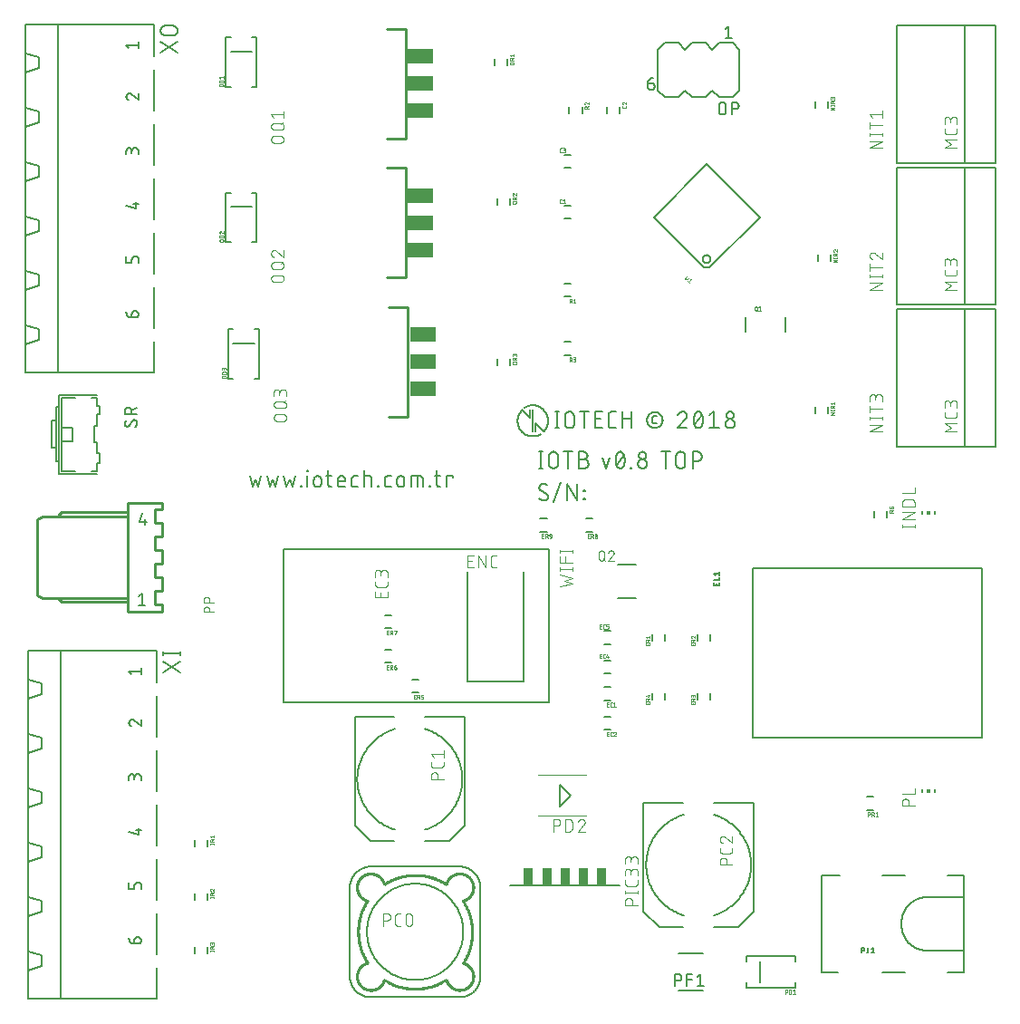
<source format=gbr>
G04 EAGLE Gerber RS-274X export*
G75*
%MOMM*%
%FSLAX34Y34*%
%LPD*%
%AMOC8*
5,1,8,0,0,1.08239X$1,22.5*%
G01*
%ADD10C,0.127000*%
%ADD11C,0.152400*%
%ADD12C,0.101600*%
%ADD13R,0.150000X0.300000*%
%ADD14R,0.300000X0.300000*%
%ADD15C,0.203200*%
%ADD16C,0.025400*%
%ADD17C,0.254000*%
%ADD18R,2.489200X1.422400*%
%ADD19C,0.177800*%
%ADD20C,0.076200*%
%ADD21C,0.020319*%
%ADD22R,0.965200X1.676400*%


D10*
X449857Y541129D02*
X449857Y525635D01*
X451578Y525635D02*
X448135Y525635D01*
X448135Y541129D02*
X451578Y541129D01*
X457445Y536825D02*
X457445Y529939D01*
X457445Y536825D02*
X457447Y536955D01*
X457453Y537085D01*
X457463Y537215D01*
X457476Y537344D01*
X457494Y537473D01*
X457515Y537601D01*
X457541Y537728D01*
X457570Y537855D01*
X457603Y537981D01*
X457640Y538105D01*
X457680Y538229D01*
X457725Y538351D01*
X457773Y538472D01*
X457824Y538591D01*
X457879Y538709D01*
X457938Y538825D01*
X458000Y538939D01*
X458066Y539052D01*
X458135Y539162D01*
X458207Y539270D01*
X458282Y539376D01*
X458361Y539479D01*
X458443Y539580D01*
X458527Y539679D01*
X458615Y539775D01*
X458706Y539868D01*
X458799Y539959D01*
X458895Y540047D01*
X458994Y540131D01*
X459095Y540213D01*
X459198Y540292D01*
X459304Y540367D01*
X459412Y540439D01*
X459522Y540508D01*
X459635Y540574D01*
X459749Y540636D01*
X459865Y540695D01*
X459983Y540750D01*
X460102Y540801D01*
X460223Y540849D01*
X460345Y540894D01*
X460469Y540934D01*
X460593Y540971D01*
X460719Y541004D01*
X460846Y541033D01*
X460973Y541059D01*
X461101Y541080D01*
X461230Y541098D01*
X461359Y541111D01*
X461489Y541121D01*
X461619Y541127D01*
X461749Y541129D01*
X461879Y541127D01*
X462009Y541121D01*
X462139Y541111D01*
X462268Y541098D01*
X462397Y541080D01*
X462525Y541059D01*
X462652Y541033D01*
X462779Y541004D01*
X462905Y540971D01*
X463029Y540934D01*
X463153Y540894D01*
X463275Y540849D01*
X463396Y540801D01*
X463515Y540750D01*
X463633Y540695D01*
X463749Y540636D01*
X463863Y540574D01*
X463976Y540508D01*
X464086Y540439D01*
X464194Y540367D01*
X464300Y540292D01*
X464403Y540213D01*
X464504Y540131D01*
X464603Y540047D01*
X464699Y539959D01*
X464792Y539868D01*
X464883Y539775D01*
X464971Y539679D01*
X465055Y539580D01*
X465137Y539479D01*
X465216Y539376D01*
X465291Y539270D01*
X465363Y539162D01*
X465432Y539052D01*
X465498Y538939D01*
X465560Y538825D01*
X465619Y538709D01*
X465674Y538591D01*
X465725Y538472D01*
X465773Y538351D01*
X465818Y538229D01*
X465858Y538105D01*
X465895Y537981D01*
X465928Y537855D01*
X465957Y537728D01*
X465983Y537601D01*
X466004Y537473D01*
X466022Y537344D01*
X466035Y537215D01*
X466045Y537085D01*
X466051Y536955D01*
X466053Y536825D01*
X466053Y529939D01*
X466051Y529809D01*
X466045Y529679D01*
X466035Y529549D01*
X466022Y529420D01*
X466004Y529291D01*
X465983Y529163D01*
X465957Y529036D01*
X465928Y528909D01*
X465895Y528783D01*
X465858Y528659D01*
X465818Y528535D01*
X465773Y528413D01*
X465725Y528292D01*
X465674Y528173D01*
X465619Y528055D01*
X465560Y527939D01*
X465498Y527825D01*
X465432Y527712D01*
X465363Y527602D01*
X465291Y527494D01*
X465216Y527388D01*
X465137Y527285D01*
X465055Y527184D01*
X464971Y527085D01*
X464883Y526989D01*
X464792Y526896D01*
X464699Y526805D01*
X464603Y526717D01*
X464504Y526633D01*
X464403Y526551D01*
X464300Y526472D01*
X464194Y526397D01*
X464086Y526325D01*
X463976Y526256D01*
X463863Y526190D01*
X463749Y526128D01*
X463633Y526069D01*
X463515Y526014D01*
X463396Y525963D01*
X463275Y525915D01*
X463153Y525870D01*
X463029Y525830D01*
X462905Y525793D01*
X462779Y525760D01*
X462652Y525731D01*
X462525Y525705D01*
X462397Y525684D01*
X462268Y525666D01*
X462139Y525653D01*
X462009Y525643D01*
X461879Y525637D01*
X461749Y525635D01*
X461619Y525637D01*
X461489Y525643D01*
X461359Y525653D01*
X461230Y525666D01*
X461101Y525684D01*
X460973Y525705D01*
X460846Y525731D01*
X460719Y525760D01*
X460593Y525793D01*
X460469Y525830D01*
X460345Y525870D01*
X460223Y525915D01*
X460102Y525963D01*
X459983Y526014D01*
X459865Y526069D01*
X459749Y526128D01*
X459635Y526190D01*
X459522Y526256D01*
X459412Y526325D01*
X459304Y526397D01*
X459198Y526472D01*
X459095Y526551D01*
X458994Y526633D01*
X458895Y526717D01*
X458799Y526805D01*
X458706Y526896D01*
X458615Y526989D01*
X458527Y527085D01*
X458443Y527184D01*
X458361Y527285D01*
X458282Y527388D01*
X458207Y527494D01*
X458135Y527602D01*
X458066Y527712D01*
X458000Y527825D01*
X457938Y527939D01*
X457879Y528055D01*
X457824Y528173D01*
X457773Y528292D01*
X457725Y528413D01*
X457680Y528535D01*
X457640Y528659D01*
X457603Y528783D01*
X457570Y528909D01*
X457541Y529036D01*
X457515Y529163D01*
X457494Y529291D01*
X457476Y529420D01*
X457463Y529549D01*
X457453Y529679D01*
X457447Y529809D01*
X457445Y529939D01*
X475624Y525635D02*
X475624Y541129D01*
X471320Y541129D02*
X479928Y541129D01*
X485887Y534243D02*
X490191Y534243D01*
X490321Y534241D01*
X490451Y534235D01*
X490581Y534225D01*
X490710Y534212D01*
X490839Y534194D01*
X490967Y534173D01*
X491094Y534147D01*
X491221Y534118D01*
X491347Y534085D01*
X491471Y534048D01*
X491595Y534008D01*
X491717Y533963D01*
X491838Y533915D01*
X491957Y533864D01*
X492075Y533809D01*
X492191Y533750D01*
X492305Y533688D01*
X492418Y533622D01*
X492528Y533553D01*
X492636Y533481D01*
X492742Y533406D01*
X492845Y533327D01*
X492946Y533245D01*
X493045Y533161D01*
X493141Y533073D01*
X493234Y532982D01*
X493325Y532889D01*
X493413Y532793D01*
X493497Y532694D01*
X493579Y532593D01*
X493658Y532490D01*
X493733Y532384D01*
X493805Y532276D01*
X493874Y532166D01*
X493940Y532053D01*
X494002Y531939D01*
X494061Y531823D01*
X494116Y531705D01*
X494167Y531586D01*
X494215Y531465D01*
X494260Y531343D01*
X494300Y531219D01*
X494337Y531095D01*
X494370Y530969D01*
X494399Y530842D01*
X494425Y530715D01*
X494446Y530587D01*
X494464Y530458D01*
X494477Y530329D01*
X494487Y530199D01*
X494493Y530069D01*
X494495Y529939D01*
X494493Y529809D01*
X494487Y529679D01*
X494477Y529549D01*
X494464Y529420D01*
X494446Y529291D01*
X494425Y529163D01*
X494399Y529036D01*
X494370Y528909D01*
X494337Y528783D01*
X494300Y528659D01*
X494260Y528535D01*
X494215Y528413D01*
X494167Y528292D01*
X494116Y528173D01*
X494061Y528055D01*
X494002Y527939D01*
X493940Y527825D01*
X493874Y527712D01*
X493805Y527602D01*
X493733Y527494D01*
X493658Y527388D01*
X493579Y527285D01*
X493497Y527184D01*
X493413Y527085D01*
X493325Y526989D01*
X493234Y526896D01*
X493141Y526805D01*
X493045Y526717D01*
X492946Y526633D01*
X492845Y526551D01*
X492742Y526472D01*
X492636Y526397D01*
X492528Y526325D01*
X492418Y526256D01*
X492305Y526190D01*
X492191Y526128D01*
X492075Y526069D01*
X491957Y526014D01*
X491838Y525963D01*
X491717Y525915D01*
X491595Y525870D01*
X491471Y525830D01*
X491347Y525793D01*
X491221Y525760D01*
X491094Y525731D01*
X490967Y525705D01*
X490839Y525684D01*
X490710Y525666D01*
X490581Y525653D01*
X490451Y525643D01*
X490321Y525637D01*
X490191Y525635D01*
X485887Y525635D01*
X485887Y541129D01*
X490191Y541129D01*
X490307Y541127D01*
X490423Y541121D01*
X490539Y541111D01*
X490655Y541098D01*
X490770Y541080D01*
X490884Y541059D01*
X490998Y541033D01*
X491110Y541004D01*
X491222Y540971D01*
X491332Y540934D01*
X491441Y540894D01*
X491549Y540850D01*
X491655Y540802D01*
X491759Y540751D01*
X491862Y540696D01*
X491963Y540638D01*
X492061Y540577D01*
X492158Y540512D01*
X492252Y540444D01*
X492344Y540373D01*
X492434Y540298D01*
X492521Y540221D01*
X492605Y540141D01*
X492686Y540058D01*
X492765Y539972D01*
X492841Y539884D01*
X492914Y539793D01*
X492983Y539700D01*
X493050Y539605D01*
X493113Y539507D01*
X493173Y539408D01*
X493229Y539306D01*
X493282Y539202D01*
X493332Y539097D01*
X493377Y538990D01*
X493420Y538882D01*
X493458Y538772D01*
X493493Y538661D01*
X493524Y538549D01*
X493551Y538436D01*
X493575Y538322D01*
X493594Y538207D01*
X493610Y538092D01*
X493622Y537976D01*
X493630Y537860D01*
X493634Y537744D01*
X493634Y537628D01*
X493630Y537512D01*
X493622Y537396D01*
X493610Y537280D01*
X493594Y537165D01*
X493575Y537050D01*
X493551Y536936D01*
X493524Y536823D01*
X493493Y536711D01*
X493458Y536600D01*
X493420Y536490D01*
X493377Y536382D01*
X493332Y536275D01*
X493282Y536170D01*
X493229Y536066D01*
X493173Y535965D01*
X493113Y535865D01*
X493050Y535767D01*
X492983Y535672D01*
X492914Y535579D01*
X492841Y535488D01*
X492765Y535400D01*
X492686Y535314D01*
X492605Y535231D01*
X492521Y535151D01*
X492434Y535074D01*
X492344Y534999D01*
X492252Y534928D01*
X492158Y534860D01*
X492061Y534795D01*
X491963Y534734D01*
X491862Y534676D01*
X491759Y534621D01*
X491655Y534570D01*
X491549Y534522D01*
X491441Y534478D01*
X491332Y534438D01*
X491222Y534401D01*
X491110Y534368D01*
X490998Y534339D01*
X490884Y534313D01*
X490770Y534292D01*
X490655Y534274D01*
X490539Y534261D01*
X490423Y534251D01*
X490307Y534245D01*
X490191Y534243D01*
X507363Y535964D02*
X510806Y525635D01*
X514249Y535964D01*
X519882Y533382D02*
X519886Y533687D01*
X519897Y533991D01*
X519915Y534296D01*
X519940Y534599D01*
X519973Y534902D01*
X520013Y535205D01*
X520060Y535506D01*
X520114Y535806D01*
X520176Y536104D01*
X520244Y536401D01*
X520320Y536697D01*
X520402Y536990D01*
X520492Y537281D01*
X520589Y537570D01*
X520692Y537857D01*
X520802Y538141D01*
X520919Y538423D01*
X521043Y538701D01*
X521173Y538977D01*
X521172Y538977D02*
X521210Y539080D01*
X521250Y539182D01*
X521295Y539282D01*
X521343Y539381D01*
X521394Y539478D01*
X521448Y539573D01*
X521506Y539667D01*
X521567Y539758D01*
X521631Y539847D01*
X521698Y539934D01*
X521768Y540018D01*
X521841Y540101D01*
X521917Y540180D01*
X521995Y540257D01*
X522076Y540331D01*
X522160Y540402D01*
X522246Y540470D01*
X522334Y540536D01*
X522424Y540598D01*
X522517Y540657D01*
X522611Y540713D01*
X522707Y540766D01*
X522805Y540815D01*
X522905Y540861D01*
X523006Y540903D01*
X523109Y540942D01*
X523213Y540977D01*
X523318Y541009D01*
X523424Y541037D01*
X523531Y541061D01*
X523639Y541082D01*
X523747Y541099D01*
X523856Y541112D01*
X523966Y541121D01*
X524075Y541127D01*
X524185Y541129D01*
X524295Y541127D01*
X524404Y541121D01*
X524514Y541112D01*
X524623Y541099D01*
X524731Y541082D01*
X524839Y541061D01*
X524946Y541037D01*
X525052Y541009D01*
X525157Y540977D01*
X525261Y540942D01*
X525364Y540903D01*
X525465Y540861D01*
X525565Y540815D01*
X525663Y540766D01*
X525759Y540713D01*
X525853Y540657D01*
X525946Y540598D01*
X526036Y540536D01*
X526124Y540470D01*
X526210Y540402D01*
X526294Y540331D01*
X526375Y540257D01*
X526453Y540180D01*
X526529Y540100D01*
X526602Y540018D01*
X526672Y539934D01*
X526739Y539847D01*
X526803Y539758D01*
X526864Y539667D01*
X526922Y539573D01*
X526976Y539478D01*
X527027Y539381D01*
X527075Y539282D01*
X527120Y539182D01*
X527160Y539080D01*
X527198Y538977D01*
X527328Y538701D01*
X527452Y538423D01*
X527569Y538141D01*
X527679Y537857D01*
X527782Y537570D01*
X527879Y537281D01*
X527969Y536990D01*
X528051Y536697D01*
X528127Y536401D01*
X528195Y536104D01*
X528257Y535806D01*
X528311Y535506D01*
X528358Y535205D01*
X528398Y534902D01*
X528431Y534599D01*
X528456Y534296D01*
X528474Y533991D01*
X528485Y533687D01*
X528489Y533382D01*
X519882Y533382D02*
X519886Y533077D01*
X519897Y532773D01*
X519915Y532468D01*
X519940Y532165D01*
X519973Y531862D01*
X520013Y531559D01*
X520060Y531258D01*
X520114Y530958D01*
X520176Y530660D01*
X520244Y530363D01*
X520320Y530067D01*
X520402Y529774D01*
X520492Y529483D01*
X520589Y529194D01*
X520692Y528907D01*
X520802Y528623D01*
X520919Y528341D01*
X521043Y528063D01*
X521173Y527787D01*
X521172Y527787D02*
X521210Y527684D01*
X521250Y527582D01*
X521295Y527482D01*
X521343Y527383D01*
X521394Y527286D01*
X521448Y527191D01*
X521506Y527097D01*
X521567Y527006D01*
X521631Y526917D01*
X521698Y526830D01*
X521768Y526745D01*
X521841Y526663D01*
X521917Y526584D01*
X521995Y526507D01*
X522076Y526433D01*
X522160Y526362D01*
X522246Y526294D01*
X522334Y526228D01*
X522424Y526166D01*
X522517Y526107D01*
X522611Y526051D01*
X522707Y525998D01*
X522806Y525949D01*
X522905Y525903D01*
X523006Y525861D01*
X523109Y525822D01*
X523213Y525787D01*
X523318Y525755D01*
X523424Y525727D01*
X523531Y525703D01*
X523639Y525682D01*
X523747Y525665D01*
X523856Y525652D01*
X523966Y525643D01*
X524075Y525637D01*
X524185Y525635D01*
X527198Y527787D02*
X527328Y528063D01*
X527452Y528341D01*
X527569Y528623D01*
X527679Y528907D01*
X527782Y529194D01*
X527879Y529483D01*
X527969Y529774D01*
X528051Y530067D01*
X528127Y530363D01*
X528195Y530660D01*
X528257Y530958D01*
X528311Y531258D01*
X528358Y531559D01*
X528398Y531862D01*
X528431Y532165D01*
X528456Y532468D01*
X528474Y532773D01*
X528485Y533077D01*
X528489Y533382D01*
X527198Y527787D02*
X527160Y527684D01*
X527120Y527582D01*
X527075Y527482D01*
X527027Y527383D01*
X526976Y527286D01*
X526922Y527191D01*
X526864Y527097D01*
X526803Y527006D01*
X526739Y526917D01*
X526672Y526830D01*
X526602Y526746D01*
X526529Y526663D01*
X526453Y526584D01*
X526375Y526507D01*
X526294Y526433D01*
X526210Y526362D01*
X526124Y526294D01*
X526036Y526228D01*
X525946Y526166D01*
X525853Y526107D01*
X525759Y526051D01*
X525663Y525998D01*
X525565Y525949D01*
X525465Y525903D01*
X525364Y525861D01*
X525261Y525822D01*
X525157Y525787D01*
X525052Y525755D01*
X524946Y525727D01*
X524839Y525703D01*
X524731Y525682D01*
X524623Y525665D01*
X524514Y525652D01*
X524404Y525643D01*
X524295Y525637D01*
X524185Y525635D01*
X520742Y529078D02*
X527629Y537686D01*
X534161Y526496D02*
X534161Y525635D01*
X534161Y526496D02*
X535022Y526496D01*
X535022Y525635D01*
X534161Y525635D01*
X540693Y529939D02*
X540695Y530069D01*
X540701Y530199D01*
X540711Y530329D01*
X540724Y530458D01*
X540742Y530587D01*
X540763Y530715D01*
X540789Y530842D01*
X540818Y530969D01*
X540851Y531095D01*
X540888Y531219D01*
X540928Y531343D01*
X540973Y531465D01*
X541021Y531586D01*
X541072Y531705D01*
X541127Y531823D01*
X541186Y531939D01*
X541248Y532053D01*
X541314Y532166D01*
X541383Y532276D01*
X541455Y532384D01*
X541530Y532490D01*
X541609Y532593D01*
X541691Y532694D01*
X541775Y532793D01*
X541863Y532889D01*
X541954Y532982D01*
X542047Y533073D01*
X542143Y533161D01*
X542242Y533245D01*
X542343Y533327D01*
X542446Y533406D01*
X542552Y533481D01*
X542660Y533553D01*
X542770Y533622D01*
X542883Y533688D01*
X542997Y533750D01*
X543113Y533809D01*
X543231Y533864D01*
X543350Y533915D01*
X543471Y533963D01*
X543593Y534008D01*
X543717Y534048D01*
X543841Y534085D01*
X543967Y534118D01*
X544094Y534147D01*
X544221Y534173D01*
X544349Y534194D01*
X544478Y534212D01*
X544607Y534225D01*
X544737Y534235D01*
X544867Y534241D01*
X544997Y534243D01*
X545127Y534241D01*
X545257Y534235D01*
X545387Y534225D01*
X545516Y534212D01*
X545645Y534194D01*
X545773Y534173D01*
X545900Y534147D01*
X546027Y534118D01*
X546153Y534085D01*
X546277Y534048D01*
X546401Y534008D01*
X546523Y533963D01*
X546644Y533915D01*
X546763Y533864D01*
X546881Y533809D01*
X546997Y533750D01*
X547111Y533688D01*
X547224Y533622D01*
X547334Y533553D01*
X547442Y533481D01*
X547548Y533406D01*
X547651Y533327D01*
X547752Y533245D01*
X547851Y533161D01*
X547947Y533073D01*
X548040Y532982D01*
X548131Y532889D01*
X548219Y532793D01*
X548303Y532694D01*
X548385Y532593D01*
X548464Y532490D01*
X548539Y532384D01*
X548611Y532276D01*
X548680Y532166D01*
X548746Y532053D01*
X548808Y531939D01*
X548867Y531823D01*
X548922Y531705D01*
X548973Y531586D01*
X549021Y531465D01*
X549066Y531343D01*
X549106Y531219D01*
X549143Y531095D01*
X549176Y530969D01*
X549205Y530842D01*
X549231Y530715D01*
X549252Y530587D01*
X549270Y530458D01*
X549283Y530329D01*
X549293Y530199D01*
X549299Y530069D01*
X549301Y529939D01*
X549299Y529809D01*
X549293Y529679D01*
X549283Y529549D01*
X549270Y529420D01*
X549252Y529291D01*
X549231Y529163D01*
X549205Y529036D01*
X549176Y528909D01*
X549143Y528783D01*
X549106Y528659D01*
X549066Y528535D01*
X549021Y528413D01*
X548973Y528292D01*
X548922Y528173D01*
X548867Y528055D01*
X548808Y527939D01*
X548746Y527825D01*
X548680Y527712D01*
X548611Y527602D01*
X548539Y527494D01*
X548464Y527388D01*
X548385Y527285D01*
X548303Y527184D01*
X548219Y527085D01*
X548131Y526989D01*
X548040Y526896D01*
X547947Y526805D01*
X547851Y526717D01*
X547752Y526633D01*
X547651Y526551D01*
X547548Y526472D01*
X547442Y526397D01*
X547334Y526325D01*
X547224Y526256D01*
X547111Y526190D01*
X546997Y526128D01*
X546881Y526069D01*
X546763Y526014D01*
X546644Y525963D01*
X546523Y525915D01*
X546401Y525870D01*
X546277Y525830D01*
X546153Y525793D01*
X546027Y525760D01*
X545900Y525731D01*
X545773Y525705D01*
X545645Y525684D01*
X545516Y525666D01*
X545387Y525653D01*
X545257Y525643D01*
X545127Y525637D01*
X544997Y525635D01*
X544867Y525637D01*
X544737Y525643D01*
X544607Y525653D01*
X544478Y525666D01*
X544349Y525684D01*
X544221Y525705D01*
X544094Y525731D01*
X543967Y525760D01*
X543841Y525793D01*
X543717Y525830D01*
X543593Y525870D01*
X543471Y525915D01*
X543350Y525963D01*
X543231Y526014D01*
X543113Y526069D01*
X542997Y526128D01*
X542883Y526190D01*
X542770Y526256D01*
X542660Y526325D01*
X542552Y526397D01*
X542446Y526472D01*
X542343Y526551D01*
X542242Y526633D01*
X542143Y526717D01*
X542047Y526805D01*
X541954Y526896D01*
X541863Y526989D01*
X541775Y527085D01*
X541691Y527184D01*
X541609Y527285D01*
X541530Y527388D01*
X541455Y527494D01*
X541383Y527602D01*
X541314Y527712D01*
X541248Y527825D01*
X541186Y527939D01*
X541127Y528055D01*
X541072Y528173D01*
X541021Y528292D01*
X540973Y528413D01*
X540928Y528535D01*
X540888Y528659D01*
X540851Y528783D01*
X540818Y528909D01*
X540789Y529036D01*
X540763Y529163D01*
X540742Y529291D01*
X540724Y529420D01*
X540711Y529549D01*
X540701Y529679D01*
X540695Y529809D01*
X540693Y529939D01*
X541554Y537686D02*
X541556Y537802D01*
X541562Y537918D01*
X541572Y538034D01*
X541585Y538150D01*
X541603Y538265D01*
X541624Y538379D01*
X541650Y538493D01*
X541679Y538605D01*
X541712Y538717D01*
X541749Y538827D01*
X541789Y538936D01*
X541833Y539044D01*
X541881Y539150D01*
X541932Y539254D01*
X541987Y539357D01*
X542045Y539458D01*
X542106Y539556D01*
X542171Y539653D01*
X542239Y539747D01*
X542310Y539839D01*
X542385Y539929D01*
X542462Y540016D01*
X542542Y540100D01*
X542625Y540181D01*
X542711Y540260D01*
X542799Y540336D01*
X542890Y540409D01*
X542983Y540478D01*
X543078Y540545D01*
X543176Y540608D01*
X543276Y540668D01*
X543377Y540724D01*
X543481Y540777D01*
X543586Y540827D01*
X543693Y540872D01*
X543801Y540915D01*
X543911Y540953D01*
X544022Y540988D01*
X544134Y541019D01*
X544247Y541046D01*
X544361Y541070D01*
X544476Y541089D01*
X544591Y541105D01*
X544707Y541117D01*
X544823Y541125D01*
X544939Y541129D01*
X545055Y541129D01*
X545171Y541125D01*
X545287Y541117D01*
X545403Y541105D01*
X545518Y541089D01*
X545633Y541070D01*
X545747Y541046D01*
X545860Y541019D01*
X545972Y540988D01*
X546083Y540953D01*
X546193Y540915D01*
X546301Y540872D01*
X546408Y540827D01*
X546513Y540777D01*
X546617Y540724D01*
X546719Y540668D01*
X546818Y540608D01*
X546916Y540545D01*
X547011Y540478D01*
X547104Y540409D01*
X547195Y540336D01*
X547283Y540260D01*
X547369Y540181D01*
X547452Y540100D01*
X547532Y540016D01*
X547609Y539929D01*
X547684Y539839D01*
X547755Y539747D01*
X547823Y539653D01*
X547888Y539556D01*
X547949Y539458D01*
X548007Y539357D01*
X548062Y539254D01*
X548113Y539150D01*
X548161Y539044D01*
X548205Y538936D01*
X548245Y538827D01*
X548282Y538717D01*
X548315Y538605D01*
X548344Y538493D01*
X548370Y538379D01*
X548391Y538265D01*
X548409Y538150D01*
X548422Y538034D01*
X548432Y537918D01*
X548438Y537802D01*
X548440Y537686D01*
X548438Y537570D01*
X548432Y537454D01*
X548422Y537338D01*
X548409Y537222D01*
X548391Y537107D01*
X548370Y536993D01*
X548344Y536879D01*
X548315Y536767D01*
X548282Y536655D01*
X548245Y536545D01*
X548205Y536436D01*
X548161Y536328D01*
X548113Y536222D01*
X548062Y536118D01*
X548007Y536015D01*
X547949Y535914D01*
X547888Y535816D01*
X547823Y535719D01*
X547755Y535625D01*
X547684Y535533D01*
X547609Y535443D01*
X547532Y535356D01*
X547452Y535272D01*
X547369Y535191D01*
X547283Y535112D01*
X547195Y535036D01*
X547104Y534963D01*
X547011Y534894D01*
X546916Y534827D01*
X546818Y534764D01*
X546719Y534704D01*
X546617Y534648D01*
X546513Y534595D01*
X546408Y534545D01*
X546301Y534500D01*
X546193Y534457D01*
X546083Y534419D01*
X545972Y534384D01*
X545860Y534353D01*
X545747Y534326D01*
X545633Y534302D01*
X545518Y534283D01*
X545403Y534267D01*
X545287Y534255D01*
X545171Y534247D01*
X545055Y534243D01*
X544939Y534243D01*
X544823Y534247D01*
X544707Y534255D01*
X544591Y534267D01*
X544476Y534283D01*
X544361Y534302D01*
X544247Y534326D01*
X544134Y534353D01*
X544022Y534384D01*
X543911Y534419D01*
X543801Y534457D01*
X543693Y534500D01*
X543586Y534545D01*
X543481Y534595D01*
X543377Y534648D01*
X543276Y534704D01*
X543176Y534764D01*
X543078Y534827D01*
X542983Y534894D01*
X542890Y534963D01*
X542799Y535036D01*
X542711Y535112D01*
X542625Y535191D01*
X542542Y535272D01*
X542462Y535356D01*
X542385Y535443D01*
X542310Y535533D01*
X542239Y535625D01*
X542171Y535719D01*
X542106Y535816D01*
X542045Y535914D01*
X541987Y536015D01*
X541932Y536118D01*
X541881Y536222D01*
X541833Y536328D01*
X541789Y536436D01*
X541749Y536545D01*
X541712Y536655D01*
X541679Y536767D01*
X541650Y536879D01*
X541624Y536993D01*
X541603Y537107D01*
X541585Y537222D01*
X541572Y537338D01*
X541562Y537454D01*
X541556Y537570D01*
X541554Y537686D01*
X566801Y541129D02*
X566801Y525635D01*
X562497Y541129D02*
X571104Y541129D01*
X576371Y536825D02*
X576371Y529939D01*
X576371Y536825D02*
X576373Y536955D01*
X576379Y537085D01*
X576389Y537215D01*
X576402Y537344D01*
X576420Y537473D01*
X576441Y537601D01*
X576467Y537728D01*
X576496Y537855D01*
X576529Y537981D01*
X576566Y538105D01*
X576606Y538229D01*
X576651Y538351D01*
X576699Y538472D01*
X576750Y538591D01*
X576805Y538709D01*
X576864Y538825D01*
X576926Y538939D01*
X576992Y539052D01*
X577061Y539162D01*
X577133Y539270D01*
X577208Y539376D01*
X577287Y539479D01*
X577369Y539580D01*
X577453Y539679D01*
X577541Y539775D01*
X577632Y539868D01*
X577725Y539959D01*
X577821Y540047D01*
X577920Y540131D01*
X578021Y540213D01*
X578124Y540292D01*
X578230Y540367D01*
X578338Y540439D01*
X578448Y540508D01*
X578561Y540574D01*
X578675Y540636D01*
X578791Y540695D01*
X578909Y540750D01*
X579028Y540801D01*
X579149Y540849D01*
X579271Y540894D01*
X579395Y540934D01*
X579519Y540971D01*
X579645Y541004D01*
X579772Y541033D01*
X579899Y541059D01*
X580027Y541080D01*
X580156Y541098D01*
X580285Y541111D01*
X580415Y541121D01*
X580545Y541127D01*
X580675Y541129D01*
X580805Y541127D01*
X580935Y541121D01*
X581065Y541111D01*
X581194Y541098D01*
X581323Y541080D01*
X581451Y541059D01*
X581578Y541033D01*
X581705Y541004D01*
X581831Y540971D01*
X581955Y540934D01*
X582079Y540894D01*
X582201Y540849D01*
X582322Y540801D01*
X582441Y540750D01*
X582559Y540695D01*
X582675Y540636D01*
X582789Y540574D01*
X582902Y540508D01*
X583012Y540439D01*
X583120Y540367D01*
X583226Y540292D01*
X583329Y540213D01*
X583430Y540131D01*
X583529Y540047D01*
X583625Y539959D01*
X583718Y539868D01*
X583809Y539775D01*
X583897Y539679D01*
X583981Y539580D01*
X584063Y539479D01*
X584142Y539376D01*
X584217Y539270D01*
X584289Y539162D01*
X584358Y539052D01*
X584424Y538939D01*
X584486Y538825D01*
X584545Y538709D01*
X584600Y538591D01*
X584651Y538472D01*
X584699Y538351D01*
X584744Y538229D01*
X584784Y538105D01*
X584821Y537981D01*
X584854Y537855D01*
X584883Y537728D01*
X584909Y537601D01*
X584930Y537473D01*
X584948Y537344D01*
X584961Y537215D01*
X584971Y537085D01*
X584977Y536955D01*
X584979Y536825D01*
X584979Y529939D01*
X584977Y529809D01*
X584971Y529679D01*
X584961Y529549D01*
X584948Y529420D01*
X584930Y529291D01*
X584909Y529163D01*
X584883Y529036D01*
X584854Y528909D01*
X584821Y528783D01*
X584784Y528659D01*
X584744Y528535D01*
X584699Y528413D01*
X584651Y528292D01*
X584600Y528173D01*
X584545Y528055D01*
X584486Y527939D01*
X584424Y527825D01*
X584358Y527712D01*
X584289Y527602D01*
X584217Y527494D01*
X584142Y527388D01*
X584063Y527285D01*
X583981Y527184D01*
X583897Y527085D01*
X583809Y526989D01*
X583718Y526896D01*
X583625Y526805D01*
X583529Y526717D01*
X583430Y526633D01*
X583329Y526551D01*
X583226Y526472D01*
X583120Y526397D01*
X583012Y526325D01*
X582902Y526256D01*
X582789Y526190D01*
X582675Y526128D01*
X582559Y526069D01*
X582441Y526014D01*
X582322Y525963D01*
X582201Y525915D01*
X582079Y525870D01*
X581955Y525830D01*
X581831Y525793D01*
X581705Y525760D01*
X581578Y525731D01*
X581451Y525705D01*
X581323Y525684D01*
X581194Y525666D01*
X581065Y525653D01*
X580935Y525643D01*
X580805Y525637D01*
X580675Y525635D01*
X580545Y525637D01*
X580415Y525643D01*
X580285Y525653D01*
X580156Y525666D01*
X580027Y525684D01*
X579899Y525705D01*
X579772Y525731D01*
X579645Y525760D01*
X579519Y525793D01*
X579395Y525830D01*
X579271Y525870D01*
X579149Y525915D01*
X579028Y525963D01*
X578909Y526014D01*
X578791Y526069D01*
X578675Y526128D01*
X578561Y526190D01*
X578448Y526256D01*
X578338Y526325D01*
X578230Y526397D01*
X578124Y526472D01*
X578021Y526551D01*
X577920Y526633D01*
X577821Y526717D01*
X577725Y526805D01*
X577632Y526896D01*
X577541Y526989D01*
X577453Y527085D01*
X577369Y527184D01*
X577287Y527285D01*
X577208Y527388D01*
X577133Y527494D01*
X577061Y527602D01*
X576992Y527712D01*
X576926Y527825D01*
X576864Y527939D01*
X576805Y528055D01*
X576750Y528173D01*
X576699Y528292D01*
X576651Y528413D01*
X576606Y528535D01*
X576566Y528659D01*
X576529Y528783D01*
X576496Y528909D01*
X576467Y529036D01*
X576441Y529163D01*
X576420Y529291D01*
X576402Y529420D01*
X576389Y529549D01*
X576379Y529679D01*
X576373Y529809D01*
X576371Y529939D01*
X591930Y525635D02*
X591930Y541129D01*
X596233Y541129D01*
X596363Y541127D01*
X596493Y541121D01*
X596623Y541111D01*
X596752Y541098D01*
X596881Y541080D01*
X597009Y541059D01*
X597136Y541033D01*
X597263Y541004D01*
X597389Y540971D01*
X597513Y540934D01*
X597637Y540894D01*
X597759Y540849D01*
X597880Y540801D01*
X597999Y540750D01*
X598117Y540695D01*
X598233Y540636D01*
X598347Y540574D01*
X598460Y540508D01*
X598570Y540439D01*
X598678Y540367D01*
X598784Y540292D01*
X598887Y540213D01*
X598988Y540131D01*
X599087Y540047D01*
X599183Y539959D01*
X599276Y539868D01*
X599367Y539775D01*
X599455Y539679D01*
X599539Y539580D01*
X599621Y539479D01*
X599700Y539376D01*
X599775Y539270D01*
X599847Y539162D01*
X599916Y539052D01*
X599982Y538939D01*
X600044Y538825D01*
X600103Y538709D01*
X600158Y538591D01*
X600209Y538472D01*
X600257Y538351D01*
X600302Y538229D01*
X600342Y538105D01*
X600379Y537981D01*
X600412Y537855D01*
X600441Y537728D01*
X600467Y537601D01*
X600488Y537473D01*
X600506Y537344D01*
X600519Y537215D01*
X600529Y537085D01*
X600535Y536955D01*
X600537Y536825D01*
X600535Y536695D01*
X600529Y536565D01*
X600519Y536435D01*
X600506Y536306D01*
X600488Y536177D01*
X600467Y536049D01*
X600441Y535922D01*
X600412Y535795D01*
X600379Y535669D01*
X600342Y535545D01*
X600302Y535421D01*
X600257Y535299D01*
X600209Y535178D01*
X600158Y535059D01*
X600103Y534941D01*
X600044Y534825D01*
X599982Y534711D01*
X599916Y534598D01*
X599847Y534488D01*
X599775Y534380D01*
X599700Y534274D01*
X599621Y534171D01*
X599539Y534070D01*
X599455Y533971D01*
X599367Y533875D01*
X599276Y533782D01*
X599183Y533691D01*
X599087Y533603D01*
X598988Y533519D01*
X598887Y533437D01*
X598784Y533358D01*
X598678Y533283D01*
X598570Y533211D01*
X598460Y533142D01*
X598347Y533076D01*
X598233Y533014D01*
X598117Y532955D01*
X597999Y532900D01*
X597880Y532849D01*
X597759Y532801D01*
X597637Y532756D01*
X597513Y532716D01*
X597389Y532679D01*
X597263Y532646D01*
X597136Y532617D01*
X597009Y532591D01*
X596881Y532570D01*
X596752Y532552D01*
X596623Y532539D01*
X596493Y532529D01*
X596363Y532523D01*
X596233Y532521D01*
X591930Y532521D01*
X464857Y563135D02*
X464857Y578629D01*
X463135Y563135D02*
X466578Y563135D01*
X466578Y578629D02*
X463135Y578629D01*
X472445Y574325D02*
X472445Y567439D01*
X472445Y574325D02*
X472447Y574455D01*
X472453Y574585D01*
X472463Y574715D01*
X472476Y574844D01*
X472494Y574973D01*
X472515Y575101D01*
X472541Y575228D01*
X472570Y575355D01*
X472603Y575481D01*
X472640Y575605D01*
X472680Y575729D01*
X472725Y575851D01*
X472773Y575972D01*
X472824Y576091D01*
X472879Y576209D01*
X472938Y576325D01*
X473000Y576439D01*
X473066Y576552D01*
X473135Y576662D01*
X473207Y576770D01*
X473282Y576876D01*
X473361Y576979D01*
X473443Y577080D01*
X473527Y577179D01*
X473615Y577275D01*
X473706Y577368D01*
X473799Y577459D01*
X473895Y577547D01*
X473994Y577631D01*
X474095Y577713D01*
X474198Y577792D01*
X474304Y577867D01*
X474412Y577939D01*
X474522Y578008D01*
X474635Y578074D01*
X474749Y578136D01*
X474865Y578195D01*
X474983Y578250D01*
X475102Y578301D01*
X475223Y578349D01*
X475345Y578394D01*
X475469Y578434D01*
X475593Y578471D01*
X475719Y578504D01*
X475846Y578533D01*
X475973Y578559D01*
X476101Y578580D01*
X476230Y578598D01*
X476359Y578611D01*
X476489Y578621D01*
X476619Y578627D01*
X476749Y578629D01*
X476879Y578627D01*
X477009Y578621D01*
X477139Y578611D01*
X477268Y578598D01*
X477397Y578580D01*
X477525Y578559D01*
X477652Y578533D01*
X477779Y578504D01*
X477905Y578471D01*
X478029Y578434D01*
X478153Y578394D01*
X478275Y578349D01*
X478396Y578301D01*
X478515Y578250D01*
X478633Y578195D01*
X478749Y578136D01*
X478863Y578074D01*
X478976Y578008D01*
X479086Y577939D01*
X479194Y577867D01*
X479300Y577792D01*
X479403Y577713D01*
X479504Y577631D01*
X479603Y577547D01*
X479699Y577459D01*
X479792Y577368D01*
X479883Y577275D01*
X479971Y577179D01*
X480055Y577080D01*
X480137Y576979D01*
X480216Y576876D01*
X480291Y576770D01*
X480363Y576662D01*
X480432Y576552D01*
X480498Y576439D01*
X480560Y576325D01*
X480619Y576209D01*
X480674Y576091D01*
X480725Y575972D01*
X480773Y575851D01*
X480818Y575729D01*
X480858Y575605D01*
X480895Y575481D01*
X480928Y575355D01*
X480957Y575228D01*
X480983Y575101D01*
X481004Y574973D01*
X481022Y574844D01*
X481035Y574715D01*
X481045Y574585D01*
X481051Y574455D01*
X481053Y574325D01*
X481053Y567439D01*
X481051Y567309D01*
X481045Y567179D01*
X481035Y567049D01*
X481022Y566920D01*
X481004Y566791D01*
X480983Y566663D01*
X480957Y566536D01*
X480928Y566409D01*
X480895Y566283D01*
X480858Y566159D01*
X480818Y566035D01*
X480773Y565913D01*
X480725Y565792D01*
X480674Y565673D01*
X480619Y565555D01*
X480560Y565439D01*
X480498Y565325D01*
X480432Y565212D01*
X480363Y565102D01*
X480291Y564994D01*
X480216Y564888D01*
X480137Y564785D01*
X480055Y564684D01*
X479971Y564585D01*
X479883Y564489D01*
X479792Y564396D01*
X479699Y564305D01*
X479603Y564217D01*
X479504Y564133D01*
X479403Y564051D01*
X479300Y563972D01*
X479194Y563897D01*
X479086Y563825D01*
X478976Y563756D01*
X478863Y563690D01*
X478749Y563628D01*
X478633Y563569D01*
X478515Y563514D01*
X478396Y563463D01*
X478275Y563415D01*
X478153Y563370D01*
X478029Y563330D01*
X477905Y563293D01*
X477779Y563260D01*
X477652Y563231D01*
X477525Y563205D01*
X477397Y563184D01*
X477268Y563166D01*
X477139Y563153D01*
X477009Y563143D01*
X476879Y563137D01*
X476749Y563135D01*
X476619Y563137D01*
X476489Y563143D01*
X476359Y563153D01*
X476230Y563166D01*
X476101Y563184D01*
X475973Y563205D01*
X475846Y563231D01*
X475719Y563260D01*
X475593Y563293D01*
X475469Y563330D01*
X475345Y563370D01*
X475223Y563415D01*
X475102Y563463D01*
X474983Y563514D01*
X474865Y563569D01*
X474749Y563628D01*
X474635Y563690D01*
X474522Y563756D01*
X474412Y563825D01*
X474304Y563897D01*
X474198Y563972D01*
X474095Y564051D01*
X473994Y564133D01*
X473895Y564217D01*
X473799Y564305D01*
X473706Y564396D01*
X473615Y564489D01*
X473527Y564585D01*
X473443Y564684D01*
X473361Y564785D01*
X473282Y564888D01*
X473207Y564994D01*
X473135Y565102D01*
X473066Y565212D01*
X473000Y565325D01*
X472938Y565439D01*
X472879Y565555D01*
X472824Y565673D01*
X472773Y565792D01*
X472725Y565913D01*
X472680Y566035D01*
X472640Y566159D01*
X472603Y566283D01*
X472570Y566409D01*
X472541Y566536D01*
X472515Y566663D01*
X472494Y566791D01*
X472476Y566920D01*
X472463Y567049D01*
X472453Y567179D01*
X472447Y567309D01*
X472445Y567439D01*
X490624Y563135D02*
X490624Y578629D01*
X486320Y578629D02*
X494928Y578629D01*
X500718Y563135D02*
X507604Y563135D01*
X500718Y563135D02*
X500718Y578629D01*
X507604Y578629D01*
X505882Y571743D02*
X500718Y571743D01*
X516484Y563135D02*
X519927Y563135D01*
X516484Y563135D02*
X516369Y563137D01*
X516254Y563143D01*
X516139Y563152D01*
X516025Y563166D01*
X515911Y563183D01*
X515798Y563204D01*
X515686Y563229D01*
X515574Y563257D01*
X515464Y563290D01*
X515355Y563326D01*
X515247Y563365D01*
X515140Y563408D01*
X515035Y563455D01*
X514931Y563505D01*
X514829Y563559D01*
X514729Y563616D01*
X514631Y563676D01*
X514535Y563739D01*
X514442Y563806D01*
X514350Y563876D01*
X514261Y563949D01*
X514174Y564024D01*
X514090Y564103D01*
X514009Y564184D01*
X513930Y564268D01*
X513855Y564355D01*
X513782Y564444D01*
X513712Y564536D01*
X513645Y564629D01*
X513582Y564725D01*
X513522Y564823D01*
X513465Y564923D01*
X513411Y565025D01*
X513361Y565129D01*
X513314Y565234D01*
X513271Y565341D01*
X513232Y565449D01*
X513196Y565558D01*
X513163Y565668D01*
X513135Y565780D01*
X513110Y565892D01*
X513089Y566005D01*
X513072Y566119D01*
X513058Y566233D01*
X513049Y566348D01*
X513043Y566463D01*
X513041Y566578D01*
X513041Y575186D01*
X513043Y575301D01*
X513049Y575416D01*
X513058Y575531D01*
X513072Y575645D01*
X513089Y575759D01*
X513110Y575872D01*
X513135Y575984D01*
X513163Y576096D01*
X513196Y576206D01*
X513232Y576315D01*
X513271Y576423D01*
X513314Y576530D01*
X513361Y576635D01*
X513411Y576739D01*
X513465Y576841D01*
X513522Y576941D01*
X513582Y577039D01*
X513645Y577135D01*
X513712Y577228D01*
X513782Y577320D01*
X513855Y577409D01*
X513930Y577496D01*
X514009Y577580D01*
X514090Y577661D01*
X514174Y577739D01*
X514261Y577815D01*
X514350Y577888D01*
X514442Y577958D01*
X514535Y578025D01*
X514631Y578088D01*
X514729Y578148D01*
X514829Y578205D01*
X514931Y578259D01*
X515035Y578309D01*
X515140Y578356D01*
X515247Y578399D01*
X515355Y578438D01*
X515464Y578474D01*
X515574Y578507D01*
X515686Y578535D01*
X515798Y578560D01*
X515911Y578581D01*
X516025Y578598D01*
X516139Y578612D01*
X516254Y578621D01*
X516369Y578627D01*
X516484Y578629D01*
X519927Y578629D01*
X525962Y578629D02*
X525962Y563135D01*
X525962Y571743D02*
X534570Y571743D01*
X534570Y578629D02*
X534570Y563135D01*
X549212Y570882D02*
X549214Y571060D01*
X549221Y571238D01*
X549232Y571416D01*
X549247Y571594D01*
X549266Y571771D01*
X549290Y571947D01*
X549318Y572123D01*
X549350Y572299D01*
X549387Y572473D01*
X549428Y572646D01*
X549473Y572819D01*
X549522Y572990D01*
X549576Y573160D01*
X549633Y573329D01*
X549695Y573496D01*
X549760Y573662D01*
X549830Y573825D01*
X549904Y573988D01*
X549981Y574148D01*
X550063Y574307D01*
X550148Y574463D01*
X550237Y574617D01*
X550330Y574769D01*
X550427Y574919D01*
X550527Y575067D01*
X550630Y575212D01*
X550738Y575354D01*
X550848Y575494D01*
X550962Y575631D01*
X551080Y575765D01*
X551200Y575896D01*
X551324Y576024D01*
X551450Y576150D01*
X551580Y576272D01*
X551713Y576391D01*
X551849Y576506D01*
X551987Y576618D01*
X552128Y576727D01*
X552272Y576833D01*
X552418Y576935D01*
X552566Y577033D01*
X552717Y577128D01*
X552871Y577219D01*
X553026Y577306D01*
X553183Y577389D01*
X553343Y577469D01*
X553504Y577544D01*
X553667Y577616D01*
X553832Y577684D01*
X553999Y577748D01*
X554166Y577807D01*
X554336Y577863D01*
X554506Y577914D01*
X554678Y577961D01*
X554851Y578004D01*
X555025Y578043D01*
X555200Y578077D01*
X555376Y578108D01*
X555552Y578133D01*
X555729Y578155D01*
X555906Y578172D01*
X556084Y578185D01*
X556262Y578194D01*
X556440Y578198D01*
X556618Y578198D01*
X556796Y578194D01*
X556974Y578185D01*
X557152Y578172D01*
X557329Y578155D01*
X557506Y578133D01*
X557682Y578108D01*
X557858Y578077D01*
X558033Y578043D01*
X558207Y578004D01*
X558380Y577961D01*
X558552Y577914D01*
X558722Y577863D01*
X558892Y577807D01*
X559059Y577748D01*
X559226Y577684D01*
X559391Y577616D01*
X559554Y577544D01*
X559715Y577469D01*
X559875Y577389D01*
X560032Y577306D01*
X560188Y577219D01*
X560341Y577128D01*
X560492Y577033D01*
X560640Y576935D01*
X560786Y576833D01*
X560930Y576727D01*
X561071Y576618D01*
X561209Y576506D01*
X561345Y576391D01*
X561478Y576272D01*
X561608Y576150D01*
X561734Y576024D01*
X561858Y575896D01*
X561978Y575765D01*
X562096Y575631D01*
X562210Y575494D01*
X562320Y575354D01*
X562428Y575212D01*
X562531Y575067D01*
X562631Y574919D01*
X562728Y574769D01*
X562821Y574617D01*
X562910Y574463D01*
X562995Y574307D01*
X563077Y574148D01*
X563154Y573988D01*
X563228Y573825D01*
X563298Y573662D01*
X563363Y573496D01*
X563425Y573329D01*
X563482Y573160D01*
X563536Y572990D01*
X563585Y572819D01*
X563630Y572646D01*
X563671Y572473D01*
X563708Y572299D01*
X563740Y572123D01*
X563768Y571947D01*
X563792Y571771D01*
X563811Y571594D01*
X563826Y571416D01*
X563837Y571238D01*
X563844Y571060D01*
X563846Y570882D01*
X563844Y570704D01*
X563837Y570526D01*
X563826Y570348D01*
X563811Y570170D01*
X563792Y569993D01*
X563768Y569817D01*
X563740Y569641D01*
X563708Y569465D01*
X563671Y569291D01*
X563630Y569118D01*
X563585Y568945D01*
X563536Y568774D01*
X563482Y568604D01*
X563425Y568435D01*
X563363Y568268D01*
X563298Y568102D01*
X563228Y567939D01*
X563154Y567776D01*
X563077Y567616D01*
X562995Y567457D01*
X562910Y567301D01*
X562821Y567147D01*
X562728Y566995D01*
X562631Y566845D01*
X562531Y566697D01*
X562428Y566552D01*
X562320Y566410D01*
X562210Y566270D01*
X562096Y566133D01*
X561978Y565999D01*
X561858Y565868D01*
X561734Y565740D01*
X561608Y565614D01*
X561478Y565492D01*
X561345Y565373D01*
X561209Y565258D01*
X561071Y565146D01*
X560930Y565037D01*
X560786Y564931D01*
X560640Y564829D01*
X560492Y564731D01*
X560341Y564636D01*
X560188Y564545D01*
X560032Y564458D01*
X559875Y564375D01*
X559715Y564295D01*
X559554Y564220D01*
X559391Y564148D01*
X559226Y564080D01*
X559059Y564016D01*
X558892Y563957D01*
X558722Y563901D01*
X558552Y563850D01*
X558380Y563803D01*
X558207Y563760D01*
X558033Y563721D01*
X557858Y563687D01*
X557682Y563656D01*
X557506Y563631D01*
X557329Y563609D01*
X557152Y563592D01*
X556974Y563579D01*
X556796Y563570D01*
X556618Y563566D01*
X556440Y563566D01*
X556262Y563570D01*
X556084Y563579D01*
X555906Y563592D01*
X555729Y563609D01*
X555552Y563631D01*
X555376Y563656D01*
X555200Y563687D01*
X555025Y563721D01*
X554851Y563760D01*
X554678Y563803D01*
X554506Y563850D01*
X554336Y563901D01*
X554166Y563957D01*
X553999Y564016D01*
X553832Y564080D01*
X553667Y564148D01*
X553504Y564220D01*
X553343Y564295D01*
X553183Y564375D01*
X553026Y564458D01*
X552871Y564545D01*
X552717Y564636D01*
X552566Y564731D01*
X552418Y564829D01*
X552272Y564931D01*
X552128Y565037D01*
X551987Y565146D01*
X551849Y565258D01*
X551713Y565373D01*
X551580Y565492D01*
X551450Y565614D01*
X551324Y565740D01*
X551200Y565868D01*
X551080Y565999D01*
X550962Y566133D01*
X550848Y566270D01*
X550738Y566410D01*
X550630Y566552D01*
X550527Y566697D01*
X550427Y566845D01*
X550330Y566995D01*
X550237Y567147D01*
X550148Y567301D01*
X550063Y567457D01*
X549981Y567616D01*
X549904Y567776D01*
X549830Y567939D01*
X549760Y568102D01*
X549695Y568268D01*
X549633Y568435D01*
X549576Y568604D01*
X549522Y568774D01*
X549473Y568945D01*
X549428Y569118D01*
X549387Y569291D01*
X549350Y569465D01*
X549318Y569641D01*
X549290Y569817D01*
X549266Y569993D01*
X549247Y570170D01*
X549232Y570348D01*
X549221Y570526D01*
X549214Y570704D01*
X549212Y570882D01*
X556098Y567439D02*
X558250Y567439D01*
X556098Y567438D02*
X556016Y567440D01*
X555934Y567446D01*
X555853Y567456D01*
X555772Y567469D01*
X555692Y567487D01*
X555613Y567508D01*
X555535Y567533D01*
X555458Y567561D01*
X555383Y567594D01*
X555309Y567629D01*
X555237Y567669D01*
X555167Y567711D01*
X555099Y567757D01*
X555034Y567806D01*
X554970Y567859D01*
X554910Y567914D01*
X554852Y567972D01*
X554797Y568032D01*
X554744Y568096D01*
X554695Y568161D01*
X554649Y568229D01*
X554607Y568299D01*
X554567Y568371D01*
X554532Y568445D01*
X554499Y568520D01*
X554471Y568597D01*
X554446Y568675D01*
X554425Y568754D01*
X554407Y568834D01*
X554394Y568915D01*
X554384Y568996D01*
X554378Y569078D01*
X554376Y569160D01*
X554377Y569160D02*
X554377Y572604D01*
X554376Y572604D02*
X554378Y572686D01*
X554384Y572768D01*
X554394Y572849D01*
X554407Y572930D01*
X554425Y573010D01*
X554446Y573089D01*
X554471Y573167D01*
X554499Y573244D01*
X554532Y573319D01*
X554567Y573393D01*
X554607Y573465D01*
X554649Y573535D01*
X554695Y573603D01*
X554744Y573668D01*
X554797Y573732D01*
X554852Y573792D01*
X554910Y573850D01*
X554970Y573905D01*
X555034Y573958D01*
X555099Y574007D01*
X555167Y574053D01*
X555237Y574095D01*
X555309Y574135D01*
X555383Y574170D01*
X555458Y574203D01*
X555535Y574231D01*
X555613Y574256D01*
X555692Y574277D01*
X555772Y574295D01*
X555853Y574308D01*
X555934Y574318D01*
X556016Y574324D01*
X556098Y574326D01*
X556098Y574325D02*
X558250Y574325D01*
X582727Y578630D02*
X582849Y578628D01*
X582970Y578622D01*
X583092Y578613D01*
X583213Y578599D01*
X583333Y578582D01*
X583453Y578561D01*
X583572Y578537D01*
X583690Y578508D01*
X583808Y578476D01*
X583924Y578440D01*
X584039Y578401D01*
X584153Y578358D01*
X584266Y578311D01*
X584376Y578261D01*
X584486Y578208D01*
X584593Y578151D01*
X584699Y578091D01*
X584803Y578027D01*
X584905Y577960D01*
X585004Y577890D01*
X585101Y577817D01*
X585196Y577741D01*
X585289Y577662D01*
X585379Y577580D01*
X585466Y577495D01*
X585551Y577408D01*
X585633Y577318D01*
X585712Y577225D01*
X585788Y577130D01*
X585861Y577033D01*
X585931Y576934D01*
X585998Y576832D01*
X586062Y576728D01*
X586122Y576622D01*
X586179Y576515D01*
X586232Y576405D01*
X586282Y576295D01*
X586329Y576182D01*
X586372Y576068D01*
X586411Y575953D01*
X586447Y575837D01*
X586479Y575719D01*
X586508Y575601D01*
X586532Y575482D01*
X586553Y575362D01*
X586570Y575242D01*
X586584Y575121D01*
X586593Y574999D01*
X586599Y574878D01*
X586601Y574756D01*
X582727Y578629D02*
X582588Y578627D01*
X582449Y578621D01*
X582310Y578612D01*
X582172Y578598D01*
X582034Y578580D01*
X581897Y578559D01*
X581760Y578534D01*
X581624Y578505D01*
X581489Y578472D01*
X581354Y578436D01*
X581221Y578396D01*
X581089Y578352D01*
X580959Y578304D01*
X580829Y578253D01*
X580702Y578198D01*
X580575Y578140D01*
X580451Y578078D01*
X580328Y578013D01*
X580207Y577944D01*
X580088Y577872D01*
X579971Y577796D01*
X579857Y577718D01*
X579744Y577636D01*
X579634Y577551D01*
X579526Y577463D01*
X579421Y577372D01*
X579319Y577278D01*
X579219Y577182D01*
X579121Y577082D01*
X579027Y576980D01*
X578935Y576876D01*
X578847Y576768D01*
X578761Y576659D01*
X578679Y576547D01*
X578600Y576432D01*
X578524Y576316D01*
X578451Y576198D01*
X578381Y576077D01*
X578315Y575955D01*
X578253Y575830D01*
X578194Y575705D01*
X578138Y575577D01*
X578086Y575448D01*
X578038Y575318D01*
X577993Y575186D01*
X585310Y571743D02*
X585399Y571830D01*
X585485Y571920D01*
X585569Y572013D01*
X585650Y572108D01*
X585728Y572205D01*
X585803Y572305D01*
X585875Y572407D01*
X585944Y572511D01*
X586009Y572617D01*
X586072Y572725D01*
X586131Y572835D01*
X586187Y572947D01*
X586240Y573060D01*
X586289Y573174D01*
X586334Y573291D01*
X586377Y573408D01*
X586415Y573527D01*
X586450Y573646D01*
X586482Y573767D01*
X586510Y573889D01*
X586534Y574011D01*
X586554Y574134D01*
X586571Y574258D01*
X586584Y574382D01*
X586594Y574507D01*
X586599Y574631D01*
X586601Y574756D01*
X585309Y571743D02*
X577992Y563135D01*
X586600Y563135D01*
X592858Y570882D02*
X592862Y571187D01*
X592873Y571491D01*
X592891Y571796D01*
X592916Y572099D01*
X592949Y572402D01*
X592989Y572705D01*
X593036Y573006D01*
X593090Y573306D01*
X593152Y573604D01*
X593220Y573901D01*
X593296Y574197D01*
X593378Y574490D01*
X593468Y574781D01*
X593565Y575070D01*
X593668Y575357D01*
X593778Y575641D01*
X593895Y575923D01*
X594019Y576201D01*
X594149Y576477D01*
X594187Y576580D01*
X594227Y576682D01*
X594272Y576782D01*
X594320Y576881D01*
X594371Y576978D01*
X594425Y577073D01*
X594483Y577167D01*
X594544Y577258D01*
X594608Y577347D01*
X594675Y577434D01*
X594745Y577518D01*
X594818Y577601D01*
X594894Y577680D01*
X594972Y577757D01*
X595053Y577831D01*
X595137Y577902D01*
X595223Y577970D01*
X595311Y578036D01*
X595401Y578098D01*
X595494Y578157D01*
X595588Y578213D01*
X595684Y578266D01*
X595782Y578315D01*
X595882Y578361D01*
X595983Y578403D01*
X596086Y578442D01*
X596190Y578477D01*
X596295Y578509D01*
X596401Y578537D01*
X596508Y578561D01*
X596616Y578582D01*
X596724Y578599D01*
X596833Y578612D01*
X596943Y578621D01*
X597052Y578627D01*
X597162Y578629D01*
X597272Y578627D01*
X597381Y578621D01*
X597491Y578612D01*
X597600Y578599D01*
X597708Y578582D01*
X597816Y578561D01*
X597923Y578537D01*
X598029Y578509D01*
X598134Y578477D01*
X598238Y578442D01*
X598341Y578403D01*
X598442Y578361D01*
X598542Y578315D01*
X598640Y578266D01*
X598736Y578213D01*
X598830Y578157D01*
X598923Y578098D01*
X599013Y578036D01*
X599101Y577970D01*
X599187Y577902D01*
X599271Y577831D01*
X599352Y577757D01*
X599430Y577680D01*
X599506Y577600D01*
X599579Y577518D01*
X599649Y577434D01*
X599716Y577347D01*
X599780Y577258D01*
X599841Y577167D01*
X599899Y577073D01*
X599953Y576978D01*
X600004Y576881D01*
X600052Y576782D01*
X600097Y576682D01*
X600137Y576580D01*
X600175Y576477D01*
X600305Y576201D01*
X600429Y575923D01*
X600546Y575641D01*
X600656Y575357D01*
X600759Y575070D01*
X600856Y574781D01*
X600946Y574490D01*
X601028Y574197D01*
X601104Y573901D01*
X601172Y573604D01*
X601234Y573306D01*
X601288Y573006D01*
X601335Y572705D01*
X601375Y572402D01*
X601408Y572099D01*
X601433Y571796D01*
X601451Y571491D01*
X601462Y571187D01*
X601466Y570882D01*
X592858Y570882D02*
X592862Y570577D01*
X592873Y570273D01*
X592891Y569968D01*
X592916Y569665D01*
X592949Y569362D01*
X592989Y569059D01*
X593036Y568758D01*
X593090Y568458D01*
X593152Y568160D01*
X593220Y567863D01*
X593296Y567567D01*
X593378Y567274D01*
X593468Y566983D01*
X593565Y566694D01*
X593668Y566407D01*
X593778Y566123D01*
X593895Y565841D01*
X594019Y565563D01*
X594149Y565287D01*
X594187Y565184D01*
X594227Y565082D01*
X594272Y564982D01*
X594320Y564883D01*
X594371Y564786D01*
X594425Y564691D01*
X594483Y564597D01*
X594544Y564506D01*
X594608Y564417D01*
X594675Y564330D01*
X594745Y564245D01*
X594818Y564163D01*
X594894Y564084D01*
X594972Y564007D01*
X595053Y563933D01*
X595137Y563862D01*
X595223Y563794D01*
X595311Y563728D01*
X595401Y563666D01*
X595494Y563607D01*
X595588Y563551D01*
X595684Y563498D01*
X595783Y563449D01*
X595882Y563403D01*
X595983Y563361D01*
X596086Y563322D01*
X596190Y563287D01*
X596295Y563255D01*
X596401Y563227D01*
X596508Y563203D01*
X596616Y563182D01*
X596724Y563165D01*
X596833Y563152D01*
X596943Y563143D01*
X597052Y563137D01*
X597162Y563135D01*
X600175Y565287D02*
X600305Y565563D01*
X600429Y565841D01*
X600546Y566123D01*
X600656Y566407D01*
X600759Y566694D01*
X600856Y566983D01*
X600946Y567274D01*
X601028Y567567D01*
X601104Y567863D01*
X601172Y568160D01*
X601234Y568458D01*
X601288Y568758D01*
X601335Y569059D01*
X601375Y569362D01*
X601408Y569665D01*
X601433Y569968D01*
X601451Y570273D01*
X601462Y570577D01*
X601466Y570882D01*
X600175Y565287D02*
X600137Y565184D01*
X600097Y565082D01*
X600052Y564982D01*
X600004Y564883D01*
X599953Y564786D01*
X599899Y564691D01*
X599841Y564597D01*
X599780Y564506D01*
X599716Y564417D01*
X599649Y564330D01*
X599579Y564246D01*
X599506Y564163D01*
X599430Y564084D01*
X599352Y564007D01*
X599271Y563933D01*
X599187Y563862D01*
X599101Y563794D01*
X599013Y563728D01*
X598923Y563666D01*
X598830Y563607D01*
X598736Y563551D01*
X598640Y563498D01*
X598542Y563449D01*
X598442Y563403D01*
X598341Y563361D01*
X598238Y563322D01*
X598134Y563287D01*
X598029Y563255D01*
X597923Y563227D01*
X597816Y563203D01*
X597708Y563182D01*
X597600Y563165D01*
X597491Y563152D01*
X597381Y563143D01*
X597272Y563137D01*
X597162Y563135D01*
X593719Y566578D02*
X600605Y575186D01*
X607724Y575186D02*
X612028Y578629D01*
X612028Y563135D01*
X607724Y563135D02*
X616332Y563135D01*
X622589Y567439D02*
X622591Y567569D01*
X622597Y567699D01*
X622607Y567829D01*
X622620Y567958D01*
X622638Y568087D01*
X622659Y568215D01*
X622685Y568342D01*
X622714Y568469D01*
X622747Y568595D01*
X622784Y568719D01*
X622824Y568843D01*
X622869Y568965D01*
X622917Y569086D01*
X622968Y569205D01*
X623023Y569323D01*
X623082Y569439D01*
X623144Y569553D01*
X623210Y569666D01*
X623279Y569776D01*
X623351Y569884D01*
X623426Y569990D01*
X623505Y570093D01*
X623587Y570194D01*
X623671Y570293D01*
X623759Y570389D01*
X623850Y570482D01*
X623943Y570573D01*
X624039Y570661D01*
X624138Y570745D01*
X624239Y570827D01*
X624342Y570906D01*
X624448Y570981D01*
X624556Y571053D01*
X624666Y571122D01*
X624779Y571188D01*
X624893Y571250D01*
X625009Y571309D01*
X625127Y571364D01*
X625246Y571415D01*
X625367Y571463D01*
X625489Y571508D01*
X625613Y571548D01*
X625737Y571585D01*
X625863Y571618D01*
X625990Y571647D01*
X626117Y571673D01*
X626245Y571694D01*
X626374Y571712D01*
X626503Y571725D01*
X626633Y571735D01*
X626763Y571741D01*
X626893Y571743D01*
X627023Y571741D01*
X627153Y571735D01*
X627283Y571725D01*
X627412Y571712D01*
X627541Y571694D01*
X627669Y571673D01*
X627796Y571647D01*
X627923Y571618D01*
X628049Y571585D01*
X628173Y571548D01*
X628297Y571508D01*
X628419Y571463D01*
X628540Y571415D01*
X628659Y571364D01*
X628777Y571309D01*
X628893Y571250D01*
X629007Y571188D01*
X629120Y571122D01*
X629230Y571053D01*
X629338Y570981D01*
X629444Y570906D01*
X629547Y570827D01*
X629648Y570745D01*
X629747Y570661D01*
X629843Y570573D01*
X629936Y570482D01*
X630027Y570389D01*
X630115Y570293D01*
X630199Y570194D01*
X630281Y570093D01*
X630360Y569990D01*
X630435Y569884D01*
X630507Y569776D01*
X630576Y569666D01*
X630642Y569553D01*
X630704Y569439D01*
X630763Y569323D01*
X630818Y569205D01*
X630869Y569086D01*
X630917Y568965D01*
X630962Y568843D01*
X631002Y568719D01*
X631039Y568595D01*
X631072Y568469D01*
X631101Y568342D01*
X631127Y568215D01*
X631148Y568087D01*
X631166Y567958D01*
X631179Y567829D01*
X631189Y567699D01*
X631195Y567569D01*
X631197Y567439D01*
X631195Y567309D01*
X631189Y567179D01*
X631179Y567049D01*
X631166Y566920D01*
X631148Y566791D01*
X631127Y566663D01*
X631101Y566536D01*
X631072Y566409D01*
X631039Y566283D01*
X631002Y566159D01*
X630962Y566035D01*
X630917Y565913D01*
X630869Y565792D01*
X630818Y565673D01*
X630763Y565555D01*
X630704Y565439D01*
X630642Y565325D01*
X630576Y565212D01*
X630507Y565102D01*
X630435Y564994D01*
X630360Y564888D01*
X630281Y564785D01*
X630199Y564684D01*
X630115Y564585D01*
X630027Y564489D01*
X629936Y564396D01*
X629843Y564305D01*
X629747Y564217D01*
X629648Y564133D01*
X629547Y564051D01*
X629444Y563972D01*
X629338Y563897D01*
X629230Y563825D01*
X629120Y563756D01*
X629007Y563690D01*
X628893Y563628D01*
X628777Y563569D01*
X628659Y563514D01*
X628540Y563463D01*
X628419Y563415D01*
X628297Y563370D01*
X628173Y563330D01*
X628049Y563293D01*
X627923Y563260D01*
X627796Y563231D01*
X627669Y563205D01*
X627541Y563184D01*
X627412Y563166D01*
X627283Y563153D01*
X627153Y563143D01*
X627023Y563137D01*
X626893Y563135D01*
X626763Y563137D01*
X626633Y563143D01*
X626503Y563153D01*
X626374Y563166D01*
X626245Y563184D01*
X626117Y563205D01*
X625990Y563231D01*
X625863Y563260D01*
X625737Y563293D01*
X625613Y563330D01*
X625489Y563370D01*
X625367Y563415D01*
X625246Y563463D01*
X625127Y563514D01*
X625009Y563569D01*
X624893Y563628D01*
X624779Y563690D01*
X624666Y563756D01*
X624556Y563825D01*
X624448Y563897D01*
X624342Y563972D01*
X624239Y564051D01*
X624138Y564133D01*
X624039Y564217D01*
X623943Y564305D01*
X623850Y564396D01*
X623759Y564489D01*
X623671Y564585D01*
X623587Y564684D01*
X623505Y564785D01*
X623426Y564888D01*
X623351Y564994D01*
X623279Y565102D01*
X623210Y565212D01*
X623144Y565325D01*
X623082Y565439D01*
X623023Y565555D01*
X622968Y565673D01*
X622917Y565792D01*
X622869Y565913D01*
X622824Y566035D01*
X622784Y566159D01*
X622747Y566283D01*
X622714Y566409D01*
X622685Y566536D01*
X622659Y566663D01*
X622638Y566791D01*
X622620Y566920D01*
X622607Y567049D01*
X622597Y567179D01*
X622591Y567309D01*
X622589Y567439D01*
X623450Y575186D02*
X623452Y575302D01*
X623458Y575418D01*
X623468Y575534D01*
X623481Y575650D01*
X623499Y575765D01*
X623520Y575879D01*
X623546Y575993D01*
X623575Y576105D01*
X623608Y576217D01*
X623645Y576327D01*
X623685Y576436D01*
X623729Y576544D01*
X623777Y576650D01*
X623828Y576754D01*
X623883Y576857D01*
X623941Y576958D01*
X624002Y577056D01*
X624067Y577153D01*
X624135Y577247D01*
X624206Y577339D01*
X624281Y577429D01*
X624358Y577516D01*
X624438Y577600D01*
X624521Y577681D01*
X624607Y577760D01*
X624695Y577836D01*
X624786Y577909D01*
X624879Y577978D01*
X624974Y578045D01*
X625072Y578108D01*
X625172Y578168D01*
X625273Y578224D01*
X625377Y578277D01*
X625482Y578327D01*
X625589Y578372D01*
X625697Y578415D01*
X625807Y578453D01*
X625918Y578488D01*
X626030Y578519D01*
X626143Y578546D01*
X626257Y578570D01*
X626372Y578589D01*
X626487Y578605D01*
X626603Y578617D01*
X626719Y578625D01*
X626835Y578629D01*
X626951Y578629D01*
X627067Y578625D01*
X627183Y578617D01*
X627299Y578605D01*
X627414Y578589D01*
X627529Y578570D01*
X627643Y578546D01*
X627756Y578519D01*
X627868Y578488D01*
X627979Y578453D01*
X628089Y578415D01*
X628197Y578372D01*
X628304Y578327D01*
X628409Y578277D01*
X628513Y578224D01*
X628615Y578168D01*
X628714Y578108D01*
X628812Y578045D01*
X628907Y577978D01*
X629000Y577909D01*
X629091Y577836D01*
X629179Y577760D01*
X629265Y577681D01*
X629348Y577600D01*
X629428Y577516D01*
X629505Y577429D01*
X629580Y577339D01*
X629651Y577247D01*
X629719Y577153D01*
X629784Y577056D01*
X629845Y576958D01*
X629903Y576857D01*
X629958Y576754D01*
X630009Y576650D01*
X630057Y576544D01*
X630101Y576436D01*
X630141Y576327D01*
X630178Y576217D01*
X630211Y576105D01*
X630240Y575993D01*
X630266Y575879D01*
X630287Y575765D01*
X630305Y575650D01*
X630318Y575534D01*
X630328Y575418D01*
X630334Y575302D01*
X630336Y575186D01*
X630334Y575070D01*
X630328Y574954D01*
X630318Y574838D01*
X630305Y574722D01*
X630287Y574607D01*
X630266Y574493D01*
X630240Y574379D01*
X630211Y574267D01*
X630178Y574155D01*
X630141Y574045D01*
X630101Y573936D01*
X630057Y573828D01*
X630009Y573722D01*
X629958Y573618D01*
X629903Y573515D01*
X629845Y573414D01*
X629784Y573316D01*
X629719Y573219D01*
X629651Y573125D01*
X629580Y573033D01*
X629505Y572943D01*
X629428Y572856D01*
X629348Y572772D01*
X629265Y572691D01*
X629179Y572612D01*
X629091Y572536D01*
X629000Y572463D01*
X628907Y572394D01*
X628812Y572327D01*
X628714Y572264D01*
X628615Y572204D01*
X628513Y572148D01*
X628409Y572095D01*
X628304Y572045D01*
X628197Y572000D01*
X628089Y571957D01*
X627979Y571919D01*
X627868Y571884D01*
X627756Y571853D01*
X627643Y571826D01*
X627529Y571802D01*
X627414Y571783D01*
X627299Y571767D01*
X627183Y571755D01*
X627067Y571747D01*
X626951Y571743D01*
X626835Y571743D01*
X626719Y571747D01*
X626603Y571755D01*
X626487Y571767D01*
X626372Y571783D01*
X626257Y571802D01*
X626143Y571826D01*
X626030Y571853D01*
X625918Y571884D01*
X625807Y571919D01*
X625697Y571957D01*
X625589Y572000D01*
X625482Y572045D01*
X625377Y572095D01*
X625273Y572148D01*
X625172Y572204D01*
X625072Y572264D01*
X624974Y572327D01*
X624879Y572394D01*
X624786Y572463D01*
X624695Y572536D01*
X624607Y572612D01*
X624521Y572691D01*
X624438Y572772D01*
X624358Y572856D01*
X624281Y572943D01*
X624206Y573033D01*
X624135Y573125D01*
X624067Y573219D01*
X624002Y573316D01*
X623941Y573414D01*
X623883Y573515D01*
X623828Y573618D01*
X623777Y573722D01*
X623729Y573828D01*
X623685Y573936D01*
X623645Y574045D01*
X623608Y574155D01*
X623575Y574267D01*
X623546Y574379D01*
X623520Y574493D01*
X623499Y574607D01*
X623481Y574722D01*
X623468Y574838D01*
X623458Y574954D01*
X623452Y575070D01*
X623450Y575186D01*
D11*
X440000Y572500D02*
X432500Y580000D01*
X445000Y567500D02*
X452500Y560000D01*
X440000Y572500D02*
X440000Y580000D01*
X445000Y567500D02*
X445000Y560000D01*
X442500Y560000D02*
X442500Y580000D01*
X435000Y582500D02*
X435302Y582676D01*
X435608Y582844D01*
X435919Y583005D01*
X436233Y583158D01*
X436551Y583303D01*
X436872Y583441D01*
X437197Y583571D01*
X437524Y583693D01*
X437855Y583806D01*
X438188Y583912D01*
X438524Y584010D01*
X438862Y584099D01*
X439202Y584180D01*
X439543Y584253D01*
X439887Y584318D01*
X440232Y584374D01*
X440578Y584421D01*
X440926Y584461D01*
X441274Y584491D01*
X441623Y584514D01*
X441972Y584528D01*
X442321Y584533D01*
X442671Y584530D01*
X443020Y584518D01*
X443369Y584498D01*
X443717Y584469D01*
X444065Y584432D01*
X444412Y584386D01*
X444757Y584332D01*
X445101Y584270D01*
X445443Y584199D01*
X445784Y584120D01*
X446122Y584033D01*
X446458Y583937D01*
X446792Y583834D01*
X447123Y583722D01*
X447452Y583602D01*
X447777Y583474D01*
X448099Y583339D01*
X448418Y583195D01*
X448733Y583044D01*
X449044Y582885D01*
X449352Y582719D01*
X449655Y582545D01*
X449954Y582364D01*
X450248Y582176D01*
X450538Y581980D01*
X450823Y581778D01*
X451103Y581568D01*
X451378Y581352D01*
X451647Y581130D01*
X451911Y580901D01*
X452169Y580665D01*
X452422Y580423D01*
X452668Y580175D01*
X452909Y579922D01*
X453143Y579662D01*
X453371Y579397D01*
X453592Y579126D01*
X453807Y578851D01*
X454014Y578570D01*
X454215Y578284D01*
X454409Y577993D01*
X454596Y577697D01*
X454775Y577397D01*
X454948Y577093D01*
X455112Y576785D01*
X455269Y576473D01*
X455419Y576157D01*
X455561Y575837D01*
X455695Y575514D01*
X455821Y575188D01*
X455939Y574859D01*
X456049Y574528D01*
X456151Y574193D01*
X456245Y573857D01*
X456330Y573518D01*
X456407Y573177D01*
X456476Y572834D01*
X456537Y572490D01*
X456589Y572144D01*
X456633Y571797D01*
X456668Y571450D01*
X456695Y571101D01*
X456713Y570752D01*
X456723Y570403D01*
X456725Y570053D01*
X456717Y569704D01*
X456702Y569355D01*
X456677Y569006D01*
X456645Y568658D01*
X456604Y568311D01*
X456554Y567965D01*
X456496Y567620D01*
X456430Y567277D01*
X456355Y566935D01*
X456272Y566596D01*
X456181Y566258D01*
X456082Y565923D01*
X455974Y565591D01*
X455859Y565261D01*
X455735Y564934D01*
X455604Y564610D01*
X455464Y564289D01*
X455317Y563972D01*
X455163Y563659D01*
X455000Y563349D01*
X454830Y563044D01*
X454653Y562743D01*
X454469Y562446D01*
X454277Y562153D01*
X454078Y561866D01*
X453873Y561583D01*
X453660Y561306D01*
X453441Y561033D01*
X453215Y560767D01*
X452983Y560505D01*
X452745Y560250D01*
X452500Y560000D01*
X450000Y557500D02*
X449698Y557324D01*
X449392Y557156D01*
X449081Y556995D01*
X448767Y556842D01*
X448449Y556697D01*
X448128Y556559D01*
X447803Y556429D01*
X447476Y556307D01*
X447145Y556194D01*
X446812Y556088D01*
X446476Y555990D01*
X446138Y555901D01*
X445798Y555820D01*
X445457Y555747D01*
X445113Y555682D01*
X444768Y555626D01*
X444422Y555579D01*
X444074Y555539D01*
X443726Y555509D01*
X443377Y555486D01*
X443028Y555472D01*
X442679Y555467D01*
X442329Y555470D01*
X441980Y555482D01*
X441631Y555502D01*
X441283Y555531D01*
X440935Y555568D01*
X440588Y555614D01*
X440243Y555668D01*
X439899Y555730D01*
X439557Y555801D01*
X439216Y555880D01*
X438878Y555967D01*
X438542Y556063D01*
X438208Y556166D01*
X437877Y556278D01*
X437548Y556398D01*
X437223Y556526D01*
X436901Y556661D01*
X436582Y556805D01*
X436267Y556956D01*
X435956Y557115D01*
X435648Y557281D01*
X435345Y557455D01*
X435046Y557636D01*
X434752Y557824D01*
X434462Y558020D01*
X434177Y558222D01*
X433897Y558432D01*
X433622Y558648D01*
X433353Y558870D01*
X433089Y559099D01*
X432831Y559335D01*
X432578Y559577D01*
X432332Y559825D01*
X432091Y560078D01*
X431857Y560338D01*
X431629Y560603D01*
X431408Y560874D01*
X431193Y561149D01*
X430986Y561430D01*
X430785Y561716D01*
X430591Y562007D01*
X430404Y562303D01*
X430225Y562603D01*
X430052Y562907D01*
X429888Y563215D01*
X429731Y563527D01*
X429581Y563843D01*
X429439Y564163D01*
X429305Y564486D01*
X429179Y564812D01*
X429061Y565141D01*
X428951Y565472D01*
X428849Y565807D01*
X428755Y566143D01*
X428670Y566482D01*
X428593Y566823D01*
X428524Y567166D01*
X428463Y567510D01*
X428411Y567856D01*
X428367Y568203D01*
X428332Y568550D01*
X428305Y568899D01*
X428287Y569248D01*
X428277Y569597D01*
X428275Y569947D01*
X428283Y570296D01*
X428298Y570645D01*
X428323Y570994D01*
X428355Y571342D01*
X428396Y571689D01*
X428446Y572035D01*
X428504Y572380D01*
X428570Y572723D01*
X428645Y573065D01*
X428728Y573404D01*
X428819Y573742D01*
X428918Y574077D01*
X429026Y574409D01*
X429141Y574739D01*
X429265Y575066D01*
X429396Y575390D01*
X429536Y575711D01*
X429683Y576028D01*
X429837Y576341D01*
X430000Y576651D01*
X430170Y576956D01*
X430347Y577257D01*
X430531Y577554D01*
X430723Y577847D01*
X430922Y578134D01*
X431127Y578417D01*
X431340Y578694D01*
X431559Y578967D01*
X431785Y579233D01*
X432017Y579495D01*
X432255Y579750D01*
X432500Y580000D01*
D10*
X178135Y518464D02*
X180717Y508135D01*
X183300Y515021D01*
X185882Y508135D01*
X188464Y518464D01*
X193992Y518464D02*
X196574Y508135D01*
X199157Y515021D01*
X201739Y508135D01*
X204321Y518464D01*
X209849Y518464D02*
X212431Y508135D01*
X215013Y515021D01*
X217596Y508135D01*
X220178Y518464D01*
X225485Y508996D02*
X225485Y508135D01*
X225485Y508996D02*
X226345Y508996D01*
X226345Y508135D01*
X225485Y508135D01*
X231861Y508135D02*
X231861Y518464D01*
X231431Y522768D02*
X231431Y523629D01*
X232292Y523629D01*
X232292Y522768D01*
X231431Y522768D01*
X237833Y515021D02*
X237833Y511578D01*
X237833Y515021D02*
X237835Y515137D01*
X237841Y515253D01*
X237851Y515369D01*
X237864Y515485D01*
X237882Y515600D01*
X237903Y515714D01*
X237929Y515828D01*
X237958Y515940D01*
X237991Y516052D01*
X238028Y516162D01*
X238068Y516271D01*
X238112Y516379D01*
X238160Y516485D01*
X238211Y516589D01*
X238266Y516692D01*
X238324Y516793D01*
X238385Y516891D01*
X238450Y516988D01*
X238518Y517082D01*
X238589Y517174D01*
X238664Y517264D01*
X238741Y517351D01*
X238821Y517435D01*
X238904Y517516D01*
X238990Y517595D01*
X239078Y517671D01*
X239169Y517744D01*
X239262Y517813D01*
X239357Y517880D01*
X239455Y517943D01*
X239555Y518003D01*
X239656Y518059D01*
X239760Y518112D01*
X239865Y518162D01*
X239972Y518207D01*
X240080Y518250D01*
X240190Y518288D01*
X240301Y518323D01*
X240413Y518354D01*
X240526Y518381D01*
X240640Y518405D01*
X240755Y518424D01*
X240870Y518440D01*
X240986Y518452D01*
X241102Y518460D01*
X241218Y518464D01*
X241334Y518464D01*
X241450Y518460D01*
X241566Y518452D01*
X241682Y518440D01*
X241797Y518424D01*
X241912Y518405D01*
X242026Y518381D01*
X242139Y518354D01*
X242251Y518323D01*
X242362Y518288D01*
X242472Y518250D01*
X242580Y518207D01*
X242687Y518162D01*
X242792Y518112D01*
X242896Y518059D01*
X242998Y518003D01*
X243097Y517943D01*
X243195Y517880D01*
X243290Y517813D01*
X243383Y517744D01*
X243474Y517671D01*
X243562Y517595D01*
X243648Y517516D01*
X243731Y517435D01*
X243811Y517351D01*
X243888Y517264D01*
X243963Y517174D01*
X244034Y517082D01*
X244102Y516988D01*
X244167Y516891D01*
X244228Y516793D01*
X244286Y516692D01*
X244341Y516589D01*
X244392Y516485D01*
X244440Y516379D01*
X244484Y516271D01*
X244524Y516162D01*
X244561Y516052D01*
X244594Y515940D01*
X244623Y515828D01*
X244649Y515714D01*
X244670Y515600D01*
X244688Y515485D01*
X244701Y515369D01*
X244711Y515253D01*
X244717Y515137D01*
X244719Y515021D01*
X244719Y511578D01*
X244717Y511462D01*
X244711Y511346D01*
X244701Y511230D01*
X244688Y511114D01*
X244670Y510999D01*
X244649Y510885D01*
X244623Y510771D01*
X244594Y510659D01*
X244561Y510547D01*
X244524Y510437D01*
X244484Y510328D01*
X244440Y510220D01*
X244392Y510114D01*
X244341Y510010D01*
X244286Y509907D01*
X244228Y509806D01*
X244167Y509708D01*
X244102Y509611D01*
X244034Y509517D01*
X243963Y509425D01*
X243888Y509335D01*
X243811Y509248D01*
X243731Y509164D01*
X243648Y509083D01*
X243562Y509004D01*
X243474Y508928D01*
X243383Y508855D01*
X243290Y508786D01*
X243195Y508719D01*
X243097Y508656D01*
X242997Y508596D01*
X242896Y508540D01*
X242792Y508487D01*
X242687Y508437D01*
X242580Y508392D01*
X242472Y508349D01*
X242362Y508311D01*
X242251Y508276D01*
X242139Y508245D01*
X242026Y508218D01*
X241912Y508194D01*
X241797Y508175D01*
X241682Y508159D01*
X241566Y508147D01*
X241450Y508139D01*
X241334Y508135D01*
X241218Y508135D01*
X241102Y508139D01*
X240986Y508147D01*
X240870Y508159D01*
X240755Y508175D01*
X240640Y508194D01*
X240526Y508218D01*
X240413Y508245D01*
X240301Y508276D01*
X240190Y508311D01*
X240080Y508349D01*
X239972Y508392D01*
X239865Y508437D01*
X239760Y508487D01*
X239656Y508540D01*
X239555Y508596D01*
X239455Y508656D01*
X239357Y508719D01*
X239262Y508786D01*
X239169Y508855D01*
X239078Y508928D01*
X238990Y509004D01*
X238904Y509083D01*
X238821Y509164D01*
X238741Y509248D01*
X238664Y509335D01*
X238589Y509425D01*
X238518Y509517D01*
X238450Y509611D01*
X238385Y509708D01*
X238324Y509806D01*
X238266Y509907D01*
X238211Y510010D01*
X238160Y510114D01*
X238112Y510220D01*
X238068Y510328D01*
X238028Y510437D01*
X237991Y510547D01*
X237958Y510659D01*
X237929Y510771D01*
X237903Y510885D01*
X237882Y510999D01*
X237864Y511114D01*
X237851Y511230D01*
X237841Y511346D01*
X237835Y511462D01*
X237833Y511578D01*
X249487Y518464D02*
X254652Y518464D01*
X251209Y523629D02*
X251209Y510717D01*
X251211Y510618D01*
X251217Y510519D01*
X251226Y510421D01*
X251239Y510323D01*
X251256Y510225D01*
X251277Y510129D01*
X251301Y510033D01*
X251329Y509938D01*
X251361Y509844D01*
X251396Y509752D01*
X251435Y509661D01*
X251477Y509571D01*
X251523Y509484D01*
X251572Y509398D01*
X251624Y509313D01*
X251679Y509232D01*
X251738Y509152D01*
X251799Y509074D01*
X251863Y508999D01*
X251931Y508927D01*
X252001Y508857D01*
X252073Y508789D01*
X252148Y508725D01*
X252226Y508664D01*
X252306Y508605D01*
X252388Y508550D01*
X252472Y508498D01*
X252558Y508449D01*
X252645Y508403D01*
X252735Y508361D01*
X252826Y508322D01*
X252918Y508287D01*
X253012Y508255D01*
X253107Y508227D01*
X253203Y508203D01*
X253299Y508182D01*
X253397Y508165D01*
X253495Y508152D01*
X253593Y508143D01*
X253692Y508137D01*
X253791Y508135D01*
X254652Y508135D01*
X262714Y508135D02*
X267018Y508135D01*
X262714Y508135D02*
X262615Y508137D01*
X262516Y508143D01*
X262418Y508152D01*
X262320Y508165D01*
X262222Y508182D01*
X262126Y508203D01*
X262030Y508227D01*
X261935Y508255D01*
X261841Y508287D01*
X261749Y508322D01*
X261658Y508361D01*
X261568Y508403D01*
X261481Y508449D01*
X261395Y508498D01*
X261311Y508550D01*
X261229Y508605D01*
X261149Y508664D01*
X261071Y508725D01*
X260996Y508789D01*
X260924Y508857D01*
X260854Y508927D01*
X260786Y508999D01*
X260722Y509074D01*
X260661Y509152D01*
X260602Y509232D01*
X260547Y509314D01*
X260495Y509398D01*
X260446Y509484D01*
X260400Y509571D01*
X260358Y509661D01*
X260319Y509752D01*
X260284Y509844D01*
X260252Y509938D01*
X260224Y510033D01*
X260200Y510129D01*
X260179Y510225D01*
X260162Y510323D01*
X260149Y510421D01*
X260140Y510519D01*
X260134Y510618D01*
X260132Y510717D01*
X260132Y515021D01*
X260134Y515137D01*
X260140Y515253D01*
X260150Y515369D01*
X260163Y515485D01*
X260181Y515600D01*
X260202Y515714D01*
X260228Y515828D01*
X260257Y515940D01*
X260290Y516052D01*
X260327Y516162D01*
X260367Y516271D01*
X260411Y516379D01*
X260459Y516485D01*
X260510Y516589D01*
X260565Y516692D01*
X260623Y516793D01*
X260684Y516891D01*
X260749Y516988D01*
X260817Y517082D01*
X260888Y517174D01*
X260963Y517264D01*
X261040Y517351D01*
X261120Y517435D01*
X261203Y517516D01*
X261289Y517595D01*
X261377Y517671D01*
X261468Y517744D01*
X261561Y517813D01*
X261656Y517880D01*
X261754Y517943D01*
X261854Y518003D01*
X261955Y518059D01*
X262059Y518112D01*
X262164Y518162D01*
X262271Y518207D01*
X262379Y518250D01*
X262489Y518288D01*
X262600Y518323D01*
X262712Y518354D01*
X262825Y518381D01*
X262939Y518405D01*
X263054Y518424D01*
X263169Y518440D01*
X263285Y518452D01*
X263401Y518460D01*
X263517Y518464D01*
X263633Y518464D01*
X263749Y518460D01*
X263865Y518452D01*
X263981Y518440D01*
X264096Y518424D01*
X264211Y518405D01*
X264325Y518381D01*
X264438Y518354D01*
X264550Y518323D01*
X264661Y518288D01*
X264771Y518250D01*
X264879Y518207D01*
X264986Y518162D01*
X265091Y518112D01*
X265195Y518059D01*
X265297Y518003D01*
X265396Y517943D01*
X265494Y517880D01*
X265589Y517813D01*
X265682Y517744D01*
X265773Y517671D01*
X265861Y517595D01*
X265947Y517516D01*
X266030Y517435D01*
X266110Y517351D01*
X266187Y517264D01*
X266262Y517174D01*
X266333Y517082D01*
X266401Y516988D01*
X266466Y516891D01*
X266527Y516793D01*
X266585Y516692D01*
X266640Y516589D01*
X266691Y516485D01*
X266739Y516379D01*
X266783Y516271D01*
X266823Y516162D01*
X266860Y516052D01*
X266893Y515940D01*
X266922Y515828D01*
X266948Y515714D01*
X266969Y515600D01*
X266987Y515485D01*
X267000Y515369D01*
X267010Y515253D01*
X267016Y515137D01*
X267018Y515021D01*
X267018Y513300D01*
X260132Y513300D01*
X275614Y508135D02*
X279057Y508135D01*
X275614Y508135D02*
X275515Y508137D01*
X275416Y508143D01*
X275318Y508152D01*
X275220Y508165D01*
X275122Y508182D01*
X275026Y508203D01*
X274930Y508227D01*
X274835Y508255D01*
X274741Y508287D01*
X274649Y508322D01*
X274558Y508361D01*
X274468Y508403D01*
X274381Y508449D01*
X274295Y508498D01*
X274211Y508550D01*
X274129Y508605D01*
X274049Y508664D01*
X273971Y508725D01*
X273896Y508789D01*
X273824Y508857D01*
X273754Y508927D01*
X273686Y508999D01*
X273622Y509074D01*
X273561Y509152D01*
X273502Y509232D01*
X273447Y509314D01*
X273395Y509398D01*
X273346Y509484D01*
X273300Y509571D01*
X273258Y509661D01*
X273219Y509752D01*
X273184Y509844D01*
X273152Y509938D01*
X273124Y510033D01*
X273100Y510129D01*
X273079Y510225D01*
X273062Y510323D01*
X273049Y510421D01*
X273040Y510519D01*
X273034Y510618D01*
X273032Y510717D01*
X273031Y510717D02*
X273031Y515882D01*
X273032Y515882D02*
X273034Y515981D01*
X273040Y516080D01*
X273049Y516178D01*
X273062Y516276D01*
X273079Y516374D01*
X273100Y516470D01*
X273124Y516566D01*
X273152Y516661D01*
X273184Y516755D01*
X273219Y516847D01*
X273258Y516938D01*
X273300Y517028D01*
X273346Y517115D01*
X273395Y517201D01*
X273447Y517285D01*
X273502Y517367D01*
X273561Y517447D01*
X273622Y517525D01*
X273686Y517600D01*
X273754Y517672D01*
X273824Y517742D01*
X273896Y517810D01*
X273971Y517874D01*
X274049Y517935D01*
X274129Y517994D01*
X274211Y518049D01*
X274295Y518101D01*
X274381Y518150D01*
X274468Y518196D01*
X274558Y518238D01*
X274649Y518277D01*
X274741Y518312D01*
X274835Y518344D01*
X274930Y518372D01*
X275026Y518396D01*
X275122Y518417D01*
X275220Y518434D01*
X275318Y518447D01*
X275416Y518456D01*
X275515Y518462D01*
X275614Y518464D01*
X279057Y518464D01*
X284908Y523629D02*
X284908Y508135D01*
X284908Y518464D02*
X289212Y518464D01*
X289313Y518462D01*
X289415Y518456D01*
X289515Y518446D01*
X289616Y518432D01*
X289716Y518414D01*
X289815Y518393D01*
X289913Y518367D01*
X290010Y518338D01*
X290106Y518304D01*
X290200Y518267D01*
X290293Y518227D01*
X290384Y518183D01*
X290474Y518135D01*
X290561Y518084D01*
X290646Y518029D01*
X290730Y517971D01*
X290810Y517910D01*
X290889Y517845D01*
X290965Y517778D01*
X291038Y517708D01*
X291108Y517635D01*
X291175Y517559D01*
X291240Y517481D01*
X291301Y517400D01*
X291359Y517316D01*
X291414Y517231D01*
X291465Y517144D01*
X291513Y517054D01*
X291557Y516963D01*
X291597Y516870D01*
X291634Y516776D01*
X291668Y516680D01*
X291697Y516583D01*
X291723Y516485D01*
X291744Y516386D01*
X291762Y516286D01*
X291776Y516186D01*
X291786Y516085D01*
X291792Y515983D01*
X291794Y515882D01*
X291794Y508135D01*
X297831Y508135D02*
X297831Y508996D01*
X298692Y508996D01*
X298692Y508135D01*
X297831Y508135D01*
X306832Y508135D02*
X310275Y508135D01*
X306832Y508135D02*
X306733Y508137D01*
X306634Y508143D01*
X306536Y508152D01*
X306438Y508165D01*
X306340Y508182D01*
X306244Y508203D01*
X306148Y508227D01*
X306053Y508255D01*
X305959Y508287D01*
X305867Y508322D01*
X305776Y508361D01*
X305686Y508403D01*
X305599Y508449D01*
X305513Y508498D01*
X305429Y508550D01*
X305347Y508605D01*
X305267Y508664D01*
X305189Y508725D01*
X305114Y508789D01*
X305042Y508857D01*
X304972Y508927D01*
X304904Y508999D01*
X304840Y509074D01*
X304779Y509152D01*
X304720Y509232D01*
X304665Y509314D01*
X304613Y509398D01*
X304564Y509484D01*
X304518Y509571D01*
X304476Y509661D01*
X304437Y509752D01*
X304402Y509844D01*
X304370Y509938D01*
X304342Y510033D01*
X304318Y510129D01*
X304297Y510225D01*
X304280Y510323D01*
X304267Y510421D01*
X304258Y510519D01*
X304252Y510618D01*
X304250Y510717D01*
X304249Y510717D02*
X304249Y515882D01*
X304250Y515882D02*
X304252Y515981D01*
X304258Y516080D01*
X304267Y516178D01*
X304280Y516276D01*
X304297Y516374D01*
X304318Y516470D01*
X304342Y516566D01*
X304370Y516661D01*
X304402Y516755D01*
X304437Y516847D01*
X304476Y516938D01*
X304518Y517028D01*
X304564Y517115D01*
X304613Y517201D01*
X304665Y517285D01*
X304720Y517367D01*
X304779Y517447D01*
X304840Y517525D01*
X304904Y517600D01*
X304972Y517672D01*
X305042Y517742D01*
X305114Y517810D01*
X305189Y517874D01*
X305267Y517935D01*
X305347Y517994D01*
X305429Y518049D01*
X305513Y518101D01*
X305599Y518150D01*
X305686Y518196D01*
X305776Y518238D01*
X305867Y518277D01*
X305959Y518312D01*
X306053Y518344D01*
X306148Y518372D01*
X306244Y518396D01*
X306340Y518417D01*
X306438Y518434D01*
X306536Y518447D01*
X306634Y518456D01*
X306733Y518462D01*
X306832Y518464D01*
X310275Y518464D01*
X315631Y515021D02*
X315631Y511578D01*
X315631Y515021D02*
X315633Y515137D01*
X315639Y515253D01*
X315649Y515369D01*
X315662Y515485D01*
X315680Y515600D01*
X315701Y515714D01*
X315727Y515828D01*
X315756Y515940D01*
X315789Y516052D01*
X315826Y516162D01*
X315866Y516271D01*
X315910Y516379D01*
X315958Y516485D01*
X316009Y516589D01*
X316064Y516692D01*
X316122Y516793D01*
X316183Y516891D01*
X316248Y516988D01*
X316316Y517082D01*
X316387Y517174D01*
X316462Y517264D01*
X316539Y517351D01*
X316619Y517435D01*
X316702Y517516D01*
X316788Y517595D01*
X316876Y517671D01*
X316967Y517744D01*
X317060Y517813D01*
X317155Y517880D01*
X317253Y517943D01*
X317353Y518003D01*
X317454Y518059D01*
X317558Y518112D01*
X317663Y518162D01*
X317770Y518207D01*
X317878Y518250D01*
X317988Y518288D01*
X318099Y518323D01*
X318211Y518354D01*
X318324Y518381D01*
X318438Y518405D01*
X318553Y518424D01*
X318668Y518440D01*
X318784Y518452D01*
X318900Y518460D01*
X319016Y518464D01*
X319132Y518464D01*
X319248Y518460D01*
X319364Y518452D01*
X319480Y518440D01*
X319595Y518424D01*
X319710Y518405D01*
X319824Y518381D01*
X319937Y518354D01*
X320049Y518323D01*
X320160Y518288D01*
X320270Y518250D01*
X320378Y518207D01*
X320485Y518162D01*
X320590Y518112D01*
X320694Y518059D01*
X320796Y518003D01*
X320895Y517943D01*
X320993Y517880D01*
X321088Y517813D01*
X321181Y517744D01*
X321272Y517671D01*
X321360Y517595D01*
X321446Y517516D01*
X321529Y517435D01*
X321609Y517351D01*
X321686Y517264D01*
X321761Y517174D01*
X321832Y517082D01*
X321900Y516988D01*
X321965Y516891D01*
X322026Y516793D01*
X322084Y516692D01*
X322139Y516589D01*
X322190Y516485D01*
X322238Y516379D01*
X322282Y516271D01*
X322322Y516162D01*
X322359Y516052D01*
X322392Y515940D01*
X322421Y515828D01*
X322447Y515714D01*
X322468Y515600D01*
X322486Y515485D01*
X322499Y515369D01*
X322509Y515253D01*
X322515Y515137D01*
X322517Y515021D01*
X322517Y511578D01*
X322515Y511462D01*
X322509Y511346D01*
X322499Y511230D01*
X322486Y511114D01*
X322468Y510999D01*
X322447Y510885D01*
X322421Y510771D01*
X322392Y510659D01*
X322359Y510547D01*
X322322Y510437D01*
X322282Y510328D01*
X322238Y510220D01*
X322190Y510114D01*
X322139Y510010D01*
X322084Y509907D01*
X322026Y509806D01*
X321965Y509708D01*
X321900Y509611D01*
X321832Y509517D01*
X321761Y509425D01*
X321686Y509335D01*
X321609Y509248D01*
X321529Y509164D01*
X321446Y509083D01*
X321360Y509004D01*
X321272Y508928D01*
X321181Y508855D01*
X321088Y508786D01*
X320993Y508719D01*
X320895Y508656D01*
X320796Y508596D01*
X320694Y508540D01*
X320590Y508487D01*
X320485Y508437D01*
X320378Y508392D01*
X320270Y508349D01*
X320160Y508311D01*
X320049Y508276D01*
X319937Y508245D01*
X319824Y508218D01*
X319710Y508194D01*
X319595Y508175D01*
X319480Y508159D01*
X319364Y508147D01*
X319248Y508139D01*
X319132Y508135D01*
X319016Y508135D01*
X318900Y508139D01*
X318784Y508147D01*
X318668Y508159D01*
X318553Y508175D01*
X318438Y508194D01*
X318324Y508218D01*
X318211Y508245D01*
X318099Y508276D01*
X317988Y508311D01*
X317878Y508349D01*
X317770Y508392D01*
X317663Y508437D01*
X317558Y508487D01*
X317454Y508540D01*
X317353Y508596D01*
X317253Y508656D01*
X317155Y508719D01*
X317060Y508786D01*
X316967Y508855D01*
X316876Y508928D01*
X316788Y509004D01*
X316702Y509083D01*
X316619Y509164D01*
X316539Y509248D01*
X316462Y509335D01*
X316387Y509425D01*
X316316Y509517D01*
X316248Y509611D01*
X316183Y509708D01*
X316122Y509806D01*
X316064Y509907D01*
X316009Y510010D01*
X315958Y510114D01*
X315910Y510220D01*
X315866Y510328D01*
X315826Y510437D01*
X315789Y510547D01*
X315756Y510659D01*
X315727Y510771D01*
X315701Y510885D01*
X315680Y510999D01*
X315662Y511114D01*
X315649Y511230D01*
X315639Y511346D01*
X315633Y511462D01*
X315631Y511578D01*
X329270Y508135D02*
X329270Y518464D01*
X337017Y518464D01*
X337116Y518462D01*
X337215Y518456D01*
X337313Y518447D01*
X337411Y518434D01*
X337509Y518417D01*
X337605Y518396D01*
X337701Y518372D01*
X337796Y518344D01*
X337890Y518312D01*
X337982Y518277D01*
X338073Y518238D01*
X338163Y518196D01*
X338250Y518150D01*
X338336Y518101D01*
X338420Y518049D01*
X338502Y517994D01*
X338582Y517935D01*
X338660Y517874D01*
X338735Y517810D01*
X338807Y517742D01*
X338877Y517672D01*
X338945Y517600D01*
X339009Y517525D01*
X339070Y517447D01*
X339129Y517367D01*
X339184Y517285D01*
X339236Y517201D01*
X339285Y517115D01*
X339331Y517028D01*
X339373Y516938D01*
X339412Y516847D01*
X339447Y516755D01*
X339479Y516661D01*
X339507Y516566D01*
X339531Y516470D01*
X339552Y516374D01*
X339569Y516276D01*
X339582Y516178D01*
X339591Y516080D01*
X339597Y515981D01*
X339599Y515882D01*
X339600Y515882D02*
X339600Y508135D01*
X334435Y508135D02*
X334435Y518464D01*
X345897Y508996D02*
X345897Y508135D01*
X345897Y508996D02*
X346758Y508996D01*
X346758Y508135D01*
X345897Y508135D01*
X351070Y518464D02*
X356235Y518464D01*
X352792Y523629D02*
X352792Y510717D01*
X352794Y510618D01*
X352800Y510519D01*
X352809Y510421D01*
X352822Y510323D01*
X352839Y510225D01*
X352860Y510129D01*
X352884Y510033D01*
X352912Y509938D01*
X352944Y509844D01*
X352979Y509752D01*
X353018Y509661D01*
X353060Y509571D01*
X353106Y509484D01*
X353155Y509398D01*
X353207Y509313D01*
X353262Y509232D01*
X353321Y509152D01*
X353382Y509074D01*
X353446Y508999D01*
X353514Y508927D01*
X353584Y508857D01*
X353656Y508789D01*
X353731Y508725D01*
X353809Y508664D01*
X353889Y508605D01*
X353971Y508550D01*
X354055Y508498D01*
X354141Y508449D01*
X354228Y508403D01*
X354318Y508361D01*
X354409Y508322D01*
X354501Y508287D01*
X354595Y508255D01*
X354690Y508227D01*
X354786Y508203D01*
X354882Y508182D01*
X354980Y508165D01*
X355078Y508152D01*
X355176Y508143D01*
X355275Y508137D01*
X355374Y508135D01*
X356235Y508135D01*
X362288Y508135D02*
X362288Y518464D01*
X367453Y518464D01*
X367453Y516743D01*
X453300Y495635D02*
X453415Y495637D01*
X453530Y495643D01*
X453645Y495652D01*
X453759Y495666D01*
X453873Y495683D01*
X453986Y495704D01*
X454098Y495729D01*
X454210Y495757D01*
X454320Y495790D01*
X454429Y495826D01*
X454537Y495865D01*
X454644Y495908D01*
X454749Y495955D01*
X454853Y496005D01*
X454955Y496059D01*
X455055Y496116D01*
X455153Y496176D01*
X455249Y496239D01*
X455342Y496306D01*
X455434Y496376D01*
X455523Y496449D01*
X455610Y496525D01*
X455694Y496603D01*
X455775Y496684D01*
X455854Y496768D01*
X455929Y496855D01*
X456002Y496944D01*
X456072Y497036D01*
X456139Y497129D01*
X456202Y497225D01*
X456262Y497323D01*
X456319Y497423D01*
X456373Y497525D01*
X456423Y497629D01*
X456470Y497734D01*
X456513Y497841D01*
X456552Y497949D01*
X456588Y498058D01*
X456621Y498168D01*
X456649Y498280D01*
X456674Y498392D01*
X456695Y498505D01*
X456712Y498619D01*
X456726Y498733D01*
X456735Y498848D01*
X456741Y498963D01*
X456743Y499078D01*
X453300Y495635D02*
X453126Y495637D01*
X452952Y495643D01*
X452778Y495654D01*
X452605Y495668D01*
X452432Y495687D01*
X452260Y495710D01*
X452088Y495737D01*
X451916Y495768D01*
X451746Y495803D01*
X451576Y495842D01*
X451408Y495885D01*
X451240Y495933D01*
X451074Y495984D01*
X450909Y496039D01*
X450745Y496098D01*
X450583Y496161D01*
X450423Y496228D01*
X450264Y496299D01*
X450106Y496374D01*
X449951Y496452D01*
X449797Y496534D01*
X449646Y496620D01*
X449497Y496709D01*
X449349Y496802D01*
X449204Y496898D01*
X449062Y496998D01*
X448922Y497101D01*
X448784Y497207D01*
X448649Y497317D01*
X448516Y497430D01*
X448387Y497546D01*
X448260Y497665D01*
X448136Y497787D01*
X448566Y507686D02*
X448568Y507801D01*
X448574Y507916D01*
X448583Y508031D01*
X448597Y508145D01*
X448614Y508259D01*
X448635Y508372D01*
X448660Y508484D01*
X448688Y508596D01*
X448721Y508706D01*
X448757Y508815D01*
X448796Y508923D01*
X448839Y509030D01*
X448886Y509135D01*
X448936Y509239D01*
X448990Y509341D01*
X449047Y509441D01*
X449107Y509539D01*
X449170Y509635D01*
X449237Y509728D01*
X449307Y509820D01*
X449380Y509909D01*
X449455Y509996D01*
X449534Y510080D01*
X449615Y510161D01*
X449699Y510240D01*
X449786Y510315D01*
X449875Y510388D01*
X449967Y510458D01*
X450060Y510525D01*
X450156Y510588D01*
X450254Y510648D01*
X450354Y510705D01*
X450456Y510759D01*
X450560Y510809D01*
X450665Y510856D01*
X450772Y510899D01*
X450880Y510938D01*
X450989Y510974D01*
X451099Y511007D01*
X451211Y511035D01*
X451323Y511060D01*
X451436Y511081D01*
X451550Y511098D01*
X451664Y511112D01*
X451779Y511121D01*
X451894Y511127D01*
X452009Y511129D01*
X452169Y511127D01*
X452328Y511121D01*
X452488Y511111D01*
X452647Y511097D01*
X452806Y511080D01*
X452964Y511058D01*
X453122Y511032D01*
X453279Y511003D01*
X453435Y510969D01*
X453591Y510932D01*
X453745Y510891D01*
X453898Y510846D01*
X454051Y510798D01*
X454202Y510745D01*
X454351Y510689D01*
X454499Y510629D01*
X454646Y510566D01*
X454791Y510499D01*
X454934Y510428D01*
X455076Y510354D01*
X455216Y510276D01*
X455353Y510195D01*
X455489Y510111D01*
X455622Y510023D01*
X455754Y509932D01*
X455883Y509838D01*
X450287Y504673D02*
X450187Y504734D01*
X450089Y504799D01*
X449993Y504866D01*
X449900Y504937D01*
X449809Y505011D01*
X449721Y505088D01*
X449635Y505168D01*
X449552Y505251D01*
X449472Y505336D01*
X449395Y505424D01*
X449321Y505515D01*
X449250Y505608D01*
X449181Y505703D01*
X449117Y505801D01*
X449055Y505900D01*
X448997Y506002D01*
X448942Y506106D01*
X448891Y506211D01*
X448844Y506318D01*
X448800Y506427D01*
X448759Y506537D01*
X448723Y506648D01*
X448690Y506760D01*
X448661Y506874D01*
X448635Y506988D01*
X448614Y507103D01*
X448596Y507219D01*
X448583Y507335D01*
X448573Y507452D01*
X448567Y507569D01*
X448565Y507686D01*
X455021Y502091D02*
X455121Y502030D01*
X455219Y501965D01*
X455315Y501898D01*
X455408Y501827D01*
X455499Y501753D01*
X455587Y501676D01*
X455673Y501596D01*
X455756Y501513D01*
X455836Y501428D01*
X455913Y501340D01*
X455987Y501249D01*
X456058Y501156D01*
X456127Y501061D01*
X456191Y500963D01*
X456253Y500864D01*
X456311Y500762D01*
X456366Y500658D01*
X456417Y500553D01*
X456464Y500446D01*
X456508Y500337D01*
X456549Y500227D01*
X456585Y500116D01*
X456618Y500004D01*
X456647Y499890D01*
X456673Y499776D01*
X456694Y499661D01*
X456712Y499545D01*
X456725Y499429D01*
X456735Y499312D01*
X456741Y499195D01*
X456743Y499078D01*
X455021Y502091D02*
X450287Y504673D01*
X461879Y493913D02*
X468766Y512851D01*
X474893Y511129D02*
X474893Y495635D01*
X483501Y495635D02*
X474893Y511129D01*
X483501Y511129D02*
X483501Y495635D01*
X490164Y496926D02*
X490164Y497787D01*
X491025Y497787D01*
X491025Y496926D01*
X490164Y496926D01*
X490164Y503812D02*
X490164Y504673D01*
X491025Y504673D01*
X491025Y503812D01*
X490164Y503812D01*
D12*
X787608Y210308D02*
X799292Y210308D01*
X787608Y210308D02*
X787608Y213554D01*
X787610Y213667D01*
X787616Y213780D01*
X787626Y213893D01*
X787640Y214006D01*
X787657Y214118D01*
X787679Y214229D01*
X787704Y214339D01*
X787734Y214449D01*
X787767Y214557D01*
X787804Y214664D01*
X787844Y214770D01*
X787889Y214874D01*
X787937Y214977D01*
X787988Y215078D01*
X788043Y215177D01*
X788101Y215274D01*
X788163Y215369D01*
X788228Y215462D01*
X788296Y215552D01*
X788367Y215640D01*
X788442Y215726D01*
X788519Y215809D01*
X788599Y215889D01*
X788682Y215966D01*
X788768Y216041D01*
X788856Y216112D01*
X788946Y216180D01*
X789039Y216245D01*
X789134Y216307D01*
X789231Y216365D01*
X789330Y216420D01*
X789431Y216471D01*
X789534Y216519D01*
X789638Y216564D01*
X789744Y216604D01*
X789851Y216641D01*
X789959Y216674D01*
X790069Y216704D01*
X790179Y216729D01*
X790290Y216751D01*
X790402Y216768D01*
X790515Y216782D01*
X790628Y216792D01*
X790741Y216798D01*
X790854Y216800D01*
X790967Y216798D01*
X791080Y216792D01*
X791193Y216782D01*
X791306Y216768D01*
X791418Y216751D01*
X791529Y216729D01*
X791639Y216704D01*
X791749Y216674D01*
X791857Y216641D01*
X791964Y216604D01*
X792070Y216564D01*
X792174Y216519D01*
X792277Y216471D01*
X792378Y216420D01*
X792477Y216365D01*
X792574Y216307D01*
X792669Y216245D01*
X792762Y216180D01*
X792852Y216112D01*
X792940Y216041D01*
X793026Y215966D01*
X793109Y215889D01*
X793189Y215809D01*
X793266Y215726D01*
X793341Y215640D01*
X793412Y215552D01*
X793480Y215462D01*
X793545Y215369D01*
X793607Y215274D01*
X793665Y215177D01*
X793720Y215078D01*
X793771Y214977D01*
X793819Y214874D01*
X793864Y214770D01*
X793904Y214664D01*
X793941Y214557D01*
X793974Y214449D01*
X794004Y214339D01*
X794029Y214229D01*
X794051Y214118D01*
X794068Y214006D01*
X794082Y213893D01*
X794092Y213780D01*
X794098Y213667D01*
X794100Y213554D01*
X794099Y213554D02*
X794099Y210308D01*
X799292Y221591D02*
X787608Y221591D01*
X799292Y221591D02*
X799292Y226784D01*
D13*
X806500Y224000D03*
X818500Y224000D03*
D14*
X812500Y224000D03*
D15*
X688000Y45000D02*
X688000Y40500D01*
X642000Y40500D01*
X642000Y45000D01*
X642000Y65000D02*
X642000Y69500D01*
X688000Y69500D01*
X688000Y65000D01*
X655000Y65000D02*
X655000Y45000D01*
D16*
X678228Y38363D02*
X678228Y34553D01*
X678228Y38363D02*
X679286Y38363D01*
X679350Y38361D01*
X679414Y38355D01*
X679477Y38346D01*
X679539Y38332D01*
X679601Y38315D01*
X679661Y38294D01*
X679720Y38270D01*
X679778Y38242D01*
X679833Y38210D01*
X679887Y38176D01*
X679938Y38138D01*
X679988Y38097D01*
X680034Y38053D01*
X680078Y38007D01*
X680119Y37957D01*
X680157Y37906D01*
X680191Y37852D01*
X680223Y37797D01*
X680251Y37739D01*
X680275Y37680D01*
X680296Y37620D01*
X680313Y37558D01*
X680327Y37496D01*
X680336Y37433D01*
X680342Y37369D01*
X680344Y37305D01*
X680342Y37241D01*
X680336Y37177D01*
X680327Y37114D01*
X680313Y37052D01*
X680296Y36990D01*
X680275Y36930D01*
X680251Y36871D01*
X680223Y36813D01*
X680191Y36758D01*
X680157Y36704D01*
X680119Y36653D01*
X680078Y36603D01*
X680034Y36557D01*
X679988Y36513D01*
X679938Y36472D01*
X679887Y36434D01*
X679833Y36400D01*
X679778Y36368D01*
X679720Y36340D01*
X679661Y36316D01*
X679601Y36295D01*
X679539Y36278D01*
X679477Y36264D01*
X679414Y36255D01*
X679350Y36249D01*
X679286Y36247D01*
X679286Y36246D02*
X678228Y36246D01*
X681837Y34553D02*
X681837Y38363D01*
X682895Y38363D01*
X682959Y38361D01*
X683023Y38355D01*
X683086Y38346D01*
X683148Y38332D01*
X683210Y38315D01*
X683270Y38294D01*
X683329Y38270D01*
X683387Y38242D01*
X683442Y38210D01*
X683496Y38176D01*
X683547Y38138D01*
X683597Y38097D01*
X683643Y38053D01*
X683687Y38007D01*
X683728Y37957D01*
X683766Y37906D01*
X683800Y37852D01*
X683832Y37797D01*
X683860Y37739D01*
X683884Y37680D01*
X683905Y37620D01*
X683922Y37558D01*
X683936Y37496D01*
X683945Y37433D01*
X683951Y37369D01*
X683953Y37305D01*
X683954Y37305D02*
X683954Y35611D01*
X683953Y35611D02*
X683951Y35547D01*
X683945Y35483D01*
X683936Y35420D01*
X683922Y35358D01*
X683905Y35296D01*
X683884Y35236D01*
X683860Y35177D01*
X683832Y35119D01*
X683800Y35064D01*
X683766Y35010D01*
X683728Y34959D01*
X683687Y34909D01*
X683643Y34863D01*
X683597Y34819D01*
X683547Y34778D01*
X683496Y34740D01*
X683442Y34706D01*
X683387Y34674D01*
X683329Y34646D01*
X683270Y34622D01*
X683210Y34601D01*
X683148Y34584D01*
X683086Y34570D01*
X683023Y34561D01*
X682959Y34555D01*
X682895Y34553D01*
X681837Y34553D01*
X685616Y37516D02*
X686675Y38363D01*
X686675Y34553D01*
X687733Y34553D02*
X685616Y34553D01*
D11*
X754500Y206500D02*
X760500Y206500D01*
X760500Y218500D02*
X754500Y218500D01*
D16*
X755609Y204118D02*
X755609Y200308D01*
X755609Y204118D02*
X756668Y204118D01*
X756732Y204116D01*
X756796Y204110D01*
X756859Y204101D01*
X756921Y204087D01*
X756983Y204070D01*
X757043Y204049D01*
X757102Y204025D01*
X757160Y203997D01*
X757215Y203965D01*
X757269Y203931D01*
X757320Y203893D01*
X757370Y203852D01*
X757416Y203808D01*
X757460Y203762D01*
X757501Y203712D01*
X757539Y203661D01*
X757573Y203607D01*
X757605Y203552D01*
X757633Y203494D01*
X757657Y203435D01*
X757678Y203375D01*
X757695Y203313D01*
X757709Y203251D01*
X757718Y203188D01*
X757724Y203124D01*
X757726Y203060D01*
X757724Y202996D01*
X757718Y202932D01*
X757709Y202869D01*
X757695Y202807D01*
X757678Y202745D01*
X757657Y202685D01*
X757633Y202626D01*
X757605Y202568D01*
X757573Y202513D01*
X757539Y202459D01*
X757501Y202408D01*
X757460Y202358D01*
X757416Y202312D01*
X757370Y202268D01*
X757320Y202227D01*
X757269Y202189D01*
X757215Y202155D01*
X757160Y202123D01*
X757102Y202095D01*
X757043Y202071D01*
X756983Y202050D01*
X756921Y202033D01*
X756859Y202019D01*
X756796Y202010D01*
X756732Y202004D01*
X756668Y202002D01*
X756668Y202001D02*
X755609Y202001D01*
X759240Y200308D02*
X759240Y204118D01*
X760298Y204118D01*
X760362Y204116D01*
X760426Y204110D01*
X760489Y204101D01*
X760551Y204087D01*
X760613Y204070D01*
X760673Y204049D01*
X760732Y204025D01*
X760790Y203997D01*
X760845Y203965D01*
X760899Y203931D01*
X760950Y203893D01*
X761000Y203852D01*
X761046Y203808D01*
X761090Y203762D01*
X761131Y203712D01*
X761169Y203661D01*
X761203Y203607D01*
X761235Y203552D01*
X761263Y203494D01*
X761287Y203435D01*
X761308Y203375D01*
X761325Y203313D01*
X761339Y203251D01*
X761348Y203188D01*
X761354Y203124D01*
X761356Y203060D01*
X761354Y202996D01*
X761348Y202932D01*
X761339Y202869D01*
X761325Y202807D01*
X761308Y202745D01*
X761287Y202685D01*
X761263Y202626D01*
X761235Y202568D01*
X761203Y202513D01*
X761169Y202459D01*
X761131Y202408D01*
X761090Y202358D01*
X761046Y202312D01*
X761000Y202268D01*
X760950Y202227D01*
X760899Y202189D01*
X760845Y202155D01*
X760790Y202123D01*
X760732Y202095D01*
X760673Y202071D01*
X760613Y202050D01*
X760551Y202033D01*
X760489Y202019D01*
X760426Y202010D01*
X760362Y202004D01*
X760298Y202002D01*
X760298Y202001D02*
X759240Y202001D01*
X760510Y202001D02*
X761356Y200308D01*
X762876Y203271D02*
X763935Y204118D01*
X763935Y200308D01*
X764993Y200308D02*
X762876Y200308D01*
D11*
X601150Y37950D02*
X578850Y37950D01*
X578850Y72050D02*
X601150Y72050D01*
D10*
X575251Y53365D02*
X575251Y41935D01*
X575251Y53365D02*
X578426Y53365D01*
X578537Y53363D01*
X578647Y53357D01*
X578758Y53348D01*
X578868Y53334D01*
X578977Y53317D01*
X579086Y53296D01*
X579194Y53271D01*
X579301Y53242D01*
X579407Y53210D01*
X579512Y53174D01*
X579615Y53134D01*
X579717Y53091D01*
X579818Y53044D01*
X579917Y52993D01*
X580014Y52940D01*
X580108Y52883D01*
X580201Y52822D01*
X580292Y52759D01*
X580381Y52692D01*
X580467Y52622D01*
X580550Y52549D01*
X580632Y52474D01*
X580710Y52396D01*
X580785Y52314D01*
X580858Y52231D01*
X580928Y52145D01*
X580995Y52056D01*
X581058Y51965D01*
X581119Y51872D01*
X581176Y51777D01*
X581229Y51681D01*
X581280Y51582D01*
X581327Y51481D01*
X581370Y51379D01*
X581410Y51276D01*
X581446Y51171D01*
X581478Y51065D01*
X581507Y50958D01*
X581532Y50850D01*
X581553Y50741D01*
X581570Y50632D01*
X581584Y50522D01*
X581593Y50411D01*
X581599Y50301D01*
X581601Y50190D01*
X581599Y50079D01*
X581593Y49969D01*
X581584Y49858D01*
X581570Y49748D01*
X581553Y49639D01*
X581532Y49530D01*
X581507Y49422D01*
X581478Y49315D01*
X581446Y49209D01*
X581410Y49104D01*
X581370Y49001D01*
X581327Y48899D01*
X581280Y48798D01*
X581229Y48699D01*
X581176Y48602D01*
X581119Y48508D01*
X581058Y48415D01*
X580995Y48324D01*
X580928Y48235D01*
X580858Y48149D01*
X580785Y48066D01*
X580710Y47984D01*
X580632Y47906D01*
X580550Y47831D01*
X580467Y47758D01*
X580381Y47688D01*
X580292Y47621D01*
X580201Y47558D01*
X580108Y47497D01*
X580014Y47440D01*
X579917Y47387D01*
X579818Y47336D01*
X579717Y47289D01*
X579615Y47246D01*
X579512Y47206D01*
X579407Y47170D01*
X579301Y47138D01*
X579194Y47109D01*
X579086Y47084D01*
X578977Y47063D01*
X578868Y47046D01*
X578758Y47032D01*
X578647Y47023D01*
X578537Y47017D01*
X578426Y47015D01*
X575251Y47015D01*
X586515Y41935D02*
X586515Y53365D01*
X591595Y53365D01*
X591595Y48285D02*
X586515Y48285D01*
X596015Y50825D02*
X599190Y53365D01*
X599190Y41935D01*
X596015Y41935D02*
X602365Y41935D01*
D15*
X712000Y55000D02*
X712000Y145000D01*
X845000Y75000D02*
X845000Y55000D01*
X845000Y75000D02*
X845000Y125000D01*
X845000Y145000D01*
X845000Y75000D02*
X810000Y75000D01*
X809422Y75033D01*
X808845Y75080D01*
X808269Y75140D01*
X807695Y75215D01*
X807123Y75303D01*
X806554Y75406D01*
X805986Y75522D01*
X805422Y75651D01*
X804861Y75795D01*
X804304Y75951D01*
X803751Y76122D01*
X803202Y76305D01*
X802658Y76502D01*
X802118Y76712D01*
X801584Y76934D01*
X801055Y77170D01*
X800532Y77418D01*
X800015Y77679D01*
X799505Y77953D01*
X799002Y78238D01*
X798505Y78536D01*
X798016Y78845D01*
X797535Y79167D01*
X797061Y79500D01*
X796596Y79844D01*
X796139Y80199D01*
X795690Y80565D01*
X795251Y80942D01*
X794821Y81330D01*
X794401Y81728D01*
X793990Y82135D01*
X793589Y82553D01*
X793198Y82980D01*
X792818Y83417D01*
X792449Y83862D01*
X792090Y84317D01*
X791742Y84780D01*
X791406Y85251D01*
X791081Y85730D01*
X790768Y86217D01*
X790467Y86711D01*
X790178Y87212D01*
X789901Y87721D01*
X789636Y88236D01*
X789384Y88757D01*
X789144Y89284D01*
X788918Y89816D01*
X788704Y90354D01*
X788503Y90897D01*
X788316Y91445D01*
X788141Y91997D01*
X787980Y92553D01*
X787833Y93113D01*
X787699Y93676D01*
X787579Y94242D01*
X787473Y94811D01*
X787380Y95382D01*
X787301Y95956D01*
X787236Y96531D01*
X787185Y97108D01*
X787148Y97685D01*
X787125Y98264D01*
X787116Y98843D01*
X787121Y99421D01*
X787140Y100000D01*
X787121Y100579D01*
X787116Y101157D01*
X787125Y101736D01*
X787148Y102315D01*
X787185Y102892D01*
X787236Y103469D01*
X787301Y104044D01*
X787380Y104618D01*
X787473Y105189D01*
X787579Y105758D01*
X787699Y106324D01*
X787833Y106887D01*
X787980Y107447D01*
X788141Y108003D01*
X788316Y108555D01*
X788503Y109103D01*
X788704Y109646D01*
X788918Y110184D01*
X789144Y110716D01*
X789384Y111243D01*
X789636Y111764D01*
X789901Y112279D01*
X790178Y112788D01*
X790467Y113289D01*
X790768Y113783D01*
X791081Y114270D01*
X791406Y114749D01*
X791742Y115220D01*
X792090Y115683D01*
X792449Y116138D01*
X792818Y116583D01*
X793198Y117020D01*
X793589Y117447D01*
X793990Y117865D01*
X794401Y118272D01*
X794821Y118670D01*
X795251Y119058D01*
X795690Y119435D01*
X796139Y119801D01*
X796596Y120156D01*
X797061Y120500D01*
X797535Y120833D01*
X798016Y121155D01*
X798505Y121464D01*
X799002Y121762D01*
X799505Y122047D01*
X800015Y122321D01*
X800532Y122582D01*
X801055Y122830D01*
X801584Y123066D01*
X802118Y123288D01*
X802658Y123498D01*
X803202Y123695D01*
X803751Y123878D01*
X804304Y124049D01*
X804861Y124205D01*
X805422Y124349D01*
X805986Y124478D01*
X806554Y124594D01*
X807123Y124697D01*
X807695Y124785D01*
X808269Y124860D01*
X808845Y124920D01*
X809422Y124967D01*
X810000Y125000D01*
X845000Y125000D01*
X845000Y55000D02*
X830000Y55000D01*
X790000Y55000D02*
X769000Y55000D01*
X728000Y55000D02*
X712000Y55000D01*
X712000Y145000D02*
X729000Y145000D01*
X769000Y145000D02*
X790000Y145000D01*
X830000Y145000D02*
X845000Y145000D01*
D10*
X749934Y77775D02*
X749934Y72949D01*
X749934Y77775D02*
X751275Y77775D01*
X751346Y77773D01*
X751418Y77767D01*
X751488Y77758D01*
X751558Y77745D01*
X751628Y77728D01*
X751696Y77707D01*
X751763Y77683D01*
X751829Y77655D01*
X751893Y77624D01*
X751956Y77589D01*
X752016Y77551D01*
X752075Y77510D01*
X752131Y77466D01*
X752185Y77419D01*
X752236Y77370D01*
X752284Y77317D01*
X752330Y77262D01*
X752372Y77205D01*
X752412Y77145D01*
X752448Y77084D01*
X752481Y77020D01*
X752510Y76955D01*
X752536Y76889D01*
X752559Y76821D01*
X752578Y76752D01*
X752593Y76682D01*
X752604Y76612D01*
X752612Y76541D01*
X752616Y76470D01*
X752616Y76398D01*
X752612Y76327D01*
X752604Y76256D01*
X752593Y76186D01*
X752578Y76116D01*
X752559Y76047D01*
X752536Y75979D01*
X752510Y75913D01*
X752481Y75848D01*
X752448Y75784D01*
X752412Y75723D01*
X752372Y75663D01*
X752330Y75606D01*
X752284Y75551D01*
X752236Y75498D01*
X752185Y75449D01*
X752131Y75402D01*
X752075Y75358D01*
X752016Y75317D01*
X751956Y75279D01*
X751893Y75244D01*
X751829Y75213D01*
X751763Y75185D01*
X751696Y75161D01*
X751628Y75140D01*
X751558Y75123D01*
X751488Y75110D01*
X751418Y75101D01*
X751346Y75095D01*
X751275Y75093D01*
X751275Y75094D02*
X749934Y75094D01*
X755984Y74021D02*
X755984Y77775D01*
X755984Y74021D02*
X755982Y73956D01*
X755976Y73892D01*
X755966Y73828D01*
X755953Y73764D01*
X755935Y73702D01*
X755914Y73641D01*
X755890Y73581D01*
X755861Y73523D01*
X755829Y73466D01*
X755794Y73412D01*
X755756Y73360D01*
X755714Y73310D01*
X755670Y73263D01*
X755623Y73219D01*
X755573Y73177D01*
X755521Y73139D01*
X755467Y73104D01*
X755410Y73072D01*
X755352Y73043D01*
X755292Y73019D01*
X755231Y72998D01*
X755169Y72980D01*
X755105Y72967D01*
X755041Y72957D01*
X754977Y72951D01*
X754912Y72949D01*
X754375Y72949D01*
X758932Y76703D02*
X760272Y77775D01*
X760272Y72949D01*
X758932Y72949D02*
X761613Y72949D01*
D11*
X418500Y902000D02*
X418500Y908000D01*
X406500Y908000D02*
X406500Y902000D01*
D16*
X421940Y902939D02*
X423634Y902939D01*
X421940Y902940D02*
X421876Y902942D01*
X421812Y902948D01*
X421749Y902957D01*
X421687Y902971D01*
X421625Y902988D01*
X421565Y903009D01*
X421506Y903033D01*
X421448Y903061D01*
X421393Y903093D01*
X421339Y903127D01*
X421288Y903165D01*
X421238Y903206D01*
X421192Y903250D01*
X421148Y903296D01*
X421107Y903346D01*
X421069Y903397D01*
X421035Y903451D01*
X421003Y903506D01*
X420975Y903564D01*
X420951Y903623D01*
X420930Y903683D01*
X420913Y903745D01*
X420899Y903807D01*
X420890Y903870D01*
X420884Y903934D01*
X420882Y903998D01*
X420884Y904062D01*
X420890Y904126D01*
X420899Y904189D01*
X420913Y904251D01*
X420930Y904313D01*
X420951Y904373D01*
X420975Y904432D01*
X421003Y904490D01*
X421035Y904545D01*
X421069Y904599D01*
X421107Y904650D01*
X421148Y904700D01*
X421192Y904746D01*
X421238Y904790D01*
X421288Y904831D01*
X421339Y904869D01*
X421393Y904903D01*
X421448Y904935D01*
X421506Y904963D01*
X421565Y904987D01*
X421625Y905008D01*
X421687Y905025D01*
X421749Y905039D01*
X421812Y905048D01*
X421876Y905054D01*
X421940Y905056D01*
X423634Y905056D01*
X423698Y905054D01*
X423762Y905048D01*
X423825Y905039D01*
X423887Y905025D01*
X423949Y905008D01*
X424009Y904987D01*
X424068Y904963D01*
X424126Y904935D01*
X424181Y904903D01*
X424235Y904869D01*
X424286Y904831D01*
X424336Y904790D01*
X424382Y904746D01*
X424426Y904700D01*
X424467Y904650D01*
X424505Y904599D01*
X424539Y904545D01*
X424571Y904490D01*
X424599Y904432D01*
X424623Y904373D01*
X424644Y904313D01*
X424661Y904251D01*
X424675Y904189D01*
X424684Y904126D01*
X424690Y904062D01*
X424692Y903998D01*
X424690Y903934D01*
X424684Y903870D01*
X424675Y903807D01*
X424661Y903745D01*
X424644Y903683D01*
X424623Y903623D01*
X424599Y903564D01*
X424571Y903506D01*
X424539Y903451D01*
X424505Y903397D01*
X424467Y903346D01*
X424426Y903296D01*
X424382Y903250D01*
X424336Y903206D01*
X424286Y903165D01*
X424235Y903127D01*
X424181Y903093D01*
X424126Y903061D01*
X424068Y903033D01*
X424009Y903009D01*
X423949Y902988D01*
X423887Y902971D01*
X423825Y902957D01*
X423762Y902948D01*
X423698Y902942D01*
X423634Y902940D01*
X424692Y906740D02*
X420882Y906740D01*
X420882Y907798D01*
X420884Y907862D01*
X420890Y907926D01*
X420899Y907989D01*
X420913Y908051D01*
X420930Y908113D01*
X420951Y908173D01*
X420975Y908232D01*
X421003Y908290D01*
X421035Y908345D01*
X421069Y908399D01*
X421107Y908450D01*
X421148Y908500D01*
X421192Y908546D01*
X421238Y908590D01*
X421288Y908631D01*
X421339Y908669D01*
X421393Y908703D01*
X421448Y908735D01*
X421506Y908763D01*
X421565Y908787D01*
X421625Y908808D01*
X421687Y908825D01*
X421749Y908839D01*
X421812Y908848D01*
X421876Y908854D01*
X421940Y908856D01*
X422004Y908854D01*
X422068Y908848D01*
X422131Y908839D01*
X422193Y908825D01*
X422255Y908808D01*
X422315Y908787D01*
X422374Y908763D01*
X422432Y908735D01*
X422487Y908703D01*
X422541Y908669D01*
X422592Y908631D01*
X422642Y908590D01*
X422688Y908546D01*
X422732Y908500D01*
X422773Y908450D01*
X422811Y908399D01*
X422845Y908345D01*
X422877Y908290D01*
X422905Y908232D01*
X422929Y908173D01*
X422950Y908113D01*
X422967Y908051D01*
X422981Y907989D01*
X422990Y907926D01*
X422996Y907862D01*
X422998Y907798D01*
X422999Y907798D02*
X422999Y906740D01*
X422999Y908010D02*
X424692Y908856D01*
X421729Y910376D02*
X420882Y911435D01*
X424692Y911435D01*
X424692Y912493D02*
X424692Y910376D01*
D15*
X160000Y882000D02*
X155500Y882000D01*
X155500Y928000D01*
X160000Y928000D01*
X180000Y928000D02*
X184500Y928000D01*
X184500Y882000D01*
X180000Y882000D01*
X180000Y915000D02*
X160000Y915000D01*
D16*
X152305Y882267D02*
X150611Y882267D01*
X150547Y882269D01*
X150483Y882275D01*
X150420Y882284D01*
X150358Y882298D01*
X150296Y882315D01*
X150236Y882336D01*
X150177Y882360D01*
X150119Y882388D01*
X150064Y882420D01*
X150010Y882454D01*
X149959Y882492D01*
X149909Y882533D01*
X149863Y882577D01*
X149819Y882623D01*
X149778Y882673D01*
X149740Y882724D01*
X149706Y882778D01*
X149674Y882833D01*
X149646Y882891D01*
X149622Y882950D01*
X149601Y883010D01*
X149584Y883072D01*
X149570Y883134D01*
X149561Y883197D01*
X149555Y883261D01*
X149553Y883325D01*
X149555Y883389D01*
X149561Y883453D01*
X149570Y883516D01*
X149584Y883578D01*
X149601Y883640D01*
X149622Y883700D01*
X149646Y883759D01*
X149674Y883817D01*
X149706Y883872D01*
X149740Y883926D01*
X149778Y883977D01*
X149819Y884027D01*
X149863Y884073D01*
X149909Y884117D01*
X149959Y884158D01*
X150010Y884196D01*
X150064Y884230D01*
X150119Y884262D01*
X150177Y884290D01*
X150236Y884314D01*
X150296Y884335D01*
X150358Y884352D01*
X150420Y884366D01*
X150483Y884375D01*
X150547Y884381D01*
X150611Y884383D01*
X150611Y884384D02*
X152305Y884384D01*
X152305Y884383D02*
X152369Y884381D01*
X152433Y884375D01*
X152496Y884366D01*
X152558Y884352D01*
X152620Y884335D01*
X152680Y884314D01*
X152739Y884290D01*
X152797Y884262D01*
X152852Y884230D01*
X152906Y884196D01*
X152957Y884158D01*
X153007Y884117D01*
X153053Y884073D01*
X153097Y884027D01*
X153138Y883977D01*
X153176Y883926D01*
X153210Y883872D01*
X153242Y883817D01*
X153270Y883759D01*
X153294Y883700D01*
X153315Y883640D01*
X153332Y883578D01*
X153346Y883516D01*
X153355Y883453D01*
X153361Y883389D01*
X153363Y883325D01*
X153361Y883261D01*
X153355Y883197D01*
X153346Y883134D01*
X153332Y883072D01*
X153315Y883010D01*
X153294Y882950D01*
X153270Y882891D01*
X153242Y882833D01*
X153210Y882778D01*
X153176Y882724D01*
X153138Y882673D01*
X153097Y882623D01*
X153053Y882577D01*
X153007Y882533D01*
X152957Y882492D01*
X152906Y882454D01*
X152852Y882420D01*
X152797Y882388D01*
X152739Y882360D01*
X152680Y882336D01*
X152620Y882315D01*
X152558Y882298D01*
X152496Y882284D01*
X152433Y882275D01*
X152369Y882269D01*
X152305Y882267D01*
X153363Y886047D02*
X149553Y886047D01*
X149553Y887105D01*
X149555Y887169D01*
X149561Y887233D01*
X149570Y887296D01*
X149584Y887358D01*
X149601Y887420D01*
X149622Y887480D01*
X149646Y887539D01*
X149674Y887597D01*
X149706Y887652D01*
X149740Y887706D01*
X149778Y887757D01*
X149819Y887807D01*
X149863Y887853D01*
X149909Y887897D01*
X149959Y887938D01*
X150010Y887976D01*
X150064Y888010D01*
X150119Y888042D01*
X150177Y888070D01*
X150236Y888094D01*
X150296Y888115D01*
X150358Y888132D01*
X150420Y888146D01*
X150484Y888155D01*
X150547Y888161D01*
X150611Y888163D01*
X152305Y888163D01*
X152369Y888161D01*
X152433Y888155D01*
X152496Y888146D01*
X152558Y888132D01*
X152620Y888115D01*
X152680Y888094D01*
X152739Y888070D01*
X152797Y888042D01*
X152852Y888010D01*
X152906Y887976D01*
X152957Y887938D01*
X153007Y887897D01*
X153053Y887853D01*
X153097Y887807D01*
X153138Y887757D01*
X153176Y887706D01*
X153210Y887652D01*
X153242Y887597D01*
X153270Y887539D01*
X153294Y887480D01*
X153315Y887420D01*
X153332Y887358D01*
X153346Y887296D01*
X153355Y887233D01*
X153361Y887169D01*
X153363Y887105D01*
X153363Y886047D01*
X150400Y889826D02*
X149553Y890884D01*
X153363Y890884D01*
X153363Y889826D02*
X153363Y891943D01*
D17*
X323394Y936308D02*
X323394Y833692D01*
X305614Y833692D01*
X305614Y936308D02*
X323394Y936308D01*
D12*
X206356Y829628D02*
X201164Y829628D01*
X201051Y829630D01*
X200938Y829636D01*
X200825Y829646D01*
X200712Y829660D01*
X200600Y829677D01*
X200489Y829699D01*
X200379Y829724D01*
X200269Y829754D01*
X200161Y829787D01*
X200054Y829824D01*
X199948Y829864D01*
X199844Y829909D01*
X199741Y829957D01*
X199640Y830008D01*
X199541Y830063D01*
X199444Y830121D01*
X199349Y830183D01*
X199256Y830248D01*
X199166Y830316D01*
X199078Y830387D01*
X198992Y830462D01*
X198909Y830539D01*
X198829Y830619D01*
X198752Y830702D01*
X198677Y830788D01*
X198606Y830876D01*
X198538Y830966D01*
X198473Y831059D01*
X198411Y831154D01*
X198353Y831251D01*
X198298Y831350D01*
X198247Y831451D01*
X198199Y831554D01*
X198154Y831658D01*
X198114Y831764D01*
X198077Y831871D01*
X198044Y831979D01*
X198014Y832089D01*
X197989Y832199D01*
X197967Y832310D01*
X197950Y832422D01*
X197936Y832535D01*
X197926Y832648D01*
X197920Y832761D01*
X197918Y832874D01*
X197920Y832987D01*
X197926Y833100D01*
X197936Y833213D01*
X197950Y833326D01*
X197967Y833438D01*
X197989Y833549D01*
X198014Y833659D01*
X198044Y833769D01*
X198077Y833877D01*
X198114Y833984D01*
X198154Y834090D01*
X198199Y834194D01*
X198247Y834297D01*
X198298Y834398D01*
X198353Y834497D01*
X198411Y834594D01*
X198473Y834689D01*
X198538Y834782D01*
X198606Y834872D01*
X198677Y834960D01*
X198752Y835046D01*
X198829Y835129D01*
X198909Y835209D01*
X198992Y835286D01*
X199078Y835361D01*
X199166Y835432D01*
X199256Y835500D01*
X199349Y835565D01*
X199444Y835627D01*
X199541Y835685D01*
X199640Y835740D01*
X199741Y835791D01*
X199844Y835839D01*
X199948Y835884D01*
X200054Y835924D01*
X200161Y835961D01*
X200269Y835994D01*
X200379Y836024D01*
X200489Y836049D01*
X200600Y836071D01*
X200712Y836088D01*
X200825Y836102D01*
X200938Y836112D01*
X201051Y836118D01*
X201164Y836120D01*
X201164Y836119D02*
X206356Y836119D01*
X206356Y836120D02*
X206469Y836118D01*
X206582Y836112D01*
X206695Y836102D01*
X206808Y836088D01*
X206920Y836071D01*
X207031Y836049D01*
X207141Y836024D01*
X207251Y835994D01*
X207359Y835961D01*
X207466Y835924D01*
X207572Y835884D01*
X207676Y835839D01*
X207779Y835791D01*
X207880Y835740D01*
X207979Y835685D01*
X208076Y835627D01*
X208171Y835565D01*
X208264Y835500D01*
X208354Y835432D01*
X208442Y835361D01*
X208528Y835286D01*
X208611Y835209D01*
X208691Y835129D01*
X208768Y835046D01*
X208843Y834960D01*
X208914Y834872D01*
X208982Y834782D01*
X209047Y834689D01*
X209109Y834594D01*
X209167Y834497D01*
X209222Y834398D01*
X209273Y834297D01*
X209321Y834194D01*
X209366Y834090D01*
X209406Y833984D01*
X209443Y833877D01*
X209476Y833769D01*
X209506Y833659D01*
X209531Y833549D01*
X209553Y833438D01*
X209570Y833326D01*
X209584Y833213D01*
X209594Y833100D01*
X209600Y832987D01*
X209602Y832874D01*
X209600Y832761D01*
X209594Y832648D01*
X209584Y832535D01*
X209570Y832422D01*
X209553Y832310D01*
X209531Y832199D01*
X209506Y832089D01*
X209476Y831979D01*
X209443Y831871D01*
X209406Y831764D01*
X209366Y831658D01*
X209321Y831554D01*
X209273Y831451D01*
X209222Y831350D01*
X209167Y831251D01*
X209109Y831154D01*
X209047Y831059D01*
X208982Y830966D01*
X208914Y830876D01*
X208843Y830788D01*
X208768Y830702D01*
X208691Y830619D01*
X208611Y830539D01*
X208528Y830462D01*
X208442Y830387D01*
X208354Y830316D01*
X208264Y830248D01*
X208171Y830183D01*
X208076Y830121D01*
X207979Y830063D01*
X207880Y830008D01*
X207779Y829957D01*
X207676Y829909D01*
X207572Y829864D01*
X207466Y829824D01*
X207359Y829787D01*
X207251Y829754D01*
X207141Y829724D01*
X207031Y829699D01*
X206920Y829677D01*
X206808Y829660D01*
X206695Y829646D01*
X206582Y829636D01*
X206469Y829630D01*
X206356Y829628D01*
X206356Y841725D02*
X201164Y841725D01*
X201051Y841727D01*
X200938Y841733D01*
X200825Y841743D01*
X200712Y841757D01*
X200600Y841774D01*
X200489Y841796D01*
X200379Y841821D01*
X200269Y841851D01*
X200161Y841884D01*
X200054Y841921D01*
X199948Y841961D01*
X199844Y842006D01*
X199741Y842054D01*
X199640Y842105D01*
X199541Y842160D01*
X199444Y842218D01*
X199349Y842280D01*
X199256Y842345D01*
X199166Y842413D01*
X199078Y842484D01*
X198992Y842559D01*
X198909Y842636D01*
X198829Y842716D01*
X198752Y842799D01*
X198677Y842885D01*
X198606Y842973D01*
X198538Y843063D01*
X198473Y843156D01*
X198411Y843251D01*
X198353Y843348D01*
X198298Y843447D01*
X198247Y843548D01*
X198199Y843651D01*
X198154Y843755D01*
X198114Y843861D01*
X198077Y843968D01*
X198044Y844076D01*
X198014Y844186D01*
X197989Y844296D01*
X197967Y844407D01*
X197950Y844519D01*
X197936Y844632D01*
X197926Y844745D01*
X197920Y844858D01*
X197918Y844971D01*
X197920Y845084D01*
X197926Y845197D01*
X197936Y845310D01*
X197950Y845423D01*
X197967Y845535D01*
X197989Y845646D01*
X198014Y845756D01*
X198044Y845866D01*
X198077Y845974D01*
X198114Y846081D01*
X198154Y846187D01*
X198199Y846291D01*
X198247Y846394D01*
X198298Y846495D01*
X198353Y846594D01*
X198411Y846691D01*
X198473Y846786D01*
X198538Y846879D01*
X198606Y846969D01*
X198677Y847057D01*
X198752Y847143D01*
X198829Y847226D01*
X198909Y847306D01*
X198992Y847383D01*
X199078Y847458D01*
X199166Y847529D01*
X199256Y847597D01*
X199349Y847662D01*
X199444Y847724D01*
X199541Y847782D01*
X199640Y847837D01*
X199741Y847888D01*
X199844Y847936D01*
X199948Y847981D01*
X200054Y848021D01*
X200161Y848058D01*
X200269Y848091D01*
X200379Y848121D01*
X200489Y848146D01*
X200600Y848168D01*
X200712Y848185D01*
X200825Y848199D01*
X200938Y848209D01*
X201051Y848215D01*
X201164Y848217D01*
X201164Y848216D02*
X206356Y848216D01*
X206356Y848217D02*
X206469Y848215D01*
X206582Y848209D01*
X206695Y848199D01*
X206808Y848185D01*
X206920Y848168D01*
X207031Y848146D01*
X207141Y848121D01*
X207251Y848091D01*
X207359Y848058D01*
X207466Y848021D01*
X207572Y847981D01*
X207676Y847936D01*
X207779Y847888D01*
X207880Y847837D01*
X207979Y847782D01*
X208076Y847724D01*
X208171Y847662D01*
X208264Y847597D01*
X208354Y847529D01*
X208442Y847458D01*
X208528Y847383D01*
X208611Y847306D01*
X208691Y847226D01*
X208768Y847143D01*
X208843Y847057D01*
X208914Y846969D01*
X208982Y846879D01*
X209047Y846786D01*
X209109Y846691D01*
X209167Y846594D01*
X209222Y846495D01*
X209273Y846394D01*
X209321Y846291D01*
X209366Y846187D01*
X209406Y846081D01*
X209443Y845974D01*
X209476Y845866D01*
X209506Y845756D01*
X209531Y845646D01*
X209553Y845535D01*
X209570Y845423D01*
X209584Y845310D01*
X209594Y845197D01*
X209600Y845084D01*
X209602Y844971D01*
X209600Y844858D01*
X209594Y844745D01*
X209584Y844632D01*
X209570Y844519D01*
X209553Y844407D01*
X209531Y844296D01*
X209506Y844186D01*
X209476Y844076D01*
X209443Y843968D01*
X209406Y843861D01*
X209366Y843755D01*
X209321Y843651D01*
X209273Y843548D01*
X209222Y843447D01*
X209167Y843348D01*
X209109Y843251D01*
X209047Y843156D01*
X208982Y843063D01*
X208914Y842973D01*
X208843Y842885D01*
X208768Y842799D01*
X208691Y842716D01*
X208611Y842636D01*
X208528Y842559D01*
X208442Y842484D01*
X208354Y842413D01*
X208264Y842345D01*
X208171Y842280D01*
X208076Y842218D01*
X207979Y842160D01*
X207880Y842105D01*
X207779Y842054D01*
X207676Y842006D01*
X207572Y841961D01*
X207466Y841921D01*
X207359Y841884D01*
X207251Y841851D01*
X207141Y841821D01*
X207031Y841796D01*
X206920Y841774D01*
X206808Y841757D01*
X206695Y841743D01*
X206582Y841733D01*
X206469Y841727D01*
X206356Y841725D01*
X207006Y846918D02*
X209602Y849514D01*
X200514Y852869D02*
X197918Y856114D01*
X209602Y856114D01*
X209602Y852869D02*
X209602Y859360D01*
D18*
X337364Y859600D03*
X337364Y910400D03*
X337364Y885000D03*
D11*
X718500Y583000D02*
X718500Y577000D01*
X706500Y577000D02*
X706500Y583000D01*
D16*
X720882Y575623D02*
X724692Y575623D01*
X724692Y577739D02*
X720882Y575623D01*
X720882Y577739D02*
X724692Y577739D01*
X724692Y579729D02*
X720882Y579729D01*
X724692Y579306D02*
X724692Y580152D01*
X720882Y580152D02*
X720882Y579306D01*
X720882Y581740D02*
X724692Y581740D01*
X720882Y581740D02*
X720882Y582798D01*
X720884Y582862D01*
X720890Y582926D01*
X720899Y582989D01*
X720913Y583051D01*
X720930Y583113D01*
X720951Y583173D01*
X720975Y583232D01*
X721003Y583290D01*
X721035Y583345D01*
X721069Y583399D01*
X721107Y583450D01*
X721148Y583500D01*
X721192Y583546D01*
X721238Y583590D01*
X721288Y583631D01*
X721339Y583669D01*
X721393Y583703D01*
X721448Y583735D01*
X721506Y583763D01*
X721565Y583787D01*
X721625Y583808D01*
X721687Y583825D01*
X721749Y583839D01*
X721812Y583848D01*
X721876Y583854D01*
X721940Y583856D01*
X722004Y583854D01*
X722068Y583848D01*
X722131Y583839D01*
X722193Y583825D01*
X722255Y583808D01*
X722315Y583787D01*
X722374Y583763D01*
X722432Y583735D01*
X722487Y583703D01*
X722541Y583669D01*
X722592Y583631D01*
X722642Y583590D01*
X722688Y583546D01*
X722732Y583500D01*
X722773Y583450D01*
X722811Y583399D01*
X722845Y583345D01*
X722877Y583290D01*
X722905Y583232D01*
X722929Y583173D01*
X722950Y583113D01*
X722967Y583051D01*
X722981Y582989D01*
X722990Y582926D01*
X722996Y582862D01*
X722998Y582798D01*
X722999Y582798D02*
X722999Y581740D01*
X722999Y583010D02*
X724692Y583856D01*
X721729Y585376D02*
X720882Y586435D01*
X724692Y586435D01*
X724692Y587493D02*
X724692Y585376D01*
D11*
X721000Y719500D02*
X721000Y725500D01*
X709000Y725500D02*
X709000Y719500D01*
D16*
X723382Y718123D02*
X727192Y718123D01*
X727192Y720239D02*
X723382Y718123D01*
X723382Y720239D02*
X727192Y720239D01*
X727192Y722229D02*
X723382Y722229D01*
X727192Y721806D02*
X727192Y722652D01*
X723382Y722652D02*
X723382Y721806D01*
X723382Y724240D02*
X727192Y724240D01*
X723382Y724240D02*
X723382Y725298D01*
X723384Y725362D01*
X723390Y725426D01*
X723399Y725489D01*
X723413Y725551D01*
X723430Y725613D01*
X723451Y725673D01*
X723475Y725732D01*
X723503Y725790D01*
X723535Y725845D01*
X723569Y725899D01*
X723607Y725950D01*
X723648Y726000D01*
X723692Y726046D01*
X723738Y726090D01*
X723788Y726131D01*
X723839Y726169D01*
X723893Y726203D01*
X723948Y726235D01*
X724006Y726263D01*
X724065Y726287D01*
X724125Y726308D01*
X724187Y726325D01*
X724249Y726339D01*
X724312Y726348D01*
X724376Y726354D01*
X724440Y726356D01*
X724504Y726354D01*
X724568Y726348D01*
X724631Y726339D01*
X724693Y726325D01*
X724755Y726308D01*
X724815Y726287D01*
X724874Y726263D01*
X724932Y726235D01*
X724987Y726203D01*
X725041Y726169D01*
X725092Y726131D01*
X725142Y726090D01*
X725188Y726046D01*
X725232Y726000D01*
X725273Y725950D01*
X725311Y725899D01*
X725345Y725845D01*
X725377Y725790D01*
X725405Y725732D01*
X725429Y725673D01*
X725450Y725613D01*
X725467Y725551D01*
X725481Y725489D01*
X725490Y725426D01*
X725496Y725362D01*
X725498Y725298D01*
X725499Y725298D02*
X725499Y724240D01*
X725499Y725510D02*
X727192Y726356D01*
X724335Y729994D02*
X724275Y729992D01*
X724216Y729986D01*
X724156Y729977D01*
X724098Y729964D01*
X724041Y729947D01*
X723984Y729927D01*
X723929Y729903D01*
X723876Y729876D01*
X723824Y729846D01*
X723775Y729812D01*
X723728Y729775D01*
X723683Y729736D01*
X723640Y729693D01*
X723601Y729648D01*
X723564Y729601D01*
X723530Y729552D01*
X723500Y729500D01*
X723473Y729447D01*
X723449Y729392D01*
X723429Y729335D01*
X723412Y729278D01*
X723399Y729220D01*
X723390Y729160D01*
X723384Y729101D01*
X723382Y729041D01*
X723384Y728974D01*
X723389Y728907D01*
X723398Y728841D01*
X723411Y728775D01*
X723427Y728711D01*
X723447Y728647D01*
X723471Y728584D01*
X723497Y728522D01*
X723527Y728463D01*
X723560Y728405D01*
X723597Y728348D01*
X723636Y728294D01*
X723678Y728242D01*
X723723Y728193D01*
X723771Y728146D01*
X723821Y728102D01*
X723874Y728060D01*
X723929Y728022D01*
X723985Y727986D01*
X724044Y727954D01*
X724104Y727925D01*
X724166Y727899D01*
X724229Y727877D01*
X725076Y729675D02*
X725034Y729717D01*
X724989Y729756D01*
X724943Y729793D01*
X724894Y729827D01*
X724844Y729857D01*
X724792Y729885D01*
X724738Y729910D01*
X724683Y729932D01*
X724627Y729951D01*
X724570Y729966D01*
X724512Y729978D01*
X724453Y729986D01*
X724394Y729991D01*
X724335Y729993D01*
X725075Y729676D02*
X727192Y727876D01*
X727192Y729993D01*
D11*
X421000Y772000D02*
X421000Y778000D01*
X409000Y778000D02*
X409000Y772000D01*
D16*
X424440Y772939D02*
X426134Y772939D01*
X424440Y772940D02*
X424376Y772942D01*
X424312Y772948D01*
X424249Y772957D01*
X424187Y772971D01*
X424125Y772988D01*
X424065Y773009D01*
X424006Y773033D01*
X423948Y773061D01*
X423893Y773093D01*
X423839Y773127D01*
X423788Y773165D01*
X423738Y773206D01*
X423692Y773250D01*
X423648Y773296D01*
X423607Y773346D01*
X423569Y773397D01*
X423535Y773451D01*
X423503Y773506D01*
X423475Y773564D01*
X423451Y773623D01*
X423430Y773683D01*
X423413Y773745D01*
X423399Y773807D01*
X423390Y773870D01*
X423384Y773934D01*
X423382Y773998D01*
X423384Y774062D01*
X423390Y774126D01*
X423399Y774189D01*
X423413Y774251D01*
X423430Y774313D01*
X423451Y774373D01*
X423475Y774432D01*
X423503Y774490D01*
X423535Y774545D01*
X423569Y774599D01*
X423607Y774650D01*
X423648Y774700D01*
X423692Y774746D01*
X423738Y774790D01*
X423788Y774831D01*
X423839Y774869D01*
X423893Y774903D01*
X423948Y774935D01*
X424006Y774963D01*
X424065Y774987D01*
X424125Y775008D01*
X424187Y775025D01*
X424249Y775039D01*
X424312Y775048D01*
X424376Y775054D01*
X424440Y775056D01*
X426134Y775056D01*
X426198Y775054D01*
X426262Y775048D01*
X426325Y775039D01*
X426387Y775025D01*
X426449Y775008D01*
X426509Y774987D01*
X426568Y774963D01*
X426626Y774935D01*
X426681Y774903D01*
X426735Y774869D01*
X426786Y774831D01*
X426836Y774790D01*
X426882Y774746D01*
X426926Y774700D01*
X426967Y774650D01*
X427005Y774599D01*
X427039Y774545D01*
X427071Y774490D01*
X427099Y774432D01*
X427123Y774373D01*
X427144Y774313D01*
X427161Y774251D01*
X427175Y774189D01*
X427184Y774126D01*
X427190Y774062D01*
X427192Y773998D01*
X427190Y773934D01*
X427184Y773870D01*
X427175Y773807D01*
X427161Y773745D01*
X427144Y773683D01*
X427123Y773623D01*
X427099Y773564D01*
X427071Y773506D01*
X427039Y773451D01*
X427005Y773397D01*
X426967Y773346D01*
X426926Y773296D01*
X426882Y773250D01*
X426836Y773206D01*
X426786Y773165D01*
X426735Y773127D01*
X426681Y773093D01*
X426626Y773061D01*
X426568Y773033D01*
X426509Y773009D01*
X426449Y772988D01*
X426387Y772971D01*
X426325Y772957D01*
X426262Y772948D01*
X426198Y772942D01*
X426134Y772940D01*
X427192Y776740D02*
X423382Y776740D01*
X423382Y777798D01*
X423384Y777862D01*
X423390Y777926D01*
X423399Y777989D01*
X423413Y778051D01*
X423430Y778113D01*
X423451Y778173D01*
X423475Y778232D01*
X423503Y778290D01*
X423535Y778345D01*
X423569Y778399D01*
X423607Y778450D01*
X423648Y778500D01*
X423692Y778546D01*
X423738Y778590D01*
X423788Y778631D01*
X423839Y778669D01*
X423893Y778703D01*
X423948Y778735D01*
X424006Y778763D01*
X424065Y778787D01*
X424125Y778808D01*
X424187Y778825D01*
X424249Y778839D01*
X424312Y778848D01*
X424376Y778854D01*
X424440Y778856D01*
X424504Y778854D01*
X424568Y778848D01*
X424631Y778839D01*
X424693Y778825D01*
X424755Y778808D01*
X424815Y778787D01*
X424874Y778763D01*
X424932Y778735D01*
X424987Y778703D01*
X425041Y778669D01*
X425092Y778631D01*
X425142Y778590D01*
X425188Y778546D01*
X425232Y778500D01*
X425273Y778450D01*
X425311Y778399D01*
X425345Y778345D01*
X425377Y778290D01*
X425405Y778232D01*
X425429Y778173D01*
X425450Y778113D01*
X425467Y778051D01*
X425481Y777989D01*
X425490Y777926D01*
X425496Y777862D01*
X425498Y777798D01*
X425499Y777798D02*
X425499Y776740D01*
X425499Y778010D02*
X427192Y778856D01*
X424335Y782494D02*
X424275Y782492D01*
X424216Y782486D01*
X424156Y782477D01*
X424098Y782464D01*
X424041Y782447D01*
X423984Y782427D01*
X423929Y782403D01*
X423876Y782376D01*
X423824Y782346D01*
X423775Y782312D01*
X423728Y782275D01*
X423683Y782236D01*
X423640Y782193D01*
X423601Y782148D01*
X423564Y782101D01*
X423530Y782052D01*
X423500Y782000D01*
X423473Y781947D01*
X423449Y781892D01*
X423429Y781835D01*
X423412Y781778D01*
X423399Y781720D01*
X423390Y781660D01*
X423384Y781601D01*
X423382Y781541D01*
X423384Y781474D01*
X423389Y781407D01*
X423398Y781341D01*
X423411Y781275D01*
X423427Y781211D01*
X423447Y781147D01*
X423471Y781084D01*
X423497Y781022D01*
X423527Y780963D01*
X423560Y780905D01*
X423597Y780848D01*
X423636Y780794D01*
X423678Y780742D01*
X423723Y780693D01*
X423771Y780646D01*
X423821Y780602D01*
X423874Y780560D01*
X423929Y780522D01*
X423985Y780486D01*
X424044Y780454D01*
X424104Y780425D01*
X424166Y780399D01*
X424229Y780377D01*
X425076Y782175D02*
X425034Y782217D01*
X424989Y782256D01*
X424943Y782293D01*
X424894Y782327D01*
X424844Y782357D01*
X424792Y782385D01*
X424738Y782410D01*
X424683Y782432D01*
X424627Y782451D01*
X424570Y782466D01*
X424512Y782478D01*
X424453Y782486D01*
X424394Y782491D01*
X424335Y782493D01*
X425075Y782176D02*
X427192Y780376D01*
X427192Y782493D01*
D15*
X160000Y737000D02*
X155500Y737000D01*
X155500Y783000D01*
X160000Y783000D01*
X180000Y783000D02*
X184500Y783000D01*
X184500Y737000D01*
X180000Y737000D01*
X180000Y770000D02*
X160000Y770000D01*
D16*
X152305Y737267D02*
X150611Y737267D01*
X150547Y737269D01*
X150483Y737275D01*
X150420Y737284D01*
X150358Y737298D01*
X150296Y737315D01*
X150236Y737336D01*
X150177Y737360D01*
X150119Y737388D01*
X150064Y737420D01*
X150010Y737454D01*
X149959Y737492D01*
X149909Y737533D01*
X149863Y737577D01*
X149819Y737623D01*
X149778Y737673D01*
X149740Y737724D01*
X149706Y737778D01*
X149674Y737833D01*
X149646Y737891D01*
X149622Y737950D01*
X149601Y738010D01*
X149584Y738072D01*
X149570Y738134D01*
X149561Y738197D01*
X149555Y738261D01*
X149553Y738325D01*
X149555Y738389D01*
X149561Y738453D01*
X149570Y738516D01*
X149584Y738578D01*
X149601Y738640D01*
X149622Y738700D01*
X149646Y738759D01*
X149674Y738817D01*
X149706Y738872D01*
X149740Y738926D01*
X149778Y738977D01*
X149819Y739027D01*
X149863Y739073D01*
X149909Y739117D01*
X149959Y739158D01*
X150010Y739196D01*
X150064Y739230D01*
X150119Y739262D01*
X150177Y739290D01*
X150236Y739314D01*
X150296Y739335D01*
X150358Y739352D01*
X150420Y739366D01*
X150483Y739375D01*
X150547Y739381D01*
X150611Y739383D01*
X150611Y739384D02*
X152305Y739384D01*
X152305Y739383D02*
X152369Y739381D01*
X152433Y739375D01*
X152496Y739366D01*
X152558Y739352D01*
X152620Y739335D01*
X152680Y739314D01*
X152739Y739290D01*
X152797Y739262D01*
X152852Y739230D01*
X152906Y739196D01*
X152957Y739158D01*
X153007Y739117D01*
X153053Y739073D01*
X153097Y739027D01*
X153138Y738977D01*
X153176Y738926D01*
X153210Y738872D01*
X153242Y738817D01*
X153270Y738759D01*
X153294Y738700D01*
X153315Y738640D01*
X153332Y738578D01*
X153346Y738516D01*
X153355Y738453D01*
X153361Y738389D01*
X153363Y738325D01*
X153361Y738261D01*
X153355Y738197D01*
X153346Y738134D01*
X153332Y738072D01*
X153315Y738010D01*
X153294Y737950D01*
X153270Y737891D01*
X153242Y737833D01*
X153210Y737778D01*
X153176Y737724D01*
X153138Y737673D01*
X153097Y737623D01*
X153053Y737577D01*
X153007Y737533D01*
X152957Y737492D01*
X152906Y737454D01*
X152852Y737420D01*
X152797Y737388D01*
X152739Y737360D01*
X152680Y737336D01*
X152620Y737315D01*
X152558Y737298D01*
X152496Y737284D01*
X152433Y737275D01*
X152369Y737269D01*
X152305Y737267D01*
X153363Y741047D02*
X149553Y741047D01*
X149553Y742105D01*
X149555Y742169D01*
X149561Y742233D01*
X149570Y742296D01*
X149584Y742358D01*
X149601Y742420D01*
X149622Y742480D01*
X149646Y742539D01*
X149674Y742597D01*
X149706Y742652D01*
X149740Y742706D01*
X149778Y742757D01*
X149819Y742807D01*
X149863Y742853D01*
X149909Y742897D01*
X149959Y742938D01*
X150010Y742976D01*
X150064Y743010D01*
X150119Y743042D01*
X150177Y743070D01*
X150236Y743094D01*
X150296Y743115D01*
X150358Y743132D01*
X150420Y743146D01*
X150484Y743155D01*
X150547Y743161D01*
X150611Y743163D01*
X152305Y743163D01*
X152369Y743161D01*
X152433Y743155D01*
X152496Y743146D01*
X152558Y743132D01*
X152620Y743115D01*
X152680Y743094D01*
X152739Y743070D01*
X152797Y743042D01*
X152852Y743010D01*
X152906Y742976D01*
X152957Y742938D01*
X153007Y742897D01*
X153053Y742853D01*
X153097Y742807D01*
X153138Y742757D01*
X153176Y742706D01*
X153210Y742652D01*
X153242Y742597D01*
X153270Y742539D01*
X153294Y742480D01*
X153315Y742420D01*
X153332Y742358D01*
X153346Y742296D01*
X153355Y742233D01*
X153361Y742169D01*
X153363Y742105D01*
X153363Y741047D01*
X149553Y745990D02*
X149555Y746050D01*
X149561Y746109D01*
X149570Y746169D01*
X149583Y746227D01*
X149600Y746284D01*
X149620Y746341D01*
X149644Y746396D01*
X149671Y746449D01*
X149701Y746501D01*
X149735Y746550D01*
X149772Y746597D01*
X149811Y746642D01*
X149854Y746685D01*
X149899Y746724D01*
X149946Y746761D01*
X149995Y746795D01*
X150047Y746825D01*
X150100Y746852D01*
X150155Y746876D01*
X150212Y746896D01*
X150269Y746913D01*
X150327Y746926D01*
X150387Y746935D01*
X150446Y746941D01*
X150506Y746943D01*
X149553Y745990D02*
X149555Y745923D01*
X149560Y745856D01*
X149569Y745790D01*
X149582Y745724D01*
X149598Y745660D01*
X149618Y745596D01*
X149642Y745533D01*
X149668Y745471D01*
X149698Y745412D01*
X149731Y745354D01*
X149768Y745297D01*
X149807Y745243D01*
X149849Y745191D01*
X149894Y745142D01*
X149942Y745095D01*
X149992Y745051D01*
X150045Y745009D01*
X150100Y744971D01*
X150156Y744935D01*
X150215Y744903D01*
X150275Y744874D01*
X150337Y744848D01*
X150400Y744826D01*
X151247Y746625D02*
X151205Y746667D01*
X151160Y746706D01*
X151114Y746743D01*
X151065Y746777D01*
X151015Y746807D01*
X150963Y746835D01*
X150909Y746860D01*
X150854Y746882D01*
X150798Y746901D01*
X150741Y746916D01*
X150683Y746928D01*
X150624Y746936D01*
X150565Y746941D01*
X150506Y746943D01*
X151246Y746625D02*
X153363Y744826D01*
X153363Y746943D01*
D17*
X323394Y703692D02*
X323394Y806308D01*
X323394Y703692D02*
X305614Y703692D01*
X305614Y806308D02*
X323394Y806308D01*
D12*
X206356Y699628D02*
X201164Y699628D01*
X201051Y699630D01*
X200938Y699636D01*
X200825Y699646D01*
X200712Y699660D01*
X200600Y699677D01*
X200489Y699699D01*
X200379Y699724D01*
X200269Y699754D01*
X200161Y699787D01*
X200054Y699824D01*
X199948Y699864D01*
X199844Y699909D01*
X199741Y699957D01*
X199640Y700008D01*
X199541Y700063D01*
X199444Y700121D01*
X199349Y700183D01*
X199256Y700248D01*
X199166Y700316D01*
X199078Y700387D01*
X198992Y700462D01*
X198909Y700539D01*
X198829Y700619D01*
X198752Y700702D01*
X198677Y700788D01*
X198606Y700876D01*
X198538Y700966D01*
X198473Y701059D01*
X198411Y701154D01*
X198353Y701251D01*
X198298Y701350D01*
X198247Y701451D01*
X198199Y701554D01*
X198154Y701658D01*
X198114Y701764D01*
X198077Y701871D01*
X198044Y701979D01*
X198014Y702089D01*
X197989Y702199D01*
X197967Y702310D01*
X197950Y702422D01*
X197936Y702535D01*
X197926Y702648D01*
X197920Y702761D01*
X197918Y702874D01*
X197920Y702987D01*
X197926Y703100D01*
X197936Y703213D01*
X197950Y703326D01*
X197967Y703438D01*
X197989Y703549D01*
X198014Y703659D01*
X198044Y703769D01*
X198077Y703877D01*
X198114Y703984D01*
X198154Y704090D01*
X198199Y704194D01*
X198247Y704297D01*
X198298Y704398D01*
X198353Y704497D01*
X198411Y704594D01*
X198473Y704689D01*
X198538Y704782D01*
X198606Y704872D01*
X198677Y704960D01*
X198752Y705046D01*
X198829Y705129D01*
X198909Y705209D01*
X198992Y705286D01*
X199078Y705361D01*
X199166Y705432D01*
X199256Y705500D01*
X199349Y705565D01*
X199444Y705627D01*
X199541Y705685D01*
X199640Y705740D01*
X199741Y705791D01*
X199844Y705839D01*
X199948Y705884D01*
X200054Y705924D01*
X200161Y705961D01*
X200269Y705994D01*
X200379Y706024D01*
X200489Y706049D01*
X200600Y706071D01*
X200712Y706088D01*
X200825Y706102D01*
X200938Y706112D01*
X201051Y706118D01*
X201164Y706120D01*
X201164Y706119D02*
X206356Y706119D01*
X206356Y706120D02*
X206469Y706118D01*
X206582Y706112D01*
X206695Y706102D01*
X206808Y706088D01*
X206920Y706071D01*
X207031Y706049D01*
X207141Y706024D01*
X207251Y705994D01*
X207359Y705961D01*
X207466Y705924D01*
X207572Y705884D01*
X207676Y705839D01*
X207779Y705791D01*
X207880Y705740D01*
X207979Y705685D01*
X208076Y705627D01*
X208171Y705565D01*
X208264Y705500D01*
X208354Y705432D01*
X208442Y705361D01*
X208528Y705286D01*
X208611Y705209D01*
X208691Y705129D01*
X208768Y705046D01*
X208843Y704960D01*
X208914Y704872D01*
X208982Y704782D01*
X209047Y704689D01*
X209109Y704594D01*
X209167Y704497D01*
X209222Y704398D01*
X209273Y704297D01*
X209321Y704194D01*
X209366Y704090D01*
X209406Y703984D01*
X209443Y703877D01*
X209476Y703769D01*
X209506Y703659D01*
X209531Y703549D01*
X209553Y703438D01*
X209570Y703326D01*
X209584Y703213D01*
X209594Y703100D01*
X209600Y702987D01*
X209602Y702874D01*
X209600Y702761D01*
X209594Y702648D01*
X209584Y702535D01*
X209570Y702422D01*
X209553Y702310D01*
X209531Y702199D01*
X209506Y702089D01*
X209476Y701979D01*
X209443Y701871D01*
X209406Y701764D01*
X209366Y701658D01*
X209321Y701554D01*
X209273Y701451D01*
X209222Y701350D01*
X209167Y701251D01*
X209109Y701154D01*
X209047Y701059D01*
X208982Y700966D01*
X208914Y700876D01*
X208843Y700788D01*
X208768Y700702D01*
X208691Y700619D01*
X208611Y700539D01*
X208528Y700462D01*
X208442Y700387D01*
X208354Y700316D01*
X208264Y700248D01*
X208171Y700183D01*
X208076Y700121D01*
X207979Y700063D01*
X207880Y700008D01*
X207779Y699957D01*
X207676Y699909D01*
X207572Y699864D01*
X207466Y699824D01*
X207359Y699787D01*
X207251Y699754D01*
X207141Y699724D01*
X207031Y699699D01*
X206920Y699677D01*
X206808Y699660D01*
X206695Y699646D01*
X206582Y699636D01*
X206469Y699630D01*
X206356Y699628D01*
X206356Y711725D02*
X201164Y711725D01*
X201051Y711727D01*
X200938Y711733D01*
X200825Y711743D01*
X200712Y711757D01*
X200600Y711774D01*
X200489Y711796D01*
X200379Y711821D01*
X200269Y711851D01*
X200161Y711884D01*
X200054Y711921D01*
X199948Y711961D01*
X199844Y712006D01*
X199741Y712054D01*
X199640Y712105D01*
X199541Y712160D01*
X199444Y712218D01*
X199349Y712280D01*
X199256Y712345D01*
X199166Y712413D01*
X199078Y712484D01*
X198992Y712559D01*
X198909Y712636D01*
X198829Y712716D01*
X198752Y712799D01*
X198677Y712885D01*
X198606Y712973D01*
X198538Y713063D01*
X198473Y713156D01*
X198411Y713251D01*
X198353Y713348D01*
X198298Y713447D01*
X198247Y713548D01*
X198199Y713651D01*
X198154Y713755D01*
X198114Y713861D01*
X198077Y713968D01*
X198044Y714076D01*
X198014Y714186D01*
X197989Y714296D01*
X197967Y714407D01*
X197950Y714519D01*
X197936Y714632D01*
X197926Y714745D01*
X197920Y714858D01*
X197918Y714971D01*
X197920Y715084D01*
X197926Y715197D01*
X197936Y715310D01*
X197950Y715423D01*
X197967Y715535D01*
X197989Y715646D01*
X198014Y715756D01*
X198044Y715866D01*
X198077Y715974D01*
X198114Y716081D01*
X198154Y716187D01*
X198199Y716291D01*
X198247Y716394D01*
X198298Y716495D01*
X198353Y716594D01*
X198411Y716691D01*
X198473Y716786D01*
X198538Y716879D01*
X198606Y716969D01*
X198677Y717057D01*
X198752Y717143D01*
X198829Y717226D01*
X198909Y717306D01*
X198992Y717383D01*
X199078Y717458D01*
X199166Y717529D01*
X199256Y717597D01*
X199349Y717662D01*
X199444Y717724D01*
X199541Y717782D01*
X199640Y717837D01*
X199741Y717888D01*
X199844Y717936D01*
X199948Y717981D01*
X200054Y718021D01*
X200161Y718058D01*
X200269Y718091D01*
X200379Y718121D01*
X200489Y718146D01*
X200600Y718168D01*
X200712Y718185D01*
X200825Y718199D01*
X200938Y718209D01*
X201051Y718215D01*
X201164Y718217D01*
X201164Y718216D02*
X206356Y718216D01*
X206356Y718217D02*
X206469Y718215D01*
X206582Y718209D01*
X206695Y718199D01*
X206808Y718185D01*
X206920Y718168D01*
X207031Y718146D01*
X207141Y718121D01*
X207251Y718091D01*
X207359Y718058D01*
X207466Y718021D01*
X207572Y717981D01*
X207676Y717936D01*
X207779Y717888D01*
X207880Y717837D01*
X207979Y717782D01*
X208076Y717724D01*
X208171Y717662D01*
X208264Y717597D01*
X208354Y717529D01*
X208442Y717458D01*
X208528Y717383D01*
X208611Y717306D01*
X208691Y717226D01*
X208768Y717143D01*
X208843Y717057D01*
X208914Y716969D01*
X208982Y716879D01*
X209047Y716786D01*
X209109Y716691D01*
X209167Y716594D01*
X209222Y716495D01*
X209273Y716394D01*
X209321Y716291D01*
X209366Y716187D01*
X209406Y716081D01*
X209443Y715974D01*
X209476Y715866D01*
X209506Y715756D01*
X209531Y715646D01*
X209553Y715535D01*
X209570Y715423D01*
X209584Y715310D01*
X209594Y715197D01*
X209600Y715084D01*
X209602Y714971D01*
X209600Y714858D01*
X209594Y714745D01*
X209584Y714632D01*
X209570Y714519D01*
X209553Y714407D01*
X209531Y714296D01*
X209506Y714186D01*
X209476Y714076D01*
X209443Y713968D01*
X209406Y713861D01*
X209366Y713755D01*
X209321Y713651D01*
X209273Y713548D01*
X209222Y713447D01*
X209167Y713348D01*
X209109Y713251D01*
X209047Y713156D01*
X208982Y713063D01*
X208914Y712973D01*
X208843Y712885D01*
X208768Y712799D01*
X208691Y712716D01*
X208611Y712636D01*
X208528Y712559D01*
X208442Y712484D01*
X208354Y712413D01*
X208264Y712345D01*
X208171Y712280D01*
X208076Y712218D01*
X207979Y712160D01*
X207880Y712105D01*
X207779Y712054D01*
X207676Y712006D01*
X207572Y711961D01*
X207466Y711921D01*
X207359Y711884D01*
X207251Y711851D01*
X207141Y711821D01*
X207031Y711796D01*
X206920Y711774D01*
X206808Y711757D01*
X206695Y711743D01*
X206582Y711733D01*
X206469Y711727D01*
X206356Y711725D01*
X207006Y716918D02*
X209602Y719514D01*
X200839Y729360D02*
X200732Y729358D01*
X200626Y729352D01*
X200520Y729342D01*
X200414Y729329D01*
X200308Y729311D01*
X200204Y729290D01*
X200100Y729265D01*
X199997Y729236D01*
X199896Y729204D01*
X199796Y729167D01*
X199697Y729127D01*
X199599Y729084D01*
X199503Y729037D01*
X199409Y728986D01*
X199317Y728932D01*
X199227Y728875D01*
X199139Y728815D01*
X199054Y728751D01*
X198971Y728684D01*
X198890Y728614D01*
X198812Y728542D01*
X198736Y728466D01*
X198664Y728388D01*
X198594Y728307D01*
X198527Y728224D01*
X198463Y728139D01*
X198403Y728051D01*
X198346Y727961D01*
X198292Y727869D01*
X198241Y727775D01*
X198194Y727679D01*
X198151Y727581D01*
X198111Y727482D01*
X198074Y727382D01*
X198042Y727281D01*
X198013Y727178D01*
X197988Y727074D01*
X197967Y726970D01*
X197949Y726864D01*
X197936Y726758D01*
X197926Y726652D01*
X197920Y726546D01*
X197918Y726439D01*
X197920Y726318D01*
X197926Y726197D01*
X197936Y726077D01*
X197949Y725956D01*
X197967Y725837D01*
X197988Y725717D01*
X198013Y725599D01*
X198042Y725482D01*
X198075Y725365D01*
X198111Y725250D01*
X198152Y725136D01*
X198195Y725023D01*
X198243Y724911D01*
X198294Y724802D01*
X198349Y724694D01*
X198407Y724587D01*
X198468Y724483D01*
X198533Y724381D01*
X198601Y724281D01*
X198672Y724183D01*
X198746Y724087D01*
X198823Y723994D01*
X198904Y723904D01*
X198987Y723816D01*
X199073Y723731D01*
X199162Y723648D01*
X199253Y723569D01*
X199347Y723492D01*
X199443Y723419D01*
X199541Y723349D01*
X199642Y723282D01*
X199745Y723218D01*
X199850Y723158D01*
X199957Y723100D01*
X200065Y723047D01*
X200175Y722997D01*
X200287Y722951D01*
X200400Y722908D01*
X200515Y722869D01*
X203111Y728386D02*
X203033Y728465D01*
X202953Y728541D01*
X202870Y728614D01*
X202784Y728684D01*
X202697Y728751D01*
X202606Y728815D01*
X202514Y728875D01*
X202420Y728933D01*
X202323Y728987D01*
X202225Y729037D01*
X202125Y729084D01*
X202024Y729128D01*
X201921Y729168D01*
X201816Y729204D01*
X201711Y729236D01*
X201604Y729265D01*
X201497Y729290D01*
X201388Y729312D01*
X201279Y729329D01*
X201170Y729343D01*
X201060Y729352D01*
X200949Y729358D01*
X200839Y729360D01*
X203111Y728386D02*
X209602Y722869D01*
X209602Y729360D01*
D18*
X337364Y729600D03*
X337364Y780400D03*
X337364Y755000D03*
D10*
X381300Y450000D02*
X457500Y450000D01*
X381300Y450000D02*
X209850Y450000D01*
X209850Y307125D01*
X381300Y307125D01*
X457500Y307125D01*
X457500Y450000D01*
D12*
X468008Y415569D02*
X479692Y418165D01*
X471903Y420762D01*
X479692Y423358D01*
X468008Y425955D01*
X468008Y431430D02*
X479692Y431430D01*
X479692Y430132D02*
X479692Y432728D01*
X468008Y432728D02*
X468008Y430132D01*
X468008Y437732D02*
X479692Y437732D01*
X468008Y437732D02*
X468008Y442925D01*
X473201Y442925D02*
X473201Y437732D01*
X468008Y448194D02*
X479692Y448194D01*
X479692Y446896D02*
X479692Y449492D01*
X468008Y449492D02*
X468008Y446896D01*
D11*
X88620Y940060D02*
X-1550Y940060D01*
X88620Y940060D02*
X88620Y910850D01*
X88620Y898150D02*
X88620Y860050D01*
X88620Y644150D02*
X88620Y614940D01*
X-1550Y614940D02*
X-1550Y940060D01*
X-1550Y614940D02*
X88620Y614940D01*
X-32030Y913390D02*
X-32030Y940060D01*
X-1550Y940060D01*
X-1550Y614940D02*
X-32030Y614940D01*
X-32030Y895610D02*
X-19330Y899420D01*
X-32030Y895610D02*
X-32030Y862590D01*
X-19330Y899420D02*
X-19330Y909580D01*
X-32030Y913390D01*
X-32030Y895610D01*
X-19330Y848620D02*
X-32030Y844810D01*
X-32030Y811790D01*
X-32030Y794010D01*
X-32030Y760990D01*
X-32030Y743210D01*
X-32030Y710190D01*
X-32030Y692410D01*
X-32030Y659390D01*
X-32030Y641610D01*
X-32030Y614940D01*
X-19330Y858780D02*
X-32030Y862590D01*
X-32030Y844810D01*
X-19330Y848620D02*
X-19330Y858780D01*
X-19330Y807980D02*
X-19330Y797820D01*
X-32030Y794010D01*
X-32030Y811790D02*
X-19330Y807980D01*
X88620Y809250D02*
X88620Y847350D01*
X88620Y796550D02*
X88620Y758450D01*
X-19330Y757180D02*
X-19330Y747020D01*
X-32030Y743210D01*
X-32030Y760990D02*
X-19330Y757180D01*
X88620Y745750D02*
X88620Y707650D01*
X-19330Y706380D02*
X-19330Y696220D01*
X-32030Y692410D01*
X-32030Y710190D02*
X-19330Y706380D01*
X-19330Y655580D02*
X-19330Y645420D01*
X-19330Y655580D02*
X-32030Y659390D01*
X-32030Y641610D02*
X-19330Y645420D01*
X88620Y656850D02*
X88620Y694950D01*
D19*
X110591Y913761D02*
X94589Y924429D01*
X94589Y913761D02*
X110591Y924429D01*
X106146Y930281D02*
X99034Y930281D01*
X98902Y930283D01*
X98771Y930289D01*
X98639Y930299D01*
X98508Y930312D01*
X98378Y930330D01*
X98248Y930351D01*
X98118Y930376D01*
X97990Y930405D01*
X97862Y930438D01*
X97736Y930475D01*
X97610Y930515D01*
X97486Y930559D01*
X97363Y930607D01*
X97242Y930658D01*
X97122Y930713D01*
X97004Y930771D01*
X96888Y930833D01*
X96774Y930899D01*
X96661Y930967D01*
X96551Y931039D01*
X96443Y931114D01*
X96337Y931193D01*
X96233Y931274D01*
X96132Y931359D01*
X96034Y931446D01*
X95938Y931537D01*
X95845Y931630D01*
X95754Y931726D01*
X95667Y931824D01*
X95582Y931925D01*
X95501Y932029D01*
X95422Y932135D01*
X95347Y932243D01*
X95275Y932353D01*
X95207Y932466D01*
X95141Y932580D01*
X95079Y932696D01*
X95021Y932814D01*
X94966Y932934D01*
X94915Y933055D01*
X94867Y933178D01*
X94823Y933302D01*
X94783Y933428D01*
X94746Y933554D01*
X94713Y933682D01*
X94684Y933810D01*
X94659Y933940D01*
X94638Y934070D01*
X94620Y934200D01*
X94607Y934331D01*
X94597Y934463D01*
X94591Y934594D01*
X94589Y934726D01*
X94591Y934858D01*
X94597Y934989D01*
X94607Y935121D01*
X94620Y935252D01*
X94638Y935382D01*
X94659Y935512D01*
X94684Y935642D01*
X94713Y935770D01*
X94746Y935898D01*
X94783Y936024D01*
X94823Y936150D01*
X94867Y936274D01*
X94915Y936397D01*
X94966Y936518D01*
X95021Y936638D01*
X95079Y936756D01*
X95141Y936872D01*
X95207Y936986D01*
X95275Y937099D01*
X95347Y937209D01*
X95422Y937317D01*
X95501Y937423D01*
X95582Y937527D01*
X95667Y937628D01*
X95754Y937726D01*
X95845Y937822D01*
X95938Y937915D01*
X96034Y938006D01*
X96132Y938093D01*
X96233Y938178D01*
X96337Y938259D01*
X96443Y938338D01*
X96551Y938413D01*
X96661Y938485D01*
X96774Y938553D01*
X96888Y938619D01*
X97004Y938681D01*
X97122Y938739D01*
X97242Y938794D01*
X97363Y938845D01*
X97486Y938893D01*
X97610Y938937D01*
X97736Y938977D01*
X97862Y939014D01*
X97990Y939047D01*
X98118Y939076D01*
X98248Y939101D01*
X98378Y939122D01*
X98508Y939140D01*
X98639Y939153D01*
X98771Y939163D01*
X98902Y939169D01*
X99034Y939171D01*
X106146Y939171D01*
X106278Y939169D01*
X106409Y939163D01*
X106541Y939153D01*
X106672Y939140D01*
X106802Y939122D01*
X106932Y939101D01*
X107062Y939076D01*
X107190Y939047D01*
X107318Y939014D01*
X107444Y938977D01*
X107570Y938937D01*
X107694Y938893D01*
X107817Y938845D01*
X107938Y938794D01*
X108058Y938739D01*
X108176Y938681D01*
X108292Y938619D01*
X108406Y938553D01*
X108519Y938485D01*
X108629Y938413D01*
X108737Y938338D01*
X108843Y938259D01*
X108947Y938178D01*
X109048Y938093D01*
X109146Y938006D01*
X109242Y937915D01*
X109335Y937822D01*
X109426Y937726D01*
X109513Y937628D01*
X109598Y937527D01*
X109679Y937423D01*
X109758Y937317D01*
X109833Y937209D01*
X109905Y937099D01*
X109973Y936986D01*
X110039Y936872D01*
X110101Y936756D01*
X110159Y936638D01*
X110214Y936518D01*
X110265Y936397D01*
X110313Y936274D01*
X110357Y936150D01*
X110397Y936024D01*
X110434Y935898D01*
X110467Y935770D01*
X110496Y935642D01*
X110521Y935512D01*
X110542Y935382D01*
X110560Y935252D01*
X110573Y935121D01*
X110583Y934989D01*
X110589Y934858D01*
X110591Y934726D01*
X110589Y934594D01*
X110583Y934463D01*
X110573Y934331D01*
X110560Y934200D01*
X110542Y934070D01*
X110521Y933940D01*
X110496Y933810D01*
X110467Y933682D01*
X110434Y933554D01*
X110397Y933428D01*
X110357Y933302D01*
X110313Y933178D01*
X110265Y933055D01*
X110214Y932934D01*
X110159Y932814D01*
X110101Y932696D01*
X110039Y932580D01*
X109973Y932466D01*
X109905Y932353D01*
X109833Y932243D01*
X109758Y932135D01*
X109679Y932029D01*
X109598Y931925D01*
X109513Y931824D01*
X109426Y931726D01*
X109335Y931630D01*
X109242Y931537D01*
X109146Y931446D01*
X109048Y931359D01*
X108947Y931274D01*
X108843Y931193D01*
X108737Y931114D01*
X108629Y931039D01*
X108519Y930967D01*
X108406Y930899D01*
X108292Y930833D01*
X108176Y930771D01*
X108058Y930713D01*
X107938Y930658D01*
X107817Y930607D01*
X107694Y930559D01*
X107570Y930515D01*
X107444Y930475D01*
X107318Y930438D01*
X107190Y930405D01*
X107062Y930376D01*
X106932Y930351D01*
X106802Y930330D01*
X106672Y930312D01*
X106541Y930299D01*
X106409Y930289D01*
X106278Y930283D01*
X106146Y930281D01*
D10*
X65125Y917835D02*
X62585Y921010D01*
X74015Y921010D01*
X74015Y917835D02*
X74015Y924185D01*
X65443Y875926D02*
X65339Y875924D01*
X65234Y875918D01*
X65130Y875909D01*
X65027Y875896D01*
X64924Y875878D01*
X64822Y875858D01*
X64720Y875833D01*
X64620Y875805D01*
X64520Y875773D01*
X64422Y875737D01*
X64325Y875698D01*
X64230Y875656D01*
X64136Y875610D01*
X64044Y875560D01*
X63954Y875508D01*
X63866Y875452D01*
X63780Y875392D01*
X63696Y875330D01*
X63615Y875265D01*
X63536Y875197D01*
X63459Y875125D01*
X63386Y875052D01*
X63314Y874975D01*
X63246Y874896D01*
X63181Y874815D01*
X63119Y874731D01*
X63059Y874645D01*
X63003Y874557D01*
X62951Y874467D01*
X62901Y874375D01*
X62855Y874281D01*
X62813Y874186D01*
X62774Y874089D01*
X62738Y873991D01*
X62706Y873891D01*
X62678Y873791D01*
X62653Y873689D01*
X62633Y873587D01*
X62615Y873484D01*
X62602Y873381D01*
X62593Y873277D01*
X62587Y873172D01*
X62585Y873068D01*
X62587Y872950D01*
X62593Y872831D01*
X62602Y872713D01*
X62615Y872596D01*
X62633Y872479D01*
X62653Y872362D01*
X62678Y872246D01*
X62706Y872131D01*
X62739Y872018D01*
X62774Y871905D01*
X62814Y871793D01*
X62856Y871683D01*
X62903Y871574D01*
X62953Y871466D01*
X63006Y871361D01*
X63063Y871257D01*
X63123Y871155D01*
X63186Y871055D01*
X63253Y870957D01*
X63322Y870861D01*
X63395Y870768D01*
X63471Y870677D01*
X63549Y870588D01*
X63631Y870502D01*
X63715Y870419D01*
X63801Y870338D01*
X63891Y870261D01*
X63982Y870186D01*
X64076Y870114D01*
X64173Y870045D01*
X64271Y869980D01*
X64372Y869917D01*
X64475Y869858D01*
X64579Y869802D01*
X64685Y869750D01*
X64793Y869701D01*
X64902Y869656D01*
X65013Y869614D01*
X65125Y869576D01*
X67665Y874973D02*
X67590Y875049D01*
X67511Y875124D01*
X67430Y875195D01*
X67346Y875264D01*
X67260Y875329D01*
X67172Y875391D01*
X67082Y875451D01*
X66990Y875507D01*
X66895Y875560D01*
X66799Y875609D01*
X66701Y875655D01*
X66602Y875698D01*
X66501Y875737D01*
X66399Y875772D01*
X66296Y875804D01*
X66192Y875832D01*
X66087Y875857D01*
X65980Y875878D01*
X65874Y875895D01*
X65767Y875908D01*
X65659Y875917D01*
X65551Y875923D01*
X65443Y875925D01*
X67665Y874973D02*
X74015Y869575D01*
X74015Y875925D01*
X74015Y821950D02*
X74015Y818775D01*
X74015Y821950D02*
X74013Y822061D01*
X74007Y822171D01*
X73998Y822282D01*
X73984Y822392D01*
X73967Y822501D01*
X73946Y822610D01*
X73921Y822718D01*
X73892Y822825D01*
X73860Y822931D01*
X73824Y823036D01*
X73784Y823139D01*
X73741Y823241D01*
X73694Y823342D01*
X73643Y823441D01*
X73590Y823538D01*
X73533Y823632D01*
X73472Y823725D01*
X73409Y823816D01*
X73342Y823905D01*
X73272Y823991D01*
X73199Y824074D01*
X73124Y824156D01*
X73046Y824234D01*
X72964Y824309D01*
X72881Y824382D01*
X72795Y824452D01*
X72706Y824519D01*
X72615Y824582D01*
X72522Y824643D01*
X72428Y824700D01*
X72331Y824753D01*
X72232Y824804D01*
X72131Y824851D01*
X72029Y824894D01*
X71926Y824934D01*
X71821Y824970D01*
X71715Y825002D01*
X71608Y825031D01*
X71500Y825056D01*
X71391Y825077D01*
X71282Y825094D01*
X71172Y825108D01*
X71061Y825117D01*
X70951Y825123D01*
X70840Y825125D01*
X70729Y825123D01*
X70619Y825117D01*
X70508Y825108D01*
X70398Y825094D01*
X70289Y825077D01*
X70180Y825056D01*
X70072Y825031D01*
X69965Y825002D01*
X69859Y824970D01*
X69754Y824934D01*
X69651Y824894D01*
X69549Y824851D01*
X69448Y824804D01*
X69349Y824753D01*
X69253Y824700D01*
X69158Y824643D01*
X69065Y824582D01*
X68974Y824519D01*
X68885Y824452D01*
X68799Y824382D01*
X68716Y824309D01*
X68634Y824234D01*
X68556Y824156D01*
X68481Y824074D01*
X68408Y823991D01*
X68338Y823905D01*
X68271Y823816D01*
X68208Y823725D01*
X68147Y823632D01*
X68090Y823538D01*
X68037Y823441D01*
X67986Y823342D01*
X67939Y823241D01*
X67896Y823139D01*
X67856Y823036D01*
X67820Y822931D01*
X67788Y822825D01*
X67759Y822718D01*
X67734Y822610D01*
X67713Y822501D01*
X67696Y822392D01*
X67682Y822282D01*
X67673Y822171D01*
X67667Y822061D01*
X67665Y821950D01*
X62585Y822585D02*
X62585Y818775D01*
X62585Y822585D02*
X62587Y822685D01*
X62593Y822784D01*
X62603Y822884D01*
X62616Y822982D01*
X62634Y823081D01*
X62655Y823178D01*
X62680Y823274D01*
X62709Y823370D01*
X62742Y823464D01*
X62778Y823557D01*
X62818Y823648D01*
X62862Y823738D01*
X62909Y823826D01*
X62959Y823912D01*
X63013Y823996D01*
X63070Y824078D01*
X63130Y824157D01*
X63194Y824235D01*
X63260Y824309D01*
X63329Y824381D01*
X63401Y824450D01*
X63475Y824516D01*
X63553Y824580D01*
X63632Y824640D01*
X63714Y824697D01*
X63798Y824751D01*
X63884Y824801D01*
X63972Y824848D01*
X64062Y824892D01*
X64153Y824932D01*
X64246Y824968D01*
X64340Y825001D01*
X64436Y825030D01*
X64532Y825055D01*
X64629Y825076D01*
X64728Y825094D01*
X64826Y825107D01*
X64926Y825117D01*
X65025Y825123D01*
X65125Y825125D01*
X65225Y825123D01*
X65324Y825117D01*
X65424Y825107D01*
X65522Y825094D01*
X65621Y825076D01*
X65718Y825055D01*
X65814Y825030D01*
X65910Y825001D01*
X66004Y824968D01*
X66097Y824932D01*
X66188Y824892D01*
X66278Y824848D01*
X66366Y824801D01*
X66452Y824751D01*
X66536Y824697D01*
X66618Y824640D01*
X66697Y824580D01*
X66775Y824516D01*
X66849Y824450D01*
X66921Y824381D01*
X66990Y824309D01*
X67056Y824235D01*
X67120Y824157D01*
X67180Y824078D01*
X67237Y823996D01*
X67291Y823912D01*
X67341Y823826D01*
X67388Y823738D01*
X67432Y823648D01*
X67472Y823557D01*
X67508Y823464D01*
X67541Y823370D01*
X67570Y823274D01*
X67595Y823178D01*
X67616Y823081D01*
X67634Y822982D01*
X67647Y822884D01*
X67657Y822784D01*
X67663Y822685D01*
X67665Y822585D01*
X67665Y820045D01*
X62585Y770515D02*
X71475Y767975D01*
X71475Y774325D01*
X68935Y772420D02*
X74015Y772420D01*
X74015Y720985D02*
X74015Y717175D01*
X74015Y720985D02*
X74013Y721085D01*
X74007Y721184D01*
X73997Y721284D01*
X73984Y721382D01*
X73966Y721481D01*
X73945Y721578D01*
X73920Y721674D01*
X73891Y721770D01*
X73858Y721864D01*
X73822Y721957D01*
X73782Y722048D01*
X73738Y722138D01*
X73691Y722226D01*
X73641Y722312D01*
X73587Y722396D01*
X73530Y722478D01*
X73470Y722557D01*
X73406Y722635D01*
X73340Y722709D01*
X73271Y722781D01*
X73199Y722850D01*
X73125Y722916D01*
X73047Y722980D01*
X72968Y723040D01*
X72886Y723097D01*
X72802Y723151D01*
X72716Y723201D01*
X72628Y723248D01*
X72538Y723292D01*
X72447Y723332D01*
X72354Y723368D01*
X72260Y723401D01*
X72164Y723430D01*
X72068Y723455D01*
X71971Y723476D01*
X71872Y723494D01*
X71774Y723507D01*
X71674Y723517D01*
X71575Y723523D01*
X71475Y723525D01*
X70205Y723525D01*
X70105Y723523D01*
X70006Y723517D01*
X69906Y723507D01*
X69808Y723494D01*
X69709Y723476D01*
X69612Y723455D01*
X69516Y723430D01*
X69420Y723401D01*
X69326Y723368D01*
X69233Y723332D01*
X69142Y723292D01*
X69052Y723248D01*
X68964Y723201D01*
X68878Y723151D01*
X68794Y723097D01*
X68712Y723040D01*
X68633Y722980D01*
X68555Y722916D01*
X68481Y722850D01*
X68409Y722781D01*
X68340Y722709D01*
X68274Y722635D01*
X68210Y722557D01*
X68150Y722478D01*
X68093Y722396D01*
X68039Y722312D01*
X67989Y722226D01*
X67942Y722138D01*
X67898Y722048D01*
X67858Y721957D01*
X67822Y721864D01*
X67789Y721770D01*
X67760Y721674D01*
X67735Y721578D01*
X67714Y721481D01*
X67696Y721382D01*
X67683Y721284D01*
X67673Y721184D01*
X67667Y721085D01*
X67665Y720985D01*
X67665Y717175D01*
X62585Y717175D01*
X62585Y723525D01*
X67665Y670185D02*
X67665Y666375D01*
X67665Y670185D02*
X67667Y670285D01*
X67673Y670384D01*
X67683Y670484D01*
X67696Y670582D01*
X67714Y670681D01*
X67735Y670778D01*
X67760Y670874D01*
X67789Y670970D01*
X67822Y671064D01*
X67858Y671157D01*
X67898Y671248D01*
X67942Y671338D01*
X67989Y671426D01*
X68039Y671512D01*
X68093Y671596D01*
X68150Y671678D01*
X68210Y671757D01*
X68274Y671835D01*
X68340Y671909D01*
X68409Y671981D01*
X68481Y672050D01*
X68555Y672116D01*
X68633Y672180D01*
X68712Y672240D01*
X68794Y672297D01*
X68878Y672351D01*
X68964Y672401D01*
X69052Y672448D01*
X69142Y672492D01*
X69233Y672532D01*
X69326Y672568D01*
X69420Y672601D01*
X69516Y672630D01*
X69612Y672655D01*
X69709Y672676D01*
X69808Y672694D01*
X69906Y672707D01*
X70006Y672717D01*
X70105Y672723D01*
X70205Y672725D01*
X70840Y672725D01*
X70951Y672723D01*
X71061Y672717D01*
X71172Y672708D01*
X71282Y672694D01*
X71391Y672677D01*
X71500Y672656D01*
X71608Y672631D01*
X71715Y672602D01*
X71821Y672570D01*
X71926Y672534D01*
X72029Y672494D01*
X72131Y672451D01*
X72232Y672404D01*
X72331Y672353D01*
X72428Y672300D01*
X72522Y672243D01*
X72615Y672182D01*
X72706Y672119D01*
X72795Y672052D01*
X72881Y671982D01*
X72964Y671909D01*
X73046Y671834D01*
X73124Y671756D01*
X73199Y671674D01*
X73272Y671591D01*
X73342Y671505D01*
X73409Y671416D01*
X73472Y671325D01*
X73533Y671232D01*
X73590Y671137D01*
X73643Y671041D01*
X73694Y670942D01*
X73741Y670841D01*
X73784Y670739D01*
X73824Y670636D01*
X73860Y670531D01*
X73892Y670425D01*
X73921Y670318D01*
X73946Y670210D01*
X73967Y670101D01*
X73984Y669992D01*
X73998Y669882D01*
X74007Y669771D01*
X74013Y669661D01*
X74015Y669550D01*
X74013Y669439D01*
X74007Y669329D01*
X73998Y669218D01*
X73984Y669108D01*
X73967Y668999D01*
X73946Y668890D01*
X73921Y668782D01*
X73892Y668675D01*
X73860Y668569D01*
X73824Y668464D01*
X73784Y668361D01*
X73741Y668259D01*
X73694Y668158D01*
X73643Y668059D01*
X73590Y667963D01*
X73533Y667868D01*
X73472Y667775D01*
X73409Y667684D01*
X73342Y667595D01*
X73272Y667509D01*
X73199Y667426D01*
X73124Y667344D01*
X73046Y667266D01*
X72964Y667191D01*
X72881Y667118D01*
X72795Y667048D01*
X72706Y666981D01*
X72615Y666918D01*
X72522Y666857D01*
X72427Y666800D01*
X72331Y666747D01*
X72232Y666696D01*
X72131Y666649D01*
X72029Y666606D01*
X71926Y666566D01*
X71821Y666530D01*
X71715Y666498D01*
X71608Y666469D01*
X71500Y666444D01*
X71391Y666423D01*
X71282Y666406D01*
X71172Y666392D01*
X71061Y666383D01*
X70951Y666377D01*
X70840Y666375D01*
X67665Y666375D01*
X67525Y666377D01*
X67385Y666383D01*
X67245Y666392D01*
X67106Y666406D01*
X66967Y666423D01*
X66829Y666444D01*
X66691Y666469D01*
X66554Y666498D01*
X66418Y666530D01*
X66283Y666567D01*
X66149Y666607D01*
X66016Y666650D01*
X65884Y666698D01*
X65753Y666748D01*
X65624Y666803D01*
X65497Y666861D01*
X65371Y666922D01*
X65247Y666987D01*
X65125Y667056D01*
X65005Y667127D01*
X64887Y667202D01*
X64770Y667280D01*
X64656Y667362D01*
X64545Y667446D01*
X64436Y667534D01*
X64329Y667624D01*
X64224Y667718D01*
X64123Y667814D01*
X64024Y667913D01*
X63928Y668014D01*
X63834Y668119D01*
X63744Y668226D01*
X63656Y668335D01*
X63572Y668446D01*
X63490Y668560D01*
X63412Y668677D01*
X63337Y668795D01*
X63266Y668915D01*
X63197Y669037D01*
X63132Y669161D01*
X63071Y669287D01*
X63013Y669414D01*
X62958Y669543D01*
X62908Y669674D01*
X62860Y669806D01*
X62817Y669939D01*
X62777Y670073D01*
X62740Y670208D01*
X62708Y670344D01*
X62679Y670481D01*
X62654Y670619D01*
X62633Y670757D01*
X62616Y670896D01*
X62602Y671035D01*
X62593Y671175D01*
X62587Y671315D01*
X62585Y671455D01*
D11*
X91120Y355060D02*
X950Y355060D01*
X91120Y355060D02*
X91120Y325850D01*
X91120Y313150D02*
X91120Y275050D01*
X91120Y59150D02*
X91120Y29940D01*
X950Y29940D02*
X950Y355060D01*
X950Y29940D02*
X91120Y29940D01*
X-29530Y328390D02*
X-29530Y355060D01*
X950Y355060D01*
X950Y29940D02*
X-29530Y29940D01*
X-29530Y310610D02*
X-16830Y314420D01*
X-29530Y310610D02*
X-29530Y277590D01*
X-16830Y314420D02*
X-16830Y324580D01*
X-29530Y328390D01*
X-29530Y310610D01*
X-16830Y263620D02*
X-29530Y259810D01*
X-29530Y226790D01*
X-29530Y209010D01*
X-29530Y175990D01*
X-29530Y158210D01*
X-29530Y125190D01*
X-29530Y107410D01*
X-29530Y74390D01*
X-29530Y56610D01*
X-29530Y29940D01*
X-16830Y273780D02*
X-29530Y277590D01*
X-29530Y259810D01*
X-16830Y263620D02*
X-16830Y273780D01*
X-16830Y222980D02*
X-16830Y212820D01*
X-29530Y209010D01*
X-29530Y226790D02*
X-16830Y222980D01*
X91120Y224250D02*
X91120Y262350D01*
X91120Y211550D02*
X91120Y173450D01*
X-16830Y172180D02*
X-16830Y162020D01*
X-29530Y158210D01*
X-29530Y175990D02*
X-16830Y172180D01*
X91120Y160750D02*
X91120Y122650D01*
X-16830Y121380D02*
X-16830Y111220D01*
X-29530Y107410D01*
X-29530Y125190D02*
X-16830Y121380D01*
X-16830Y70580D02*
X-16830Y60420D01*
X-16830Y70580D02*
X-29530Y74390D01*
X-29530Y56610D02*
X-16830Y60420D01*
X91120Y71850D02*
X91120Y109950D01*
D19*
X113091Y334554D02*
X97089Y345222D01*
X97089Y334554D02*
X113091Y345222D01*
X113091Y352393D02*
X97089Y352393D01*
X113091Y350615D02*
X113091Y354171D01*
X97089Y354171D02*
X97089Y350615D01*
D10*
X67625Y332835D02*
X65085Y336010D01*
X76515Y336010D01*
X76515Y332835D02*
X76515Y339185D01*
X67943Y290926D02*
X67839Y290924D01*
X67734Y290918D01*
X67630Y290909D01*
X67527Y290896D01*
X67424Y290878D01*
X67322Y290858D01*
X67220Y290833D01*
X67120Y290805D01*
X67020Y290773D01*
X66922Y290737D01*
X66825Y290698D01*
X66730Y290656D01*
X66636Y290610D01*
X66544Y290560D01*
X66454Y290508D01*
X66366Y290452D01*
X66280Y290392D01*
X66196Y290330D01*
X66115Y290265D01*
X66036Y290197D01*
X65959Y290125D01*
X65886Y290052D01*
X65814Y289975D01*
X65746Y289896D01*
X65681Y289815D01*
X65619Y289731D01*
X65559Y289645D01*
X65503Y289557D01*
X65451Y289467D01*
X65401Y289375D01*
X65355Y289281D01*
X65313Y289186D01*
X65274Y289089D01*
X65238Y288991D01*
X65206Y288891D01*
X65178Y288791D01*
X65153Y288689D01*
X65133Y288587D01*
X65115Y288484D01*
X65102Y288381D01*
X65093Y288277D01*
X65087Y288172D01*
X65085Y288068D01*
X65087Y287950D01*
X65093Y287831D01*
X65102Y287713D01*
X65115Y287596D01*
X65133Y287479D01*
X65153Y287362D01*
X65178Y287246D01*
X65206Y287131D01*
X65239Y287018D01*
X65274Y286905D01*
X65314Y286793D01*
X65356Y286683D01*
X65403Y286574D01*
X65453Y286466D01*
X65506Y286361D01*
X65563Y286257D01*
X65623Y286155D01*
X65686Y286055D01*
X65753Y285957D01*
X65822Y285861D01*
X65895Y285768D01*
X65971Y285677D01*
X66049Y285588D01*
X66131Y285502D01*
X66215Y285419D01*
X66301Y285338D01*
X66391Y285261D01*
X66482Y285186D01*
X66576Y285114D01*
X66673Y285045D01*
X66771Y284980D01*
X66872Y284917D01*
X66975Y284858D01*
X67079Y284802D01*
X67185Y284750D01*
X67293Y284701D01*
X67402Y284656D01*
X67513Y284614D01*
X67625Y284576D01*
X70165Y289973D02*
X70090Y290049D01*
X70011Y290124D01*
X69930Y290195D01*
X69846Y290264D01*
X69760Y290329D01*
X69672Y290391D01*
X69582Y290451D01*
X69490Y290507D01*
X69395Y290560D01*
X69299Y290609D01*
X69201Y290655D01*
X69102Y290698D01*
X69001Y290737D01*
X68899Y290772D01*
X68796Y290804D01*
X68692Y290832D01*
X68587Y290857D01*
X68480Y290878D01*
X68374Y290895D01*
X68267Y290908D01*
X68159Y290917D01*
X68051Y290923D01*
X67943Y290925D01*
X70165Y289973D02*
X76515Y284575D01*
X76515Y290925D01*
X76515Y236950D02*
X76515Y233775D01*
X76515Y236950D02*
X76513Y237061D01*
X76507Y237171D01*
X76498Y237282D01*
X76484Y237392D01*
X76467Y237501D01*
X76446Y237610D01*
X76421Y237718D01*
X76392Y237825D01*
X76360Y237931D01*
X76324Y238036D01*
X76284Y238139D01*
X76241Y238241D01*
X76194Y238342D01*
X76143Y238441D01*
X76090Y238538D01*
X76033Y238632D01*
X75972Y238725D01*
X75909Y238816D01*
X75842Y238905D01*
X75772Y238991D01*
X75699Y239074D01*
X75624Y239156D01*
X75546Y239234D01*
X75464Y239309D01*
X75381Y239382D01*
X75295Y239452D01*
X75206Y239519D01*
X75115Y239582D01*
X75022Y239643D01*
X74928Y239700D01*
X74831Y239753D01*
X74732Y239804D01*
X74631Y239851D01*
X74529Y239894D01*
X74426Y239934D01*
X74321Y239970D01*
X74215Y240002D01*
X74108Y240031D01*
X74000Y240056D01*
X73891Y240077D01*
X73782Y240094D01*
X73672Y240108D01*
X73561Y240117D01*
X73451Y240123D01*
X73340Y240125D01*
X73229Y240123D01*
X73119Y240117D01*
X73008Y240108D01*
X72898Y240094D01*
X72789Y240077D01*
X72680Y240056D01*
X72572Y240031D01*
X72465Y240002D01*
X72359Y239970D01*
X72254Y239934D01*
X72151Y239894D01*
X72049Y239851D01*
X71948Y239804D01*
X71849Y239753D01*
X71753Y239700D01*
X71658Y239643D01*
X71565Y239582D01*
X71474Y239519D01*
X71385Y239452D01*
X71299Y239382D01*
X71216Y239309D01*
X71134Y239234D01*
X71056Y239156D01*
X70981Y239074D01*
X70908Y238991D01*
X70838Y238905D01*
X70771Y238816D01*
X70708Y238725D01*
X70647Y238632D01*
X70590Y238538D01*
X70537Y238441D01*
X70486Y238342D01*
X70439Y238241D01*
X70396Y238139D01*
X70356Y238036D01*
X70320Y237931D01*
X70288Y237825D01*
X70259Y237718D01*
X70234Y237610D01*
X70213Y237501D01*
X70196Y237392D01*
X70182Y237282D01*
X70173Y237171D01*
X70167Y237061D01*
X70165Y236950D01*
X65085Y237585D02*
X65085Y233775D01*
X65085Y237585D02*
X65087Y237685D01*
X65093Y237784D01*
X65103Y237884D01*
X65116Y237982D01*
X65134Y238081D01*
X65155Y238178D01*
X65180Y238274D01*
X65209Y238370D01*
X65242Y238464D01*
X65278Y238557D01*
X65318Y238648D01*
X65362Y238738D01*
X65409Y238826D01*
X65459Y238912D01*
X65513Y238996D01*
X65570Y239078D01*
X65630Y239157D01*
X65694Y239235D01*
X65760Y239309D01*
X65829Y239381D01*
X65901Y239450D01*
X65975Y239516D01*
X66053Y239580D01*
X66132Y239640D01*
X66214Y239697D01*
X66298Y239751D01*
X66384Y239801D01*
X66472Y239848D01*
X66562Y239892D01*
X66653Y239932D01*
X66746Y239968D01*
X66840Y240001D01*
X66936Y240030D01*
X67032Y240055D01*
X67129Y240076D01*
X67228Y240094D01*
X67326Y240107D01*
X67426Y240117D01*
X67525Y240123D01*
X67625Y240125D01*
X67725Y240123D01*
X67824Y240117D01*
X67924Y240107D01*
X68022Y240094D01*
X68121Y240076D01*
X68218Y240055D01*
X68314Y240030D01*
X68410Y240001D01*
X68504Y239968D01*
X68597Y239932D01*
X68688Y239892D01*
X68778Y239848D01*
X68866Y239801D01*
X68952Y239751D01*
X69036Y239697D01*
X69118Y239640D01*
X69197Y239580D01*
X69275Y239516D01*
X69349Y239450D01*
X69421Y239381D01*
X69490Y239309D01*
X69556Y239235D01*
X69620Y239157D01*
X69680Y239078D01*
X69737Y238996D01*
X69791Y238912D01*
X69841Y238826D01*
X69888Y238738D01*
X69932Y238648D01*
X69972Y238557D01*
X70008Y238464D01*
X70041Y238370D01*
X70070Y238274D01*
X70095Y238178D01*
X70116Y238081D01*
X70134Y237982D01*
X70147Y237884D01*
X70157Y237784D01*
X70163Y237685D01*
X70165Y237585D01*
X70165Y235045D01*
X65085Y185515D02*
X73975Y182975D01*
X73975Y189325D01*
X71435Y187420D02*
X76515Y187420D01*
X76515Y135985D02*
X76515Y132175D01*
X76515Y135985D02*
X76513Y136085D01*
X76507Y136184D01*
X76497Y136284D01*
X76484Y136382D01*
X76466Y136481D01*
X76445Y136578D01*
X76420Y136674D01*
X76391Y136770D01*
X76358Y136864D01*
X76322Y136957D01*
X76282Y137048D01*
X76238Y137138D01*
X76191Y137226D01*
X76141Y137312D01*
X76087Y137396D01*
X76030Y137478D01*
X75970Y137557D01*
X75906Y137635D01*
X75840Y137709D01*
X75771Y137781D01*
X75699Y137850D01*
X75625Y137916D01*
X75547Y137980D01*
X75468Y138040D01*
X75386Y138097D01*
X75302Y138151D01*
X75216Y138201D01*
X75128Y138248D01*
X75038Y138292D01*
X74947Y138332D01*
X74854Y138368D01*
X74760Y138401D01*
X74664Y138430D01*
X74568Y138455D01*
X74471Y138476D01*
X74372Y138494D01*
X74274Y138507D01*
X74174Y138517D01*
X74075Y138523D01*
X73975Y138525D01*
X72705Y138525D01*
X72605Y138523D01*
X72506Y138517D01*
X72406Y138507D01*
X72308Y138494D01*
X72209Y138476D01*
X72112Y138455D01*
X72016Y138430D01*
X71920Y138401D01*
X71826Y138368D01*
X71733Y138332D01*
X71642Y138292D01*
X71552Y138248D01*
X71464Y138201D01*
X71378Y138151D01*
X71294Y138097D01*
X71212Y138040D01*
X71133Y137980D01*
X71055Y137916D01*
X70981Y137850D01*
X70909Y137781D01*
X70840Y137709D01*
X70774Y137635D01*
X70710Y137557D01*
X70650Y137478D01*
X70593Y137396D01*
X70539Y137312D01*
X70489Y137226D01*
X70442Y137138D01*
X70398Y137048D01*
X70358Y136957D01*
X70322Y136864D01*
X70289Y136770D01*
X70260Y136674D01*
X70235Y136578D01*
X70214Y136481D01*
X70196Y136382D01*
X70183Y136284D01*
X70173Y136184D01*
X70167Y136085D01*
X70165Y135985D01*
X70165Y132175D01*
X65085Y132175D01*
X65085Y138525D01*
X70165Y85185D02*
X70165Y81375D01*
X70165Y85185D02*
X70167Y85285D01*
X70173Y85384D01*
X70183Y85484D01*
X70196Y85582D01*
X70214Y85681D01*
X70235Y85778D01*
X70260Y85874D01*
X70289Y85970D01*
X70322Y86064D01*
X70358Y86157D01*
X70398Y86248D01*
X70442Y86338D01*
X70489Y86426D01*
X70539Y86512D01*
X70593Y86596D01*
X70650Y86678D01*
X70710Y86757D01*
X70774Y86835D01*
X70840Y86909D01*
X70909Y86981D01*
X70981Y87050D01*
X71055Y87116D01*
X71133Y87180D01*
X71212Y87240D01*
X71294Y87297D01*
X71378Y87351D01*
X71464Y87401D01*
X71552Y87448D01*
X71642Y87492D01*
X71733Y87532D01*
X71826Y87568D01*
X71920Y87601D01*
X72016Y87630D01*
X72112Y87655D01*
X72209Y87676D01*
X72308Y87694D01*
X72406Y87707D01*
X72506Y87717D01*
X72605Y87723D01*
X72705Y87725D01*
X73340Y87725D01*
X73451Y87723D01*
X73561Y87717D01*
X73672Y87708D01*
X73782Y87694D01*
X73891Y87677D01*
X74000Y87656D01*
X74108Y87631D01*
X74215Y87602D01*
X74321Y87570D01*
X74426Y87534D01*
X74529Y87494D01*
X74631Y87451D01*
X74732Y87404D01*
X74831Y87353D01*
X74928Y87300D01*
X75022Y87243D01*
X75115Y87182D01*
X75206Y87119D01*
X75295Y87052D01*
X75381Y86982D01*
X75464Y86909D01*
X75546Y86834D01*
X75624Y86756D01*
X75699Y86674D01*
X75772Y86591D01*
X75842Y86505D01*
X75909Y86416D01*
X75972Y86325D01*
X76033Y86232D01*
X76090Y86137D01*
X76143Y86041D01*
X76194Y85942D01*
X76241Y85841D01*
X76284Y85739D01*
X76324Y85636D01*
X76360Y85531D01*
X76392Y85425D01*
X76421Y85318D01*
X76446Y85210D01*
X76467Y85101D01*
X76484Y84992D01*
X76498Y84882D01*
X76507Y84771D01*
X76513Y84661D01*
X76515Y84550D01*
X76513Y84439D01*
X76507Y84329D01*
X76498Y84218D01*
X76484Y84108D01*
X76467Y83999D01*
X76446Y83890D01*
X76421Y83782D01*
X76392Y83675D01*
X76360Y83569D01*
X76324Y83464D01*
X76284Y83361D01*
X76241Y83259D01*
X76194Y83158D01*
X76143Y83059D01*
X76090Y82962D01*
X76033Y82868D01*
X75972Y82775D01*
X75909Y82684D01*
X75842Y82595D01*
X75772Y82509D01*
X75699Y82426D01*
X75624Y82344D01*
X75546Y82266D01*
X75464Y82191D01*
X75381Y82118D01*
X75295Y82048D01*
X75206Y81981D01*
X75115Y81918D01*
X75022Y81857D01*
X74927Y81800D01*
X74831Y81747D01*
X74732Y81696D01*
X74631Y81649D01*
X74529Y81606D01*
X74426Y81566D01*
X74321Y81530D01*
X74215Y81498D01*
X74108Y81469D01*
X74000Y81444D01*
X73891Y81423D01*
X73782Y81406D01*
X73672Y81392D01*
X73561Y81383D01*
X73451Y81377D01*
X73340Y81375D01*
X70165Y81375D01*
X70025Y81377D01*
X69885Y81383D01*
X69745Y81392D01*
X69606Y81406D01*
X69467Y81423D01*
X69329Y81444D01*
X69191Y81469D01*
X69054Y81498D01*
X68918Y81530D01*
X68783Y81567D01*
X68649Y81607D01*
X68516Y81650D01*
X68384Y81698D01*
X68253Y81748D01*
X68124Y81803D01*
X67997Y81861D01*
X67871Y81922D01*
X67747Y81987D01*
X67625Y82056D01*
X67505Y82127D01*
X67387Y82202D01*
X67270Y82280D01*
X67156Y82362D01*
X67045Y82446D01*
X66936Y82534D01*
X66829Y82624D01*
X66724Y82718D01*
X66623Y82814D01*
X66524Y82913D01*
X66428Y83014D01*
X66334Y83119D01*
X66244Y83226D01*
X66156Y83335D01*
X66072Y83446D01*
X65990Y83560D01*
X65912Y83677D01*
X65837Y83795D01*
X65766Y83915D01*
X65697Y84037D01*
X65632Y84161D01*
X65571Y84287D01*
X65513Y84414D01*
X65458Y84543D01*
X65408Y84674D01*
X65360Y84806D01*
X65317Y84939D01*
X65277Y85073D01*
X65240Y85208D01*
X65208Y85344D01*
X65179Y85481D01*
X65154Y85619D01*
X65133Y85757D01*
X65116Y85896D01*
X65102Y86035D01*
X65093Y86175D01*
X65087Y86315D01*
X65085Y86455D01*
D11*
X421000Y622000D02*
X421000Y628000D01*
X409000Y628000D02*
X409000Y622000D01*
D16*
X424440Y622939D02*
X426134Y622939D01*
X424440Y622940D02*
X424376Y622942D01*
X424312Y622948D01*
X424249Y622957D01*
X424187Y622971D01*
X424125Y622988D01*
X424065Y623009D01*
X424006Y623033D01*
X423948Y623061D01*
X423893Y623093D01*
X423839Y623127D01*
X423788Y623165D01*
X423738Y623206D01*
X423692Y623250D01*
X423648Y623296D01*
X423607Y623346D01*
X423569Y623397D01*
X423535Y623451D01*
X423503Y623506D01*
X423475Y623564D01*
X423451Y623623D01*
X423430Y623683D01*
X423413Y623745D01*
X423399Y623807D01*
X423390Y623870D01*
X423384Y623934D01*
X423382Y623998D01*
X423384Y624062D01*
X423390Y624126D01*
X423399Y624189D01*
X423413Y624251D01*
X423430Y624313D01*
X423451Y624373D01*
X423475Y624432D01*
X423503Y624490D01*
X423535Y624545D01*
X423569Y624599D01*
X423607Y624650D01*
X423648Y624700D01*
X423692Y624746D01*
X423738Y624790D01*
X423788Y624831D01*
X423839Y624869D01*
X423893Y624903D01*
X423948Y624935D01*
X424006Y624963D01*
X424065Y624987D01*
X424125Y625008D01*
X424187Y625025D01*
X424249Y625039D01*
X424312Y625048D01*
X424376Y625054D01*
X424440Y625056D01*
X426134Y625056D01*
X426198Y625054D01*
X426262Y625048D01*
X426325Y625039D01*
X426387Y625025D01*
X426449Y625008D01*
X426509Y624987D01*
X426568Y624963D01*
X426626Y624935D01*
X426681Y624903D01*
X426735Y624869D01*
X426786Y624831D01*
X426836Y624790D01*
X426882Y624746D01*
X426926Y624700D01*
X426967Y624650D01*
X427005Y624599D01*
X427039Y624545D01*
X427071Y624490D01*
X427099Y624432D01*
X427123Y624373D01*
X427144Y624313D01*
X427161Y624251D01*
X427175Y624189D01*
X427184Y624126D01*
X427190Y624062D01*
X427192Y623998D01*
X427190Y623934D01*
X427184Y623870D01*
X427175Y623807D01*
X427161Y623745D01*
X427144Y623683D01*
X427123Y623623D01*
X427099Y623564D01*
X427071Y623506D01*
X427039Y623451D01*
X427005Y623397D01*
X426967Y623346D01*
X426926Y623296D01*
X426882Y623250D01*
X426836Y623206D01*
X426786Y623165D01*
X426735Y623127D01*
X426681Y623093D01*
X426626Y623061D01*
X426568Y623033D01*
X426509Y623009D01*
X426449Y622988D01*
X426387Y622971D01*
X426325Y622957D01*
X426262Y622948D01*
X426198Y622942D01*
X426134Y622940D01*
X427192Y626740D02*
X423382Y626740D01*
X423382Y627798D01*
X423384Y627862D01*
X423390Y627926D01*
X423399Y627989D01*
X423413Y628051D01*
X423430Y628113D01*
X423451Y628173D01*
X423475Y628232D01*
X423503Y628290D01*
X423535Y628345D01*
X423569Y628399D01*
X423607Y628450D01*
X423648Y628500D01*
X423692Y628546D01*
X423738Y628590D01*
X423788Y628631D01*
X423839Y628669D01*
X423893Y628703D01*
X423948Y628735D01*
X424006Y628763D01*
X424065Y628787D01*
X424125Y628808D01*
X424187Y628825D01*
X424249Y628839D01*
X424312Y628848D01*
X424376Y628854D01*
X424440Y628856D01*
X424504Y628854D01*
X424568Y628848D01*
X424631Y628839D01*
X424693Y628825D01*
X424755Y628808D01*
X424815Y628787D01*
X424874Y628763D01*
X424932Y628735D01*
X424987Y628703D01*
X425041Y628669D01*
X425092Y628631D01*
X425142Y628590D01*
X425188Y628546D01*
X425232Y628500D01*
X425273Y628450D01*
X425311Y628399D01*
X425345Y628345D01*
X425377Y628290D01*
X425405Y628232D01*
X425429Y628173D01*
X425450Y628113D01*
X425467Y628051D01*
X425481Y627989D01*
X425490Y627926D01*
X425496Y627862D01*
X425498Y627798D01*
X425499Y627798D02*
X425499Y626740D01*
X425499Y628010D02*
X427192Y628856D01*
X427192Y630376D02*
X427192Y631435D01*
X427190Y631499D01*
X427184Y631563D01*
X427175Y631626D01*
X427161Y631688D01*
X427144Y631750D01*
X427123Y631810D01*
X427099Y631869D01*
X427071Y631927D01*
X427039Y631982D01*
X427005Y632036D01*
X426967Y632087D01*
X426926Y632137D01*
X426882Y632183D01*
X426836Y632227D01*
X426786Y632268D01*
X426735Y632306D01*
X426681Y632340D01*
X426626Y632372D01*
X426568Y632400D01*
X426509Y632424D01*
X426449Y632445D01*
X426387Y632462D01*
X426325Y632476D01*
X426262Y632485D01*
X426198Y632491D01*
X426134Y632493D01*
X426070Y632491D01*
X426006Y632485D01*
X425943Y632476D01*
X425881Y632462D01*
X425819Y632445D01*
X425759Y632424D01*
X425700Y632400D01*
X425642Y632372D01*
X425587Y632340D01*
X425533Y632306D01*
X425482Y632268D01*
X425432Y632227D01*
X425386Y632183D01*
X425342Y632137D01*
X425301Y632087D01*
X425263Y632036D01*
X425229Y631982D01*
X425197Y631927D01*
X425169Y631869D01*
X425145Y631810D01*
X425124Y631750D01*
X425107Y631688D01*
X425093Y631626D01*
X425084Y631563D01*
X425078Y631499D01*
X425076Y631435D01*
X423382Y631646D02*
X423382Y630376D01*
X423382Y631646D02*
X423384Y631703D01*
X423390Y631759D01*
X423399Y631815D01*
X423412Y631870D01*
X423429Y631924D01*
X423449Y631977D01*
X423473Y632028D01*
X423500Y632078D01*
X423531Y632125D01*
X423564Y632171D01*
X423601Y632214D01*
X423640Y632255D01*
X423682Y632293D01*
X423727Y632328D01*
X423773Y632360D01*
X423822Y632389D01*
X423872Y632414D01*
X423925Y632436D01*
X423978Y632455D01*
X424033Y632470D01*
X424088Y632481D01*
X424144Y632489D01*
X424201Y632493D01*
X424257Y632493D01*
X424314Y632489D01*
X424370Y632481D01*
X424425Y632470D01*
X424480Y632455D01*
X424533Y632436D01*
X424586Y632414D01*
X424636Y632389D01*
X424685Y632360D01*
X424731Y632328D01*
X424776Y632293D01*
X424818Y632255D01*
X424857Y632214D01*
X424894Y632171D01*
X424927Y632125D01*
X424958Y632078D01*
X424985Y632028D01*
X425009Y631977D01*
X425029Y631924D01*
X425046Y631870D01*
X425059Y631815D01*
X425068Y631759D01*
X425074Y631703D01*
X425076Y631646D01*
X425075Y631646D02*
X425075Y630800D01*
D15*
X162500Y609500D02*
X158000Y609500D01*
X158000Y655500D01*
X162500Y655500D01*
X182500Y655500D02*
X187000Y655500D01*
X187000Y609500D01*
X182500Y609500D01*
X182500Y642500D02*
X162500Y642500D01*
D16*
X154805Y609767D02*
X153111Y609767D01*
X153047Y609769D01*
X152983Y609775D01*
X152920Y609784D01*
X152858Y609798D01*
X152796Y609815D01*
X152736Y609836D01*
X152677Y609860D01*
X152619Y609888D01*
X152564Y609920D01*
X152510Y609954D01*
X152459Y609992D01*
X152409Y610033D01*
X152363Y610077D01*
X152319Y610123D01*
X152278Y610173D01*
X152240Y610224D01*
X152206Y610278D01*
X152174Y610333D01*
X152146Y610391D01*
X152122Y610450D01*
X152101Y610510D01*
X152084Y610572D01*
X152070Y610634D01*
X152061Y610697D01*
X152055Y610761D01*
X152053Y610825D01*
X152055Y610889D01*
X152061Y610953D01*
X152070Y611016D01*
X152084Y611078D01*
X152101Y611140D01*
X152122Y611200D01*
X152146Y611259D01*
X152174Y611317D01*
X152206Y611372D01*
X152240Y611426D01*
X152278Y611477D01*
X152319Y611527D01*
X152363Y611573D01*
X152409Y611617D01*
X152459Y611658D01*
X152510Y611696D01*
X152564Y611730D01*
X152619Y611762D01*
X152677Y611790D01*
X152736Y611814D01*
X152796Y611835D01*
X152858Y611852D01*
X152920Y611866D01*
X152983Y611875D01*
X153047Y611881D01*
X153111Y611883D01*
X153111Y611884D02*
X154805Y611884D01*
X154805Y611883D02*
X154869Y611881D01*
X154933Y611875D01*
X154996Y611866D01*
X155058Y611852D01*
X155120Y611835D01*
X155180Y611814D01*
X155239Y611790D01*
X155297Y611762D01*
X155352Y611730D01*
X155406Y611696D01*
X155457Y611658D01*
X155507Y611617D01*
X155553Y611573D01*
X155597Y611527D01*
X155638Y611477D01*
X155676Y611426D01*
X155710Y611372D01*
X155742Y611317D01*
X155770Y611259D01*
X155794Y611200D01*
X155815Y611140D01*
X155832Y611078D01*
X155846Y611016D01*
X155855Y610953D01*
X155861Y610889D01*
X155863Y610825D01*
X155861Y610761D01*
X155855Y610697D01*
X155846Y610634D01*
X155832Y610572D01*
X155815Y610510D01*
X155794Y610450D01*
X155770Y610391D01*
X155742Y610333D01*
X155710Y610278D01*
X155676Y610224D01*
X155638Y610173D01*
X155597Y610123D01*
X155553Y610077D01*
X155507Y610033D01*
X155457Y609992D01*
X155406Y609954D01*
X155352Y609920D01*
X155297Y609888D01*
X155239Y609860D01*
X155180Y609836D01*
X155120Y609815D01*
X155058Y609798D01*
X154996Y609784D01*
X154933Y609775D01*
X154869Y609769D01*
X154805Y609767D01*
X155863Y613547D02*
X152053Y613547D01*
X152053Y614605D01*
X152055Y614669D01*
X152061Y614733D01*
X152070Y614796D01*
X152084Y614858D01*
X152101Y614920D01*
X152122Y614980D01*
X152146Y615039D01*
X152174Y615097D01*
X152206Y615152D01*
X152240Y615206D01*
X152278Y615257D01*
X152319Y615307D01*
X152363Y615353D01*
X152409Y615397D01*
X152459Y615438D01*
X152510Y615476D01*
X152564Y615510D01*
X152619Y615542D01*
X152677Y615570D01*
X152736Y615594D01*
X152796Y615615D01*
X152858Y615632D01*
X152920Y615646D01*
X152984Y615655D01*
X153047Y615661D01*
X153111Y615663D01*
X154805Y615663D01*
X154869Y615661D01*
X154933Y615655D01*
X154996Y615646D01*
X155058Y615632D01*
X155120Y615615D01*
X155180Y615594D01*
X155239Y615570D01*
X155297Y615542D01*
X155352Y615510D01*
X155406Y615476D01*
X155457Y615438D01*
X155507Y615397D01*
X155553Y615353D01*
X155597Y615307D01*
X155638Y615257D01*
X155676Y615206D01*
X155710Y615152D01*
X155742Y615097D01*
X155770Y615039D01*
X155794Y614980D01*
X155815Y614920D01*
X155832Y614858D01*
X155846Y614796D01*
X155855Y614733D01*
X155861Y614669D01*
X155863Y614605D01*
X155863Y613547D01*
X155863Y617326D02*
X155863Y618384D01*
X155861Y618448D01*
X155855Y618512D01*
X155846Y618575D01*
X155832Y618637D01*
X155815Y618699D01*
X155794Y618759D01*
X155770Y618818D01*
X155742Y618876D01*
X155710Y618931D01*
X155676Y618985D01*
X155638Y619036D01*
X155597Y619086D01*
X155553Y619132D01*
X155507Y619176D01*
X155457Y619217D01*
X155406Y619255D01*
X155352Y619289D01*
X155297Y619321D01*
X155239Y619349D01*
X155180Y619373D01*
X155120Y619394D01*
X155058Y619411D01*
X154996Y619425D01*
X154933Y619434D01*
X154869Y619440D01*
X154805Y619442D01*
X154741Y619440D01*
X154677Y619434D01*
X154614Y619425D01*
X154552Y619411D01*
X154490Y619394D01*
X154430Y619373D01*
X154371Y619349D01*
X154313Y619321D01*
X154258Y619289D01*
X154204Y619255D01*
X154153Y619217D01*
X154103Y619176D01*
X154057Y619132D01*
X154013Y619086D01*
X153972Y619036D01*
X153934Y618985D01*
X153900Y618931D01*
X153868Y618876D01*
X153840Y618818D01*
X153816Y618759D01*
X153795Y618699D01*
X153778Y618637D01*
X153764Y618575D01*
X153755Y618512D01*
X153749Y618448D01*
X153747Y618384D01*
X152053Y618596D02*
X152053Y617326D01*
X152053Y618596D02*
X152055Y618653D01*
X152061Y618709D01*
X152070Y618765D01*
X152083Y618820D01*
X152100Y618874D01*
X152120Y618927D01*
X152144Y618978D01*
X152171Y619028D01*
X152202Y619075D01*
X152235Y619121D01*
X152272Y619164D01*
X152311Y619205D01*
X152353Y619243D01*
X152398Y619278D01*
X152444Y619310D01*
X152493Y619339D01*
X152543Y619364D01*
X152596Y619386D01*
X152649Y619405D01*
X152704Y619420D01*
X152759Y619431D01*
X152815Y619439D01*
X152872Y619443D01*
X152928Y619443D01*
X152985Y619439D01*
X153041Y619431D01*
X153096Y619420D01*
X153151Y619405D01*
X153204Y619386D01*
X153257Y619364D01*
X153307Y619339D01*
X153356Y619310D01*
X153402Y619278D01*
X153447Y619243D01*
X153489Y619205D01*
X153528Y619164D01*
X153565Y619121D01*
X153598Y619075D01*
X153629Y619028D01*
X153656Y618978D01*
X153680Y618927D01*
X153700Y618874D01*
X153717Y618820D01*
X153730Y618765D01*
X153739Y618709D01*
X153745Y618653D01*
X153747Y618596D01*
X153746Y618596D02*
X153746Y617749D01*
D17*
X325894Y573692D02*
X325894Y676308D01*
X325894Y573692D02*
X308114Y573692D01*
X308114Y676308D02*
X325894Y676308D01*
D12*
X208856Y569628D02*
X203664Y569628D01*
X203551Y569630D01*
X203438Y569636D01*
X203325Y569646D01*
X203212Y569660D01*
X203100Y569677D01*
X202989Y569699D01*
X202879Y569724D01*
X202769Y569754D01*
X202661Y569787D01*
X202554Y569824D01*
X202448Y569864D01*
X202344Y569909D01*
X202241Y569957D01*
X202140Y570008D01*
X202041Y570063D01*
X201944Y570121D01*
X201849Y570183D01*
X201756Y570248D01*
X201666Y570316D01*
X201578Y570387D01*
X201492Y570462D01*
X201409Y570539D01*
X201329Y570619D01*
X201252Y570702D01*
X201177Y570788D01*
X201106Y570876D01*
X201038Y570966D01*
X200973Y571059D01*
X200911Y571154D01*
X200853Y571251D01*
X200798Y571350D01*
X200747Y571451D01*
X200699Y571554D01*
X200654Y571658D01*
X200614Y571764D01*
X200577Y571871D01*
X200544Y571979D01*
X200514Y572089D01*
X200489Y572199D01*
X200467Y572310D01*
X200450Y572422D01*
X200436Y572535D01*
X200426Y572648D01*
X200420Y572761D01*
X200418Y572874D01*
X200420Y572987D01*
X200426Y573100D01*
X200436Y573213D01*
X200450Y573326D01*
X200467Y573438D01*
X200489Y573549D01*
X200514Y573659D01*
X200544Y573769D01*
X200577Y573877D01*
X200614Y573984D01*
X200654Y574090D01*
X200699Y574194D01*
X200747Y574297D01*
X200798Y574398D01*
X200853Y574497D01*
X200911Y574594D01*
X200973Y574689D01*
X201038Y574782D01*
X201106Y574872D01*
X201177Y574960D01*
X201252Y575046D01*
X201329Y575129D01*
X201409Y575209D01*
X201492Y575286D01*
X201578Y575361D01*
X201666Y575432D01*
X201756Y575500D01*
X201849Y575565D01*
X201944Y575627D01*
X202041Y575685D01*
X202140Y575740D01*
X202241Y575791D01*
X202344Y575839D01*
X202448Y575884D01*
X202554Y575924D01*
X202661Y575961D01*
X202769Y575994D01*
X202879Y576024D01*
X202989Y576049D01*
X203100Y576071D01*
X203212Y576088D01*
X203325Y576102D01*
X203438Y576112D01*
X203551Y576118D01*
X203664Y576120D01*
X203664Y576119D02*
X208856Y576119D01*
X208856Y576120D02*
X208969Y576118D01*
X209082Y576112D01*
X209195Y576102D01*
X209308Y576088D01*
X209420Y576071D01*
X209531Y576049D01*
X209641Y576024D01*
X209751Y575994D01*
X209859Y575961D01*
X209966Y575924D01*
X210072Y575884D01*
X210176Y575839D01*
X210279Y575791D01*
X210380Y575740D01*
X210479Y575685D01*
X210576Y575627D01*
X210671Y575565D01*
X210764Y575500D01*
X210854Y575432D01*
X210942Y575361D01*
X211028Y575286D01*
X211111Y575209D01*
X211191Y575129D01*
X211268Y575046D01*
X211343Y574960D01*
X211414Y574872D01*
X211482Y574782D01*
X211547Y574689D01*
X211609Y574594D01*
X211667Y574497D01*
X211722Y574398D01*
X211773Y574297D01*
X211821Y574194D01*
X211866Y574090D01*
X211906Y573984D01*
X211943Y573877D01*
X211976Y573769D01*
X212006Y573659D01*
X212031Y573549D01*
X212053Y573438D01*
X212070Y573326D01*
X212084Y573213D01*
X212094Y573100D01*
X212100Y572987D01*
X212102Y572874D01*
X212100Y572761D01*
X212094Y572648D01*
X212084Y572535D01*
X212070Y572422D01*
X212053Y572310D01*
X212031Y572199D01*
X212006Y572089D01*
X211976Y571979D01*
X211943Y571871D01*
X211906Y571764D01*
X211866Y571658D01*
X211821Y571554D01*
X211773Y571451D01*
X211722Y571350D01*
X211667Y571251D01*
X211609Y571154D01*
X211547Y571059D01*
X211482Y570966D01*
X211414Y570876D01*
X211343Y570788D01*
X211268Y570702D01*
X211191Y570619D01*
X211111Y570539D01*
X211028Y570462D01*
X210942Y570387D01*
X210854Y570316D01*
X210764Y570248D01*
X210671Y570183D01*
X210576Y570121D01*
X210479Y570063D01*
X210380Y570008D01*
X210279Y569957D01*
X210176Y569909D01*
X210072Y569864D01*
X209966Y569824D01*
X209859Y569787D01*
X209751Y569754D01*
X209641Y569724D01*
X209531Y569699D01*
X209420Y569677D01*
X209308Y569660D01*
X209195Y569646D01*
X209082Y569636D01*
X208969Y569630D01*
X208856Y569628D01*
X208856Y581725D02*
X203664Y581725D01*
X203551Y581727D01*
X203438Y581733D01*
X203325Y581743D01*
X203212Y581757D01*
X203100Y581774D01*
X202989Y581796D01*
X202879Y581821D01*
X202769Y581851D01*
X202661Y581884D01*
X202554Y581921D01*
X202448Y581961D01*
X202344Y582006D01*
X202241Y582054D01*
X202140Y582105D01*
X202041Y582160D01*
X201944Y582218D01*
X201849Y582280D01*
X201756Y582345D01*
X201666Y582413D01*
X201578Y582484D01*
X201492Y582559D01*
X201409Y582636D01*
X201329Y582716D01*
X201252Y582799D01*
X201177Y582885D01*
X201106Y582973D01*
X201038Y583063D01*
X200973Y583156D01*
X200911Y583251D01*
X200853Y583348D01*
X200798Y583447D01*
X200747Y583548D01*
X200699Y583651D01*
X200654Y583755D01*
X200614Y583861D01*
X200577Y583968D01*
X200544Y584076D01*
X200514Y584186D01*
X200489Y584296D01*
X200467Y584407D01*
X200450Y584519D01*
X200436Y584632D01*
X200426Y584745D01*
X200420Y584858D01*
X200418Y584971D01*
X200420Y585084D01*
X200426Y585197D01*
X200436Y585310D01*
X200450Y585423D01*
X200467Y585535D01*
X200489Y585646D01*
X200514Y585756D01*
X200544Y585866D01*
X200577Y585974D01*
X200614Y586081D01*
X200654Y586187D01*
X200699Y586291D01*
X200747Y586394D01*
X200798Y586495D01*
X200853Y586594D01*
X200911Y586691D01*
X200973Y586786D01*
X201038Y586879D01*
X201106Y586969D01*
X201177Y587057D01*
X201252Y587143D01*
X201329Y587226D01*
X201409Y587306D01*
X201492Y587383D01*
X201578Y587458D01*
X201666Y587529D01*
X201756Y587597D01*
X201849Y587662D01*
X201944Y587724D01*
X202041Y587782D01*
X202140Y587837D01*
X202241Y587888D01*
X202344Y587936D01*
X202448Y587981D01*
X202554Y588021D01*
X202661Y588058D01*
X202769Y588091D01*
X202879Y588121D01*
X202989Y588146D01*
X203100Y588168D01*
X203212Y588185D01*
X203325Y588199D01*
X203438Y588209D01*
X203551Y588215D01*
X203664Y588217D01*
X203664Y588216D02*
X208856Y588216D01*
X208856Y588217D02*
X208969Y588215D01*
X209082Y588209D01*
X209195Y588199D01*
X209308Y588185D01*
X209420Y588168D01*
X209531Y588146D01*
X209641Y588121D01*
X209751Y588091D01*
X209859Y588058D01*
X209966Y588021D01*
X210072Y587981D01*
X210176Y587936D01*
X210279Y587888D01*
X210380Y587837D01*
X210479Y587782D01*
X210576Y587724D01*
X210671Y587662D01*
X210764Y587597D01*
X210854Y587529D01*
X210942Y587458D01*
X211028Y587383D01*
X211111Y587306D01*
X211191Y587226D01*
X211268Y587143D01*
X211343Y587057D01*
X211414Y586969D01*
X211482Y586879D01*
X211547Y586786D01*
X211609Y586691D01*
X211667Y586594D01*
X211722Y586495D01*
X211773Y586394D01*
X211821Y586291D01*
X211866Y586187D01*
X211906Y586081D01*
X211943Y585974D01*
X211976Y585866D01*
X212006Y585756D01*
X212031Y585646D01*
X212053Y585535D01*
X212070Y585423D01*
X212084Y585310D01*
X212094Y585197D01*
X212100Y585084D01*
X212102Y584971D01*
X212100Y584858D01*
X212094Y584745D01*
X212084Y584632D01*
X212070Y584519D01*
X212053Y584407D01*
X212031Y584296D01*
X212006Y584186D01*
X211976Y584076D01*
X211943Y583968D01*
X211906Y583861D01*
X211866Y583755D01*
X211821Y583651D01*
X211773Y583548D01*
X211722Y583447D01*
X211667Y583348D01*
X211609Y583251D01*
X211547Y583156D01*
X211482Y583063D01*
X211414Y582973D01*
X211343Y582885D01*
X211268Y582799D01*
X211191Y582716D01*
X211111Y582636D01*
X211028Y582559D01*
X210942Y582484D01*
X210854Y582413D01*
X210764Y582345D01*
X210671Y582280D01*
X210576Y582218D01*
X210479Y582160D01*
X210380Y582105D01*
X210279Y582054D01*
X210176Y582006D01*
X210072Y581961D01*
X209966Y581921D01*
X209859Y581884D01*
X209751Y581851D01*
X209641Y581821D01*
X209531Y581796D01*
X209420Y581774D01*
X209308Y581757D01*
X209195Y581743D01*
X209082Y581733D01*
X208969Y581727D01*
X208856Y581725D01*
X209506Y586918D02*
X212102Y589514D01*
X212102Y592869D02*
X212102Y596114D01*
X212100Y596227D01*
X212094Y596340D01*
X212084Y596453D01*
X212070Y596566D01*
X212053Y596678D01*
X212031Y596789D01*
X212006Y596899D01*
X211976Y597009D01*
X211943Y597117D01*
X211906Y597224D01*
X211866Y597330D01*
X211821Y597434D01*
X211773Y597537D01*
X211722Y597638D01*
X211667Y597737D01*
X211609Y597834D01*
X211547Y597929D01*
X211482Y598022D01*
X211414Y598112D01*
X211343Y598200D01*
X211268Y598286D01*
X211191Y598369D01*
X211111Y598449D01*
X211028Y598526D01*
X210942Y598601D01*
X210854Y598672D01*
X210764Y598740D01*
X210671Y598805D01*
X210576Y598867D01*
X210479Y598925D01*
X210380Y598980D01*
X210279Y599031D01*
X210176Y599079D01*
X210072Y599124D01*
X209966Y599164D01*
X209859Y599201D01*
X209751Y599234D01*
X209641Y599264D01*
X209531Y599289D01*
X209420Y599311D01*
X209308Y599328D01*
X209195Y599342D01*
X209082Y599352D01*
X208969Y599358D01*
X208856Y599360D01*
X208743Y599358D01*
X208630Y599352D01*
X208517Y599342D01*
X208404Y599328D01*
X208292Y599311D01*
X208181Y599289D01*
X208071Y599264D01*
X207961Y599234D01*
X207853Y599201D01*
X207746Y599164D01*
X207640Y599124D01*
X207536Y599079D01*
X207433Y599031D01*
X207332Y598980D01*
X207233Y598925D01*
X207136Y598867D01*
X207041Y598805D01*
X206948Y598740D01*
X206858Y598672D01*
X206770Y598601D01*
X206684Y598526D01*
X206601Y598449D01*
X206521Y598369D01*
X206444Y598286D01*
X206369Y598200D01*
X206298Y598112D01*
X206230Y598022D01*
X206165Y597929D01*
X206103Y597834D01*
X206045Y597737D01*
X205990Y597638D01*
X205939Y597537D01*
X205891Y597434D01*
X205846Y597330D01*
X205806Y597224D01*
X205769Y597117D01*
X205736Y597009D01*
X205706Y596899D01*
X205681Y596789D01*
X205659Y596678D01*
X205642Y596566D01*
X205628Y596453D01*
X205618Y596340D01*
X205612Y596227D01*
X205610Y596114D01*
X200418Y596764D02*
X200418Y592869D01*
X200418Y596764D02*
X200420Y596865D01*
X200426Y596965D01*
X200436Y597065D01*
X200449Y597165D01*
X200467Y597264D01*
X200488Y597363D01*
X200513Y597460D01*
X200542Y597557D01*
X200575Y597652D01*
X200611Y597746D01*
X200651Y597838D01*
X200694Y597929D01*
X200741Y598018D01*
X200791Y598105D01*
X200845Y598191D01*
X200902Y598274D01*
X200962Y598354D01*
X201025Y598433D01*
X201092Y598509D01*
X201161Y598582D01*
X201233Y598652D01*
X201307Y598720D01*
X201384Y598785D01*
X201464Y598846D01*
X201546Y598905D01*
X201630Y598960D01*
X201716Y599012D01*
X201804Y599061D01*
X201894Y599106D01*
X201986Y599148D01*
X202079Y599186D01*
X202174Y599220D01*
X202269Y599251D01*
X202366Y599278D01*
X202464Y599301D01*
X202563Y599321D01*
X202663Y599336D01*
X202763Y599348D01*
X202863Y599356D01*
X202964Y599360D01*
X203064Y599360D01*
X203165Y599356D01*
X203265Y599348D01*
X203365Y599336D01*
X203465Y599321D01*
X203564Y599301D01*
X203662Y599278D01*
X203759Y599251D01*
X203854Y599220D01*
X203949Y599186D01*
X204042Y599148D01*
X204134Y599106D01*
X204224Y599061D01*
X204312Y599012D01*
X204398Y598960D01*
X204482Y598905D01*
X204564Y598846D01*
X204644Y598785D01*
X204721Y598720D01*
X204795Y598652D01*
X204867Y598582D01*
X204936Y598509D01*
X205003Y598433D01*
X205066Y598354D01*
X205126Y598274D01*
X205183Y598191D01*
X205237Y598105D01*
X205287Y598018D01*
X205334Y597929D01*
X205377Y597838D01*
X205417Y597746D01*
X205453Y597652D01*
X205486Y597557D01*
X205515Y597460D01*
X205540Y597363D01*
X205561Y597264D01*
X205579Y597165D01*
X205592Y597065D01*
X205602Y596965D01*
X205608Y596865D01*
X205610Y596764D01*
X205611Y596764D02*
X205611Y594167D01*
D18*
X339864Y599600D03*
X339864Y650400D03*
X339864Y625000D03*
D11*
X718500Y862000D02*
X718500Y868000D01*
X706500Y868000D02*
X706500Y862000D01*
D16*
X720882Y860623D02*
X724692Y860623D01*
X724692Y862739D02*
X720882Y860623D01*
X720882Y862739D02*
X724692Y862739D01*
X724692Y864729D02*
X720882Y864729D01*
X724692Y864306D02*
X724692Y865152D01*
X720882Y865152D02*
X720882Y864306D01*
X720882Y866740D02*
X724692Y866740D01*
X720882Y866740D02*
X720882Y867798D01*
X720884Y867862D01*
X720890Y867926D01*
X720899Y867989D01*
X720913Y868051D01*
X720930Y868113D01*
X720951Y868173D01*
X720975Y868232D01*
X721003Y868290D01*
X721035Y868345D01*
X721069Y868399D01*
X721107Y868450D01*
X721148Y868500D01*
X721192Y868546D01*
X721238Y868590D01*
X721288Y868631D01*
X721339Y868669D01*
X721393Y868703D01*
X721448Y868735D01*
X721506Y868763D01*
X721565Y868787D01*
X721625Y868808D01*
X721687Y868825D01*
X721749Y868839D01*
X721812Y868848D01*
X721876Y868854D01*
X721940Y868856D01*
X722004Y868854D01*
X722068Y868848D01*
X722131Y868839D01*
X722193Y868825D01*
X722255Y868808D01*
X722315Y868787D01*
X722374Y868763D01*
X722432Y868735D01*
X722487Y868703D01*
X722541Y868669D01*
X722592Y868631D01*
X722642Y868590D01*
X722688Y868546D01*
X722732Y868500D01*
X722773Y868450D01*
X722811Y868399D01*
X722845Y868345D01*
X722877Y868290D01*
X722905Y868232D01*
X722929Y868173D01*
X722950Y868113D01*
X722967Y868051D01*
X722981Y867989D01*
X722990Y867926D01*
X722996Y867862D01*
X722998Y867798D01*
X722999Y867798D02*
X722999Y866740D01*
X722999Y868010D02*
X724692Y868856D01*
X724692Y870376D02*
X724692Y871435D01*
X724690Y871499D01*
X724684Y871563D01*
X724675Y871626D01*
X724661Y871688D01*
X724644Y871750D01*
X724623Y871810D01*
X724599Y871869D01*
X724571Y871927D01*
X724539Y871982D01*
X724505Y872036D01*
X724467Y872087D01*
X724426Y872137D01*
X724382Y872183D01*
X724336Y872227D01*
X724286Y872268D01*
X724235Y872306D01*
X724181Y872340D01*
X724126Y872372D01*
X724068Y872400D01*
X724009Y872424D01*
X723949Y872445D01*
X723887Y872462D01*
X723825Y872476D01*
X723762Y872485D01*
X723698Y872491D01*
X723634Y872493D01*
X723570Y872491D01*
X723506Y872485D01*
X723443Y872476D01*
X723381Y872462D01*
X723319Y872445D01*
X723259Y872424D01*
X723200Y872400D01*
X723142Y872372D01*
X723087Y872340D01*
X723033Y872306D01*
X722982Y872268D01*
X722932Y872227D01*
X722886Y872183D01*
X722842Y872137D01*
X722801Y872087D01*
X722763Y872036D01*
X722729Y871982D01*
X722697Y871927D01*
X722669Y871869D01*
X722645Y871810D01*
X722624Y871750D01*
X722607Y871688D01*
X722593Y871626D01*
X722584Y871563D01*
X722578Y871499D01*
X722576Y871435D01*
X720882Y871646D02*
X720882Y870376D01*
X720882Y871646D02*
X720884Y871703D01*
X720890Y871759D01*
X720899Y871815D01*
X720912Y871870D01*
X720929Y871924D01*
X720949Y871977D01*
X720973Y872028D01*
X721000Y872078D01*
X721031Y872125D01*
X721064Y872171D01*
X721101Y872214D01*
X721140Y872255D01*
X721182Y872293D01*
X721227Y872328D01*
X721273Y872360D01*
X721322Y872389D01*
X721372Y872414D01*
X721425Y872436D01*
X721478Y872455D01*
X721533Y872470D01*
X721588Y872481D01*
X721644Y872489D01*
X721701Y872493D01*
X721757Y872493D01*
X721814Y872489D01*
X721870Y872481D01*
X721925Y872470D01*
X721980Y872455D01*
X722033Y872436D01*
X722086Y872414D01*
X722136Y872389D01*
X722185Y872360D01*
X722231Y872328D01*
X722276Y872293D01*
X722318Y872255D01*
X722357Y872214D01*
X722394Y872171D01*
X722427Y872125D01*
X722458Y872078D01*
X722485Y872028D01*
X722509Y871977D01*
X722529Y871924D01*
X722546Y871870D01*
X722559Y871815D01*
X722568Y871759D01*
X722574Y871703D01*
X722576Y871646D01*
X722575Y871646D02*
X722575Y870800D01*
D11*
X138500Y178000D02*
X138500Y172000D01*
X126500Y172000D02*
X126500Y178000D01*
D16*
X140882Y174729D02*
X144692Y174729D01*
X144692Y174306D02*
X144692Y175152D01*
X140882Y175152D02*
X140882Y174306D01*
X140882Y176740D02*
X144692Y176740D01*
X140882Y176740D02*
X140882Y177798D01*
X140884Y177862D01*
X140890Y177926D01*
X140899Y177989D01*
X140913Y178051D01*
X140930Y178113D01*
X140951Y178173D01*
X140975Y178232D01*
X141003Y178290D01*
X141035Y178345D01*
X141069Y178399D01*
X141107Y178450D01*
X141148Y178500D01*
X141192Y178546D01*
X141238Y178590D01*
X141288Y178631D01*
X141339Y178669D01*
X141393Y178703D01*
X141448Y178735D01*
X141506Y178763D01*
X141565Y178787D01*
X141625Y178808D01*
X141687Y178825D01*
X141749Y178839D01*
X141812Y178848D01*
X141876Y178854D01*
X141940Y178856D01*
X142004Y178854D01*
X142068Y178848D01*
X142131Y178839D01*
X142193Y178825D01*
X142255Y178808D01*
X142315Y178787D01*
X142374Y178763D01*
X142432Y178735D01*
X142487Y178703D01*
X142541Y178669D01*
X142592Y178631D01*
X142642Y178590D01*
X142688Y178546D01*
X142732Y178500D01*
X142773Y178450D01*
X142811Y178399D01*
X142845Y178345D01*
X142877Y178290D01*
X142905Y178232D01*
X142929Y178173D01*
X142950Y178113D01*
X142967Y178051D01*
X142981Y177989D01*
X142990Y177926D01*
X142996Y177862D01*
X142998Y177798D01*
X142999Y177798D02*
X142999Y176740D01*
X142999Y178010D02*
X144692Y178856D01*
X141729Y180376D02*
X140882Y181435D01*
X144692Y181435D01*
X144692Y182493D02*
X144692Y180376D01*
D11*
X138500Y128000D02*
X138500Y122000D01*
X126500Y122000D02*
X126500Y128000D01*
D16*
X140882Y124729D02*
X144692Y124729D01*
X144692Y124306D02*
X144692Y125152D01*
X140882Y125152D02*
X140882Y124306D01*
X140882Y126740D02*
X144692Y126740D01*
X140882Y126740D02*
X140882Y127798D01*
X140884Y127862D01*
X140890Y127926D01*
X140899Y127989D01*
X140913Y128051D01*
X140930Y128113D01*
X140951Y128173D01*
X140975Y128232D01*
X141003Y128290D01*
X141035Y128345D01*
X141069Y128399D01*
X141107Y128450D01*
X141148Y128500D01*
X141192Y128546D01*
X141238Y128590D01*
X141288Y128631D01*
X141339Y128669D01*
X141393Y128703D01*
X141448Y128735D01*
X141506Y128763D01*
X141565Y128787D01*
X141625Y128808D01*
X141687Y128825D01*
X141749Y128839D01*
X141812Y128848D01*
X141876Y128854D01*
X141940Y128856D01*
X142004Y128854D01*
X142068Y128848D01*
X142131Y128839D01*
X142193Y128825D01*
X142255Y128808D01*
X142315Y128787D01*
X142374Y128763D01*
X142432Y128735D01*
X142487Y128703D01*
X142541Y128669D01*
X142592Y128631D01*
X142642Y128590D01*
X142688Y128546D01*
X142732Y128500D01*
X142773Y128450D01*
X142811Y128399D01*
X142845Y128345D01*
X142877Y128290D01*
X142905Y128232D01*
X142929Y128173D01*
X142950Y128113D01*
X142967Y128051D01*
X142981Y127989D01*
X142990Y127926D01*
X142996Y127862D01*
X142998Y127798D01*
X142999Y127798D02*
X142999Y126740D01*
X142999Y128010D02*
X144692Y128856D01*
X141835Y132494D02*
X141775Y132492D01*
X141716Y132486D01*
X141656Y132477D01*
X141598Y132464D01*
X141541Y132447D01*
X141484Y132427D01*
X141429Y132403D01*
X141376Y132376D01*
X141324Y132346D01*
X141275Y132312D01*
X141228Y132275D01*
X141183Y132236D01*
X141140Y132193D01*
X141101Y132148D01*
X141064Y132101D01*
X141030Y132052D01*
X141000Y132000D01*
X140973Y131947D01*
X140949Y131892D01*
X140929Y131835D01*
X140912Y131778D01*
X140899Y131720D01*
X140890Y131660D01*
X140884Y131601D01*
X140882Y131541D01*
X140884Y131474D01*
X140889Y131407D01*
X140898Y131341D01*
X140911Y131275D01*
X140927Y131211D01*
X140947Y131147D01*
X140971Y131084D01*
X140997Y131022D01*
X141027Y130963D01*
X141060Y130905D01*
X141097Y130848D01*
X141136Y130794D01*
X141178Y130742D01*
X141223Y130693D01*
X141271Y130646D01*
X141321Y130602D01*
X141374Y130560D01*
X141429Y130522D01*
X141485Y130486D01*
X141544Y130454D01*
X141604Y130425D01*
X141666Y130399D01*
X141729Y130377D01*
X142576Y132175D02*
X142534Y132217D01*
X142489Y132256D01*
X142443Y132293D01*
X142394Y132327D01*
X142344Y132357D01*
X142292Y132385D01*
X142238Y132410D01*
X142183Y132432D01*
X142127Y132451D01*
X142070Y132466D01*
X142012Y132478D01*
X141953Y132486D01*
X141894Y132491D01*
X141835Y132493D01*
X142575Y132176D02*
X144692Y130376D01*
X144692Y132493D01*
D11*
X138500Y78000D02*
X138500Y72000D01*
X126500Y72000D02*
X126500Y78000D01*
D16*
X140882Y74729D02*
X144692Y74729D01*
X144692Y74306D02*
X144692Y75152D01*
X140882Y75152D02*
X140882Y74306D01*
X140882Y76740D02*
X144692Y76740D01*
X140882Y76740D02*
X140882Y77798D01*
X140884Y77862D01*
X140890Y77926D01*
X140899Y77989D01*
X140913Y78051D01*
X140930Y78113D01*
X140951Y78173D01*
X140975Y78232D01*
X141003Y78290D01*
X141035Y78345D01*
X141069Y78399D01*
X141107Y78450D01*
X141148Y78500D01*
X141192Y78546D01*
X141238Y78590D01*
X141288Y78631D01*
X141339Y78669D01*
X141393Y78703D01*
X141448Y78735D01*
X141506Y78763D01*
X141565Y78787D01*
X141625Y78808D01*
X141687Y78825D01*
X141749Y78839D01*
X141812Y78848D01*
X141876Y78854D01*
X141940Y78856D01*
X142004Y78854D01*
X142068Y78848D01*
X142131Y78839D01*
X142193Y78825D01*
X142255Y78808D01*
X142315Y78787D01*
X142374Y78763D01*
X142432Y78735D01*
X142487Y78703D01*
X142541Y78669D01*
X142592Y78631D01*
X142642Y78590D01*
X142688Y78546D01*
X142732Y78500D01*
X142773Y78450D01*
X142811Y78399D01*
X142845Y78345D01*
X142877Y78290D01*
X142905Y78232D01*
X142929Y78173D01*
X142950Y78113D01*
X142967Y78051D01*
X142981Y77989D01*
X142990Y77926D01*
X142996Y77862D01*
X142998Y77798D01*
X142999Y77798D02*
X142999Y76740D01*
X142999Y78010D02*
X144692Y78856D01*
X144692Y80376D02*
X144692Y81435D01*
X144690Y81499D01*
X144684Y81563D01*
X144675Y81626D01*
X144661Y81688D01*
X144644Y81750D01*
X144623Y81810D01*
X144599Y81869D01*
X144571Y81927D01*
X144539Y81982D01*
X144505Y82036D01*
X144467Y82087D01*
X144426Y82137D01*
X144382Y82183D01*
X144336Y82227D01*
X144286Y82268D01*
X144235Y82306D01*
X144181Y82340D01*
X144126Y82372D01*
X144068Y82400D01*
X144009Y82424D01*
X143949Y82445D01*
X143887Y82462D01*
X143825Y82476D01*
X143762Y82485D01*
X143698Y82491D01*
X143634Y82493D01*
X143570Y82491D01*
X143506Y82485D01*
X143443Y82476D01*
X143381Y82462D01*
X143319Y82445D01*
X143259Y82424D01*
X143200Y82400D01*
X143142Y82372D01*
X143087Y82340D01*
X143033Y82306D01*
X142982Y82268D01*
X142932Y82227D01*
X142886Y82183D01*
X142842Y82137D01*
X142801Y82087D01*
X142763Y82036D01*
X142729Y81982D01*
X142697Y81927D01*
X142669Y81869D01*
X142645Y81810D01*
X142624Y81750D01*
X142607Y81688D01*
X142593Y81626D01*
X142584Y81563D01*
X142578Y81499D01*
X142576Y81435D01*
X140882Y81646D02*
X140882Y80376D01*
X140882Y81646D02*
X140884Y81703D01*
X140890Y81759D01*
X140899Y81815D01*
X140912Y81870D01*
X140929Y81924D01*
X140949Y81977D01*
X140973Y82028D01*
X141000Y82078D01*
X141031Y82125D01*
X141064Y82171D01*
X141101Y82214D01*
X141140Y82255D01*
X141182Y82293D01*
X141227Y82328D01*
X141273Y82360D01*
X141322Y82389D01*
X141372Y82414D01*
X141425Y82436D01*
X141478Y82455D01*
X141533Y82470D01*
X141588Y82481D01*
X141644Y82489D01*
X141701Y82493D01*
X141757Y82493D01*
X141814Y82489D01*
X141870Y82481D01*
X141925Y82470D01*
X141980Y82455D01*
X142033Y82436D01*
X142086Y82414D01*
X142136Y82389D01*
X142185Y82360D01*
X142231Y82328D01*
X142276Y82293D01*
X142318Y82255D01*
X142357Y82214D01*
X142394Y82171D01*
X142427Y82125D01*
X142458Y82078D01*
X142485Y82028D01*
X142509Y81977D01*
X142529Y81924D01*
X142546Y81870D01*
X142559Y81815D01*
X142568Y81759D01*
X142574Y81703D01*
X142576Y81646D01*
X142575Y81646D02*
X142575Y80800D01*
D15*
X381500Y326500D02*
X381500Y428500D01*
X381500Y326500D02*
X433500Y326500D01*
X433500Y428500D01*
D12*
X386902Y432768D02*
X381709Y432768D01*
X381709Y444452D01*
X386902Y444452D01*
X385604Y439259D02*
X381709Y439259D01*
X391592Y444452D02*
X391592Y432768D01*
X398084Y432768D02*
X391592Y444452D01*
X398084Y444452D02*
X398084Y432768D01*
X405967Y432768D02*
X408563Y432768D01*
X405967Y432768D02*
X405868Y432770D01*
X405768Y432776D01*
X405669Y432785D01*
X405571Y432798D01*
X405473Y432815D01*
X405375Y432836D01*
X405279Y432861D01*
X405184Y432889D01*
X405090Y432921D01*
X404997Y432956D01*
X404905Y432995D01*
X404815Y433038D01*
X404727Y433083D01*
X404640Y433133D01*
X404556Y433185D01*
X404473Y433241D01*
X404393Y433299D01*
X404315Y433361D01*
X404240Y433426D01*
X404167Y433494D01*
X404097Y433564D01*
X404029Y433637D01*
X403964Y433712D01*
X403902Y433790D01*
X403844Y433870D01*
X403788Y433953D01*
X403736Y434037D01*
X403686Y434124D01*
X403641Y434212D01*
X403598Y434302D01*
X403559Y434394D01*
X403524Y434487D01*
X403492Y434581D01*
X403464Y434676D01*
X403439Y434772D01*
X403418Y434870D01*
X403401Y434968D01*
X403388Y435066D01*
X403379Y435165D01*
X403373Y435265D01*
X403371Y435364D01*
X403370Y435364D02*
X403370Y441856D01*
X403371Y441856D02*
X403373Y441955D01*
X403379Y442055D01*
X403388Y442154D01*
X403401Y442252D01*
X403418Y442350D01*
X403439Y442448D01*
X403464Y442544D01*
X403492Y442639D01*
X403524Y442733D01*
X403559Y442826D01*
X403598Y442918D01*
X403641Y443008D01*
X403686Y443096D01*
X403736Y443183D01*
X403788Y443267D01*
X403844Y443350D01*
X403902Y443430D01*
X403964Y443508D01*
X404029Y443583D01*
X404097Y443656D01*
X404167Y443726D01*
X404240Y443794D01*
X404315Y443859D01*
X404393Y443921D01*
X404473Y443979D01*
X404556Y444035D01*
X404640Y444087D01*
X404727Y444137D01*
X404815Y444182D01*
X404905Y444225D01*
X404997Y444264D01*
X405089Y444299D01*
X405184Y444331D01*
X405279Y444359D01*
X405375Y444384D01*
X405473Y444405D01*
X405571Y444422D01*
X405669Y444435D01*
X405768Y444444D01*
X405868Y444450D01*
X405967Y444452D01*
X408563Y444452D01*
D11*
X310500Y344000D02*
X304500Y344000D01*
X304500Y356000D02*
X310500Y356000D01*
D16*
X307749Y337808D02*
X306055Y337808D01*
X306055Y341618D01*
X307749Y341618D01*
X307325Y339925D02*
X306055Y339925D01*
X309240Y341618D02*
X309240Y337808D01*
X309240Y341618D02*
X310298Y341618D01*
X310362Y341616D01*
X310426Y341610D01*
X310489Y341601D01*
X310551Y341587D01*
X310613Y341570D01*
X310673Y341549D01*
X310732Y341525D01*
X310790Y341497D01*
X310845Y341465D01*
X310899Y341431D01*
X310950Y341393D01*
X311000Y341352D01*
X311046Y341308D01*
X311090Y341262D01*
X311131Y341212D01*
X311169Y341161D01*
X311203Y341107D01*
X311235Y341052D01*
X311263Y340994D01*
X311287Y340935D01*
X311308Y340875D01*
X311325Y340813D01*
X311339Y340751D01*
X311348Y340688D01*
X311354Y340624D01*
X311356Y340560D01*
X311354Y340496D01*
X311348Y340432D01*
X311339Y340369D01*
X311325Y340307D01*
X311308Y340245D01*
X311287Y340185D01*
X311263Y340126D01*
X311235Y340068D01*
X311203Y340013D01*
X311169Y339959D01*
X311131Y339908D01*
X311090Y339858D01*
X311046Y339812D01*
X311000Y339768D01*
X310950Y339727D01*
X310899Y339689D01*
X310845Y339655D01*
X310790Y339623D01*
X310732Y339595D01*
X310673Y339571D01*
X310613Y339550D01*
X310551Y339533D01*
X310489Y339519D01*
X310426Y339510D01*
X310362Y339504D01*
X310298Y339502D01*
X310298Y339501D02*
X309240Y339501D01*
X310510Y339501D02*
X311356Y337808D01*
X312876Y339925D02*
X314146Y339925D01*
X314201Y339923D01*
X314257Y339918D01*
X314311Y339909D01*
X314365Y339896D01*
X314418Y339880D01*
X314470Y339861D01*
X314521Y339838D01*
X314570Y339812D01*
X314617Y339782D01*
X314662Y339750D01*
X314704Y339715D01*
X314745Y339677D01*
X314783Y339636D01*
X314818Y339594D01*
X314850Y339549D01*
X314880Y339502D01*
X314906Y339453D01*
X314929Y339402D01*
X314948Y339350D01*
X314964Y339297D01*
X314977Y339243D01*
X314986Y339189D01*
X314991Y339133D01*
X314993Y339078D01*
X314993Y338866D01*
X314991Y338802D01*
X314985Y338738D01*
X314976Y338675D01*
X314962Y338613D01*
X314945Y338551D01*
X314924Y338491D01*
X314900Y338432D01*
X314872Y338374D01*
X314840Y338319D01*
X314806Y338265D01*
X314768Y338214D01*
X314727Y338164D01*
X314683Y338118D01*
X314637Y338074D01*
X314587Y338033D01*
X314536Y337995D01*
X314482Y337961D01*
X314427Y337929D01*
X314369Y337901D01*
X314310Y337877D01*
X314250Y337856D01*
X314188Y337839D01*
X314126Y337825D01*
X314063Y337816D01*
X313999Y337810D01*
X313935Y337808D01*
X313871Y337810D01*
X313807Y337816D01*
X313744Y337825D01*
X313682Y337839D01*
X313620Y337856D01*
X313560Y337877D01*
X313501Y337901D01*
X313443Y337929D01*
X313388Y337961D01*
X313334Y337995D01*
X313283Y338033D01*
X313233Y338074D01*
X313187Y338118D01*
X313143Y338164D01*
X313102Y338214D01*
X313064Y338265D01*
X313030Y338319D01*
X312998Y338374D01*
X312970Y338432D01*
X312946Y338491D01*
X312925Y338551D01*
X312908Y338613D01*
X312894Y338675D01*
X312885Y338738D01*
X312879Y338802D01*
X312877Y338866D01*
X312876Y338866D02*
X312876Y339925D01*
X312877Y339925D02*
X312879Y340006D01*
X312885Y340086D01*
X312894Y340166D01*
X312908Y340245D01*
X312925Y340324D01*
X312946Y340402D01*
X312970Y340479D01*
X312998Y340554D01*
X313030Y340628D01*
X313065Y340701D01*
X313104Y340771D01*
X313146Y340840D01*
X313191Y340907D01*
X313239Y340972D01*
X313291Y341034D01*
X313345Y341093D01*
X313402Y341150D01*
X313461Y341204D01*
X313523Y341256D01*
X313588Y341304D01*
X313655Y341349D01*
X313723Y341391D01*
X313794Y341430D01*
X313867Y341465D01*
X313941Y341497D01*
X314016Y341525D01*
X314093Y341549D01*
X314171Y341570D01*
X314250Y341587D01*
X314329Y341601D01*
X314409Y341610D01*
X314489Y341616D01*
X314570Y341618D01*
D11*
X310500Y376500D02*
X304500Y376500D01*
X304500Y388500D02*
X310500Y388500D01*
D16*
X307749Y370308D02*
X306055Y370308D01*
X306055Y374118D01*
X307749Y374118D01*
X307325Y372425D02*
X306055Y372425D01*
X309240Y374118D02*
X309240Y370308D01*
X309240Y374118D02*
X310298Y374118D01*
X310362Y374116D01*
X310426Y374110D01*
X310489Y374101D01*
X310551Y374087D01*
X310613Y374070D01*
X310673Y374049D01*
X310732Y374025D01*
X310790Y373997D01*
X310845Y373965D01*
X310899Y373931D01*
X310950Y373893D01*
X311000Y373852D01*
X311046Y373808D01*
X311090Y373762D01*
X311131Y373712D01*
X311169Y373661D01*
X311203Y373607D01*
X311235Y373552D01*
X311263Y373494D01*
X311287Y373435D01*
X311308Y373375D01*
X311325Y373313D01*
X311339Y373251D01*
X311348Y373188D01*
X311354Y373124D01*
X311356Y373060D01*
X311354Y372996D01*
X311348Y372932D01*
X311339Y372869D01*
X311325Y372807D01*
X311308Y372745D01*
X311287Y372685D01*
X311263Y372626D01*
X311235Y372568D01*
X311203Y372513D01*
X311169Y372459D01*
X311131Y372408D01*
X311090Y372358D01*
X311046Y372312D01*
X311000Y372268D01*
X310950Y372227D01*
X310899Y372189D01*
X310845Y372155D01*
X310790Y372123D01*
X310732Y372095D01*
X310673Y372071D01*
X310613Y372050D01*
X310551Y372033D01*
X310489Y372019D01*
X310426Y372010D01*
X310362Y372004D01*
X310298Y372002D01*
X310298Y372001D02*
X309240Y372001D01*
X310510Y372001D02*
X311356Y370308D01*
X312876Y373695D02*
X312876Y374118D01*
X314993Y374118D01*
X313935Y370308D01*
D11*
X329500Y316500D02*
X335500Y316500D01*
X335500Y328500D02*
X329500Y328500D01*
D16*
X331055Y310308D02*
X332749Y310308D01*
X331055Y310308D02*
X331055Y314118D01*
X332749Y314118D01*
X332325Y312425D02*
X331055Y312425D01*
X334240Y314118D02*
X334240Y310308D01*
X334240Y314118D02*
X335298Y314118D01*
X335362Y314116D01*
X335426Y314110D01*
X335489Y314101D01*
X335551Y314087D01*
X335613Y314070D01*
X335673Y314049D01*
X335732Y314025D01*
X335790Y313997D01*
X335845Y313965D01*
X335899Y313931D01*
X335950Y313893D01*
X336000Y313852D01*
X336046Y313808D01*
X336090Y313762D01*
X336131Y313712D01*
X336169Y313661D01*
X336203Y313607D01*
X336235Y313552D01*
X336263Y313494D01*
X336287Y313435D01*
X336308Y313375D01*
X336325Y313313D01*
X336339Y313251D01*
X336348Y313188D01*
X336354Y313124D01*
X336356Y313060D01*
X336354Y312996D01*
X336348Y312932D01*
X336339Y312869D01*
X336325Y312807D01*
X336308Y312745D01*
X336287Y312685D01*
X336263Y312626D01*
X336235Y312568D01*
X336203Y312513D01*
X336169Y312459D01*
X336131Y312408D01*
X336090Y312358D01*
X336046Y312312D01*
X336000Y312268D01*
X335950Y312227D01*
X335899Y312189D01*
X335845Y312155D01*
X335790Y312123D01*
X335732Y312095D01*
X335673Y312071D01*
X335613Y312050D01*
X335551Y312033D01*
X335489Y312019D01*
X335426Y312010D01*
X335362Y312004D01*
X335298Y312002D01*
X335298Y312001D02*
X334240Y312001D01*
X335510Y312001D02*
X336356Y310308D01*
X337876Y310308D02*
X339146Y310308D01*
X339201Y310310D01*
X339257Y310315D01*
X339311Y310324D01*
X339365Y310337D01*
X339418Y310353D01*
X339470Y310372D01*
X339521Y310395D01*
X339570Y310421D01*
X339617Y310451D01*
X339662Y310483D01*
X339704Y310518D01*
X339745Y310556D01*
X339783Y310597D01*
X339818Y310639D01*
X339850Y310684D01*
X339880Y310732D01*
X339906Y310780D01*
X339929Y310831D01*
X339948Y310883D01*
X339964Y310936D01*
X339977Y310990D01*
X339986Y311044D01*
X339991Y311100D01*
X339993Y311155D01*
X339993Y311578D01*
X339991Y311633D01*
X339986Y311689D01*
X339977Y311743D01*
X339964Y311797D01*
X339948Y311850D01*
X339929Y311902D01*
X339906Y311953D01*
X339880Y312002D01*
X339850Y312049D01*
X339818Y312094D01*
X339783Y312136D01*
X339745Y312177D01*
X339704Y312215D01*
X339662Y312250D01*
X339617Y312282D01*
X339570Y312312D01*
X339521Y312338D01*
X339470Y312361D0
... [337759 chars truncated]
</source>
